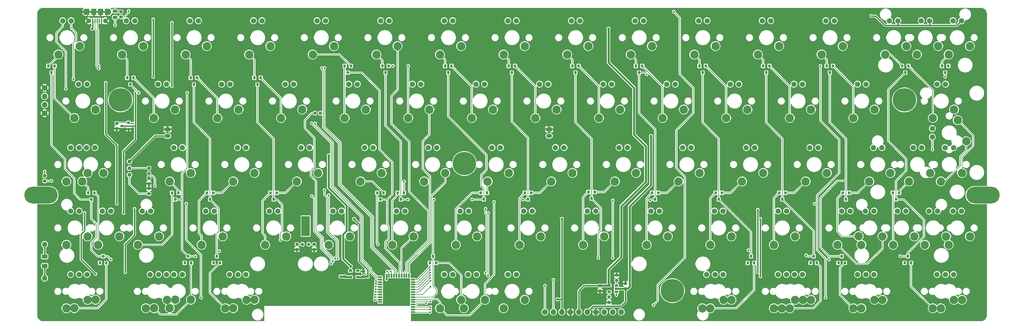
<source format=gbr>
%TF.GenerationSoftware,KiCad,Pcbnew,5.0.0*%
%TF.CreationDate,2018-08-13T13:33:07+12:00*%
%TF.ProjectId,keyboard,6B6579626F6172642E6B696361645F70,v0.1*%
%TF.SameCoordinates,PX3b67850PY3da05e0*%
%TF.FileFunction,Copper,L2,Bot,Signal*%
%TF.FilePolarity,Positive*%
%FSLAX46Y46*%
G04 Gerber Fmt 4.6, Leading zero omitted, Abs format (unit mm)*
G04 Created by KiCad (PCBNEW 5.0.0) date Mon Aug 13 13:33:07 2018*
%MOMM*%
%LPD*%
G01*
G04 APERTURE LIST*
%ADD10C,7.000000*%
%ADD11O,10.000000X5.000000*%
%ADD12C,1.700000*%
%ADD13O,1.700000X1.700000*%
%ADD14R,1.200000X1.900000*%
%ADD15O,1.200000X1.900000*%
%ADD16R,1.500000X1.900000*%
%ADD17C,1.450000*%
%ADD18R,0.400000X1.350000*%
%ADD19C,0.150000*%
%ADD20C,0.875000*%
%ADD21C,1.000000*%
%ADD22R,2.500000X6.000000*%
%ADD23C,1.600000*%
%ADD24O,1.600000X1.600000*%
%ADD25R,1.750000X1.200000*%
%ADD26O,1.750000X1.200000*%
%ADD27C,0.975000*%
%ADD28C,1.200000*%
%ADD29R,0.800000X0.900000*%
%ADD30R,0.900000X0.800000*%
%ADD31R,1.060000X0.650000*%
%ADD32R,1.200000X0.500000*%
%ADD33R,0.500000X1.200000*%
%ADD34C,2.500000*%
%ADD35C,1.250000*%
%ADD36C,0.600000*%
%ADD37C,0.800000*%
%ADD38C,0.203200*%
%ADD39C,0.406400*%
%ADD40C,0.609600*%
G04 APERTURE END LIST*
D10*
X25199300Y-27900800D03*
D11*
X283541200Y-56501200D03*
X1410000Y-56501200D03*
D10*
X260049900Y-27900800D03*
X190499400Y-85200700D03*
X128200000Y-47000000D03*
D12*
X2480000Y-24280000D03*
D13*
X2480000Y-26820000D03*
X2480000Y-29360000D03*
D12*
X2480000Y-31900000D03*
X152340000Y-91590000D03*
D13*
X154880000Y-91590000D03*
X157420000Y-91590000D03*
X159960000Y-91590000D03*
X162500000Y-91590000D03*
X165040000Y-91590000D03*
X167580000Y-91590000D03*
X170120000Y-91590000D03*
X172660000Y-91590000D03*
X175200000Y-91590000D03*
D14*
X15310000Y-1442500D03*
X21110000Y-1442500D03*
D15*
X21710000Y-1442500D03*
X14710000Y-1442500D03*
D16*
X17210000Y-1442500D03*
D17*
X20710000Y-4142500D03*
D18*
X18210000Y-4142500D03*
X18860000Y-4142500D03*
X19510000Y-4142500D03*
X16910000Y-4142500D03*
X17560000Y-4142500D03*
D17*
X15710000Y-4142500D03*
D16*
X19210000Y-1442500D03*
D19*
G36*
X24347691Y-36061053D02*
X24368926Y-36064203D01*
X24389750Y-36069419D01*
X24409962Y-36076651D01*
X24429368Y-36085830D01*
X24447781Y-36096866D01*
X24465024Y-36109654D01*
X24480930Y-36124070D01*
X24495346Y-36139976D01*
X24508134Y-36157219D01*
X24519170Y-36175632D01*
X24528349Y-36195038D01*
X24535581Y-36215250D01*
X24540797Y-36236074D01*
X24543947Y-36257309D01*
X24545000Y-36278750D01*
X24545000Y-36716250D01*
X24543947Y-36737691D01*
X24540797Y-36758926D01*
X24535581Y-36779750D01*
X24528349Y-36799962D01*
X24519170Y-36819368D01*
X24508134Y-36837781D01*
X24495346Y-36855024D01*
X24480930Y-36870930D01*
X24465024Y-36885346D01*
X24447781Y-36898134D01*
X24429368Y-36909170D01*
X24409962Y-36918349D01*
X24389750Y-36925581D01*
X24368926Y-36930797D01*
X24347691Y-36933947D01*
X24326250Y-36935000D01*
X23813750Y-36935000D01*
X23792309Y-36933947D01*
X23771074Y-36930797D01*
X23750250Y-36925581D01*
X23730038Y-36918349D01*
X23710632Y-36909170D01*
X23692219Y-36898134D01*
X23674976Y-36885346D01*
X23659070Y-36870930D01*
X23644654Y-36855024D01*
X23631866Y-36837781D01*
X23620830Y-36819368D01*
X23611651Y-36799962D01*
X23604419Y-36779750D01*
X23599203Y-36758926D01*
X23596053Y-36737691D01*
X23595000Y-36716250D01*
X23595000Y-36278750D01*
X23596053Y-36257309D01*
X23599203Y-36236074D01*
X23604419Y-36215250D01*
X23611651Y-36195038D01*
X23620830Y-36175632D01*
X23631866Y-36157219D01*
X23644654Y-36139976D01*
X23659070Y-36124070D01*
X23674976Y-36109654D01*
X23692219Y-36096866D01*
X23710632Y-36085830D01*
X23730038Y-36076651D01*
X23750250Y-36069419D01*
X23771074Y-36064203D01*
X23792309Y-36061053D01*
X23813750Y-36060000D01*
X24326250Y-36060000D01*
X24347691Y-36061053D01*
X24347691Y-36061053D01*
G37*
D20*
X24070000Y-36497500D03*
D19*
G36*
X24347691Y-34486053D02*
X24368926Y-34489203D01*
X24389750Y-34494419D01*
X24409962Y-34501651D01*
X24429368Y-34510830D01*
X24447781Y-34521866D01*
X24465024Y-34534654D01*
X24480930Y-34549070D01*
X24495346Y-34564976D01*
X24508134Y-34582219D01*
X24519170Y-34600632D01*
X24528349Y-34620038D01*
X24535581Y-34640250D01*
X24540797Y-34661074D01*
X24543947Y-34682309D01*
X24545000Y-34703750D01*
X24545000Y-35141250D01*
X24543947Y-35162691D01*
X24540797Y-35183926D01*
X24535581Y-35204750D01*
X24528349Y-35224962D01*
X24519170Y-35244368D01*
X24508134Y-35262781D01*
X24495346Y-35280024D01*
X24480930Y-35295930D01*
X24465024Y-35310346D01*
X24447781Y-35323134D01*
X24429368Y-35334170D01*
X24409962Y-35343349D01*
X24389750Y-35350581D01*
X24368926Y-35355797D01*
X24347691Y-35358947D01*
X24326250Y-35360000D01*
X23813750Y-35360000D01*
X23792309Y-35358947D01*
X23771074Y-35355797D01*
X23750250Y-35350581D01*
X23730038Y-35343349D01*
X23710632Y-35334170D01*
X23692219Y-35323134D01*
X23674976Y-35310346D01*
X23659070Y-35295930D01*
X23644654Y-35280024D01*
X23631866Y-35262781D01*
X23620830Y-35244368D01*
X23611651Y-35224962D01*
X23604419Y-35204750D01*
X23599203Y-35183926D01*
X23596053Y-35162691D01*
X23595000Y-35141250D01*
X23595000Y-34703750D01*
X23596053Y-34682309D01*
X23599203Y-34661074D01*
X23604419Y-34640250D01*
X23611651Y-34620038D01*
X23620830Y-34600632D01*
X23631866Y-34582219D01*
X23644654Y-34564976D01*
X23659070Y-34549070D01*
X23674976Y-34534654D01*
X23692219Y-34521866D01*
X23710632Y-34510830D01*
X23730038Y-34501651D01*
X23750250Y-34494419D01*
X23771074Y-34489203D01*
X23792309Y-34486053D01*
X23813750Y-34485000D01*
X24326250Y-34485000D01*
X24347691Y-34486053D01*
X24347691Y-34486053D01*
G37*
D20*
X24070000Y-34922500D03*
D21*
X79696000Y-71270000D03*
X81596000Y-71270000D03*
D22*
X80646000Y-65770000D03*
D19*
G36*
X33999691Y-55619053D02*
X34020926Y-55622203D01*
X34041750Y-55627419D01*
X34061962Y-55634651D01*
X34081368Y-55643830D01*
X34099781Y-55654866D01*
X34117024Y-55667654D01*
X34132930Y-55682070D01*
X34147346Y-55697976D01*
X34160134Y-55715219D01*
X34171170Y-55733632D01*
X34180349Y-55753038D01*
X34187581Y-55773250D01*
X34192797Y-55794074D01*
X34195947Y-55815309D01*
X34197000Y-55836750D01*
X34197000Y-56274250D01*
X34195947Y-56295691D01*
X34192797Y-56316926D01*
X34187581Y-56337750D01*
X34180349Y-56357962D01*
X34171170Y-56377368D01*
X34160134Y-56395781D01*
X34147346Y-56413024D01*
X34132930Y-56428930D01*
X34117024Y-56443346D01*
X34099781Y-56456134D01*
X34081368Y-56467170D01*
X34061962Y-56476349D01*
X34041750Y-56483581D01*
X34020926Y-56488797D01*
X33999691Y-56491947D01*
X33978250Y-56493000D01*
X33465750Y-56493000D01*
X33444309Y-56491947D01*
X33423074Y-56488797D01*
X33402250Y-56483581D01*
X33382038Y-56476349D01*
X33362632Y-56467170D01*
X33344219Y-56456134D01*
X33326976Y-56443346D01*
X33311070Y-56428930D01*
X33296654Y-56413024D01*
X33283866Y-56395781D01*
X33272830Y-56377368D01*
X33263651Y-56357962D01*
X33256419Y-56337750D01*
X33251203Y-56316926D01*
X33248053Y-56295691D01*
X33247000Y-56274250D01*
X33247000Y-55836750D01*
X33248053Y-55815309D01*
X33251203Y-55794074D01*
X33256419Y-55773250D01*
X33263651Y-55753038D01*
X33272830Y-55733632D01*
X33283866Y-55715219D01*
X33296654Y-55697976D01*
X33311070Y-55682070D01*
X33326976Y-55667654D01*
X33344219Y-55654866D01*
X33362632Y-55643830D01*
X33382038Y-55634651D01*
X33402250Y-55627419D01*
X33423074Y-55622203D01*
X33444309Y-55619053D01*
X33465750Y-55618000D01*
X33978250Y-55618000D01*
X33999691Y-55619053D01*
X33999691Y-55619053D01*
G37*
D20*
X33722000Y-56055500D03*
D19*
G36*
X33999691Y-54044053D02*
X34020926Y-54047203D01*
X34041750Y-54052419D01*
X34061962Y-54059651D01*
X34081368Y-54068830D01*
X34099781Y-54079866D01*
X34117024Y-54092654D01*
X34132930Y-54107070D01*
X34147346Y-54122976D01*
X34160134Y-54140219D01*
X34171170Y-54158632D01*
X34180349Y-54178038D01*
X34187581Y-54198250D01*
X34192797Y-54219074D01*
X34195947Y-54240309D01*
X34197000Y-54261750D01*
X34197000Y-54699250D01*
X34195947Y-54720691D01*
X34192797Y-54741926D01*
X34187581Y-54762750D01*
X34180349Y-54782962D01*
X34171170Y-54802368D01*
X34160134Y-54820781D01*
X34147346Y-54838024D01*
X34132930Y-54853930D01*
X34117024Y-54868346D01*
X34099781Y-54881134D01*
X34081368Y-54892170D01*
X34061962Y-54901349D01*
X34041750Y-54908581D01*
X34020926Y-54913797D01*
X33999691Y-54916947D01*
X33978250Y-54918000D01*
X33465750Y-54918000D01*
X33444309Y-54916947D01*
X33423074Y-54913797D01*
X33402250Y-54908581D01*
X33382038Y-54901349D01*
X33362632Y-54892170D01*
X33344219Y-54881134D01*
X33326976Y-54868346D01*
X33311070Y-54853930D01*
X33296654Y-54838024D01*
X33283866Y-54820781D01*
X33272830Y-54802368D01*
X33263651Y-54782962D01*
X33256419Y-54762750D01*
X33251203Y-54741926D01*
X33248053Y-54720691D01*
X33247000Y-54699250D01*
X33247000Y-54261750D01*
X33248053Y-54240309D01*
X33251203Y-54219074D01*
X33256419Y-54198250D01*
X33263651Y-54178038D01*
X33272830Y-54158632D01*
X33283866Y-54140219D01*
X33296654Y-54122976D01*
X33311070Y-54107070D01*
X33326976Y-54092654D01*
X33344219Y-54079866D01*
X33362632Y-54068830D01*
X33382038Y-54059651D01*
X33402250Y-54052419D01*
X33423074Y-54047203D01*
X33444309Y-54044053D01*
X33465750Y-54043000D01*
X33978250Y-54043000D01*
X33999691Y-54044053D01*
X33999691Y-54044053D01*
G37*
D20*
X33722000Y-54480500D03*
D19*
G36*
X78322691Y-70808053D02*
X78343926Y-70811203D01*
X78364750Y-70816419D01*
X78384962Y-70823651D01*
X78404368Y-70832830D01*
X78422781Y-70843866D01*
X78440024Y-70856654D01*
X78455930Y-70871070D01*
X78470346Y-70886976D01*
X78483134Y-70904219D01*
X78494170Y-70922632D01*
X78503349Y-70942038D01*
X78510581Y-70962250D01*
X78515797Y-70983074D01*
X78518947Y-71004309D01*
X78520000Y-71025750D01*
X78520000Y-71463250D01*
X78518947Y-71484691D01*
X78515797Y-71505926D01*
X78510581Y-71526750D01*
X78503349Y-71546962D01*
X78494170Y-71566368D01*
X78483134Y-71584781D01*
X78470346Y-71602024D01*
X78455930Y-71617930D01*
X78440024Y-71632346D01*
X78422781Y-71645134D01*
X78404368Y-71656170D01*
X78384962Y-71665349D01*
X78364750Y-71672581D01*
X78343926Y-71677797D01*
X78322691Y-71680947D01*
X78301250Y-71682000D01*
X77788750Y-71682000D01*
X77767309Y-71680947D01*
X77746074Y-71677797D01*
X77725250Y-71672581D01*
X77705038Y-71665349D01*
X77685632Y-71656170D01*
X77667219Y-71645134D01*
X77649976Y-71632346D01*
X77634070Y-71617930D01*
X77619654Y-71602024D01*
X77606866Y-71584781D01*
X77595830Y-71566368D01*
X77586651Y-71546962D01*
X77579419Y-71526750D01*
X77574203Y-71505926D01*
X77571053Y-71484691D01*
X77570000Y-71463250D01*
X77570000Y-71025750D01*
X77571053Y-71004309D01*
X77574203Y-70983074D01*
X77579419Y-70962250D01*
X77586651Y-70942038D01*
X77595830Y-70922632D01*
X77606866Y-70904219D01*
X77619654Y-70886976D01*
X77634070Y-70871070D01*
X77649976Y-70856654D01*
X77667219Y-70843866D01*
X77685632Y-70832830D01*
X77705038Y-70823651D01*
X77725250Y-70816419D01*
X77746074Y-70811203D01*
X77767309Y-70808053D01*
X77788750Y-70807000D01*
X78301250Y-70807000D01*
X78322691Y-70808053D01*
X78322691Y-70808053D01*
G37*
D20*
X78045000Y-71244500D03*
D19*
G36*
X78322691Y-72383053D02*
X78343926Y-72386203D01*
X78364750Y-72391419D01*
X78384962Y-72398651D01*
X78404368Y-72407830D01*
X78422781Y-72418866D01*
X78440024Y-72431654D01*
X78455930Y-72446070D01*
X78470346Y-72461976D01*
X78483134Y-72479219D01*
X78494170Y-72497632D01*
X78503349Y-72517038D01*
X78510581Y-72537250D01*
X78515797Y-72558074D01*
X78518947Y-72579309D01*
X78520000Y-72600750D01*
X78520000Y-73038250D01*
X78518947Y-73059691D01*
X78515797Y-73080926D01*
X78510581Y-73101750D01*
X78503349Y-73121962D01*
X78494170Y-73141368D01*
X78483134Y-73159781D01*
X78470346Y-73177024D01*
X78455930Y-73192930D01*
X78440024Y-73207346D01*
X78422781Y-73220134D01*
X78404368Y-73231170D01*
X78384962Y-73240349D01*
X78364750Y-73247581D01*
X78343926Y-73252797D01*
X78322691Y-73255947D01*
X78301250Y-73257000D01*
X77788750Y-73257000D01*
X77767309Y-73255947D01*
X77746074Y-73252797D01*
X77725250Y-73247581D01*
X77705038Y-73240349D01*
X77685632Y-73231170D01*
X77667219Y-73220134D01*
X77649976Y-73207346D01*
X77634070Y-73192930D01*
X77619654Y-73177024D01*
X77606866Y-73159781D01*
X77595830Y-73141368D01*
X77586651Y-73121962D01*
X77579419Y-73101750D01*
X77574203Y-73080926D01*
X77571053Y-73059691D01*
X77570000Y-73038250D01*
X77570000Y-72600750D01*
X77571053Y-72579309D01*
X77574203Y-72558074D01*
X77579419Y-72537250D01*
X77586651Y-72517038D01*
X77595830Y-72497632D01*
X77606866Y-72479219D01*
X77619654Y-72461976D01*
X77634070Y-72446070D01*
X77649976Y-72431654D01*
X77667219Y-72418866D01*
X77685632Y-72407830D01*
X77705038Y-72398651D01*
X77725250Y-72391419D01*
X77746074Y-72386203D01*
X77767309Y-72383053D01*
X77788750Y-72382000D01*
X78301250Y-72382000D01*
X78322691Y-72383053D01*
X78322691Y-72383053D01*
G37*
D20*
X78045000Y-72819500D03*
D19*
G36*
X83529691Y-72383053D02*
X83550926Y-72386203D01*
X83571750Y-72391419D01*
X83591962Y-72398651D01*
X83611368Y-72407830D01*
X83629781Y-72418866D01*
X83647024Y-72431654D01*
X83662930Y-72446070D01*
X83677346Y-72461976D01*
X83690134Y-72479219D01*
X83701170Y-72497632D01*
X83710349Y-72517038D01*
X83717581Y-72537250D01*
X83722797Y-72558074D01*
X83725947Y-72579309D01*
X83727000Y-72600750D01*
X83727000Y-73038250D01*
X83725947Y-73059691D01*
X83722797Y-73080926D01*
X83717581Y-73101750D01*
X83710349Y-73121962D01*
X83701170Y-73141368D01*
X83690134Y-73159781D01*
X83677346Y-73177024D01*
X83662930Y-73192930D01*
X83647024Y-73207346D01*
X83629781Y-73220134D01*
X83611368Y-73231170D01*
X83591962Y-73240349D01*
X83571750Y-73247581D01*
X83550926Y-73252797D01*
X83529691Y-73255947D01*
X83508250Y-73257000D01*
X82995750Y-73257000D01*
X82974309Y-73255947D01*
X82953074Y-73252797D01*
X82932250Y-73247581D01*
X82912038Y-73240349D01*
X82892632Y-73231170D01*
X82874219Y-73220134D01*
X82856976Y-73207346D01*
X82841070Y-73192930D01*
X82826654Y-73177024D01*
X82813866Y-73159781D01*
X82802830Y-73141368D01*
X82793651Y-73121962D01*
X82786419Y-73101750D01*
X82781203Y-73080926D01*
X82778053Y-73059691D01*
X82777000Y-73038250D01*
X82777000Y-72600750D01*
X82778053Y-72579309D01*
X82781203Y-72558074D01*
X82786419Y-72537250D01*
X82793651Y-72517038D01*
X82802830Y-72497632D01*
X82813866Y-72479219D01*
X82826654Y-72461976D01*
X82841070Y-72446070D01*
X82856976Y-72431654D01*
X82874219Y-72418866D01*
X82892632Y-72407830D01*
X82912038Y-72398651D01*
X82932250Y-72391419D01*
X82953074Y-72386203D01*
X82974309Y-72383053D01*
X82995750Y-72382000D01*
X83508250Y-72382000D01*
X83529691Y-72383053D01*
X83529691Y-72383053D01*
G37*
D20*
X83252000Y-72819500D03*
D19*
G36*
X83529691Y-70808053D02*
X83550926Y-70811203D01*
X83571750Y-70816419D01*
X83591962Y-70823651D01*
X83611368Y-70832830D01*
X83629781Y-70843866D01*
X83647024Y-70856654D01*
X83662930Y-70871070D01*
X83677346Y-70886976D01*
X83690134Y-70904219D01*
X83701170Y-70922632D01*
X83710349Y-70942038D01*
X83717581Y-70962250D01*
X83722797Y-70983074D01*
X83725947Y-71004309D01*
X83727000Y-71025750D01*
X83727000Y-71463250D01*
X83725947Y-71484691D01*
X83722797Y-71505926D01*
X83717581Y-71526750D01*
X83710349Y-71546962D01*
X83701170Y-71566368D01*
X83690134Y-71584781D01*
X83677346Y-71602024D01*
X83662930Y-71617930D01*
X83647024Y-71632346D01*
X83629781Y-71645134D01*
X83611368Y-71656170D01*
X83591962Y-71665349D01*
X83571750Y-71672581D01*
X83550926Y-71677797D01*
X83529691Y-71680947D01*
X83508250Y-71682000D01*
X82995750Y-71682000D01*
X82974309Y-71680947D01*
X82953074Y-71677797D01*
X82932250Y-71672581D01*
X82912038Y-71665349D01*
X82892632Y-71656170D01*
X82874219Y-71645134D01*
X82856976Y-71632346D01*
X82841070Y-71617930D01*
X82826654Y-71602024D01*
X82813866Y-71584781D01*
X82802830Y-71566368D01*
X82793651Y-71546962D01*
X82786419Y-71526750D01*
X82781203Y-71505926D01*
X82778053Y-71484691D01*
X82777000Y-71463250D01*
X82777000Y-71025750D01*
X82778053Y-71004309D01*
X82781203Y-70983074D01*
X82786419Y-70962250D01*
X82793651Y-70942038D01*
X82802830Y-70922632D01*
X82813866Y-70904219D01*
X82826654Y-70886976D01*
X82841070Y-70871070D01*
X82856976Y-70856654D01*
X82874219Y-70843866D01*
X82892632Y-70832830D01*
X82912038Y-70823651D01*
X82932250Y-70816419D01*
X82953074Y-70811203D01*
X82974309Y-70808053D01*
X82995750Y-70807000D01*
X83508250Y-70807000D01*
X83529691Y-70808053D01*
X83529691Y-70808053D01*
G37*
D20*
X83252000Y-71244500D03*
D23*
X2480000Y-71270000D03*
D24*
X2480000Y-81430000D03*
D25*
X39310000Y-36726000D03*
D26*
X39310000Y-38726000D03*
D23*
X17562520Y-42220020D03*
X15022520Y-42220020D03*
D19*
G36*
X24042142Y-2633174D02*
X24065803Y-2636684D01*
X24089007Y-2642496D01*
X24111529Y-2650554D01*
X24133153Y-2660782D01*
X24153670Y-2673079D01*
X24172883Y-2687329D01*
X24190607Y-2703393D01*
X24206671Y-2721117D01*
X24220921Y-2740330D01*
X24233218Y-2760847D01*
X24243446Y-2782471D01*
X24251504Y-2804993D01*
X24257316Y-2828197D01*
X24260826Y-2851858D01*
X24262000Y-2875750D01*
X24262000Y-3363250D01*
X24260826Y-3387142D01*
X24257316Y-3410803D01*
X24251504Y-3434007D01*
X24243446Y-3456529D01*
X24233218Y-3478153D01*
X24220921Y-3498670D01*
X24206671Y-3517883D01*
X24190607Y-3535607D01*
X24172883Y-3551671D01*
X24153670Y-3565921D01*
X24133153Y-3578218D01*
X24111529Y-3588446D01*
X24089007Y-3596504D01*
X24065803Y-3602316D01*
X24042142Y-3605826D01*
X24018250Y-3607000D01*
X23105750Y-3607000D01*
X23081858Y-3605826D01*
X23058197Y-3602316D01*
X23034993Y-3596504D01*
X23012471Y-3588446D01*
X22990847Y-3578218D01*
X22970330Y-3565921D01*
X22951117Y-3551671D01*
X22933393Y-3535607D01*
X22917329Y-3517883D01*
X22903079Y-3498670D01*
X22890782Y-3478153D01*
X22880554Y-3456529D01*
X22872496Y-3434007D01*
X22866684Y-3410803D01*
X22863174Y-3387142D01*
X22862000Y-3363250D01*
X22862000Y-2875750D01*
X22863174Y-2851858D01*
X22866684Y-2828197D01*
X22872496Y-2804993D01*
X22880554Y-2782471D01*
X22890782Y-2760847D01*
X22903079Y-2740330D01*
X22917329Y-2721117D01*
X22933393Y-2703393D01*
X22951117Y-2687329D01*
X22970330Y-2673079D01*
X22990847Y-2660782D01*
X23012471Y-2650554D01*
X23034993Y-2642496D01*
X23058197Y-2636684D01*
X23081858Y-2633174D01*
X23105750Y-2632000D01*
X24018250Y-2632000D01*
X24042142Y-2633174D01*
X24042142Y-2633174D01*
G37*
D27*
X23562000Y-3119500D03*
D19*
G36*
X24042142Y-758174D02*
X24065803Y-761684D01*
X24089007Y-767496D01*
X24111529Y-775554D01*
X24133153Y-785782D01*
X24153670Y-798079D01*
X24172883Y-812329D01*
X24190607Y-828393D01*
X24206671Y-846117D01*
X24220921Y-865330D01*
X24233218Y-885847D01*
X24243446Y-907471D01*
X24251504Y-929993D01*
X24257316Y-953197D01*
X24260826Y-976858D01*
X24262000Y-1000750D01*
X24262000Y-1488250D01*
X24260826Y-1512142D01*
X24257316Y-1535803D01*
X24251504Y-1559007D01*
X24243446Y-1581529D01*
X24233218Y-1603153D01*
X24220921Y-1623670D01*
X24206671Y-1642883D01*
X24190607Y-1660607D01*
X24172883Y-1676671D01*
X24153670Y-1690921D01*
X24133153Y-1703218D01*
X24111529Y-1713446D01*
X24089007Y-1721504D01*
X24065803Y-1727316D01*
X24042142Y-1730826D01*
X24018250Y-1732000D01*
X23105750Y-1732000D01*
X23081858Y-1730826D01*
X23058197Y-1727316D01*
X23034993Y-1721504D01*
X23012471Y-1713446D01*
X22990847Y-1703218D01*
X22970330Y-1690921D01*
X22951117Y-1676671D01*
X22933393Y-1660607D01*
X22917329Y-1642883D01*
X22903079Y-1623670D01*
X22890782Y-1603153D01*
X22880554Y-1581529D01*
X22872496Y-1559007D01*
X22866684Y-1535803D01*
X22863174Y-1512142D01*
X22862000Y-1488250D01*
X22862000Y-1000750D01*
X22863174Y-976858D01*
X22866684Y-953197D01*
X22872496Y-929993D01*
X22880554Y-907471D01*
X22890782Y-885847D01*
X22903079Y-865330D01*
X22917329Y-846117D01*
X22933393Y-828393D01*
X22951117Y-812329D01*
X22970330Y-798079D01*
X22990847Y-785782D01*
X23012471Y-775554D01*
X23034993Y-767496D01*
X23058197Y-761684D01*
X23081858Y-758174D01*
X23105750Y-757000D01*
X24018250Y-757000D01*
X24042142Y-758174D01*
X24042142Y-758174D01*
G37*
D27*
X23562000Y-1244500D03*
D19*
G36*
X25617691Y-958053D02*
X25638926Y-961203D01*
X25659750Y-966419D01*
X25679962Y-973651D01*
X25699368Y-982830D01*
X25717781Y-993866D01*
X25735024Y-1006654D01*
X25750930Y-1021070D01*
X25765346Y-1036976D01*
X25778134Y-1054219D01*
X25789170Y-1072632D01*
X25798349Y-1092038D01*
X25805581Y-1112250D01*
X25810797Y-1133074D01*
X25813947Y-1154309D01*
X25815000Y-1175750D01*
X25815000Y-1613250D01*
X25813947Y-1634691D01*
X25810797Y-1655926D01*
X25805581Y-1676750D01*
X25798349Y-1696962D01*
X25789170Y-1716368D01*
X25778134Y-1734781D01*
X25765346Y-1752024D01*
X25750930Y-1767930D01*
X25735024Y-1782346D01*
X25717781Y-1795134D01*
X25699368Y-1806170D01*
X25679962Y-1815349D01*
X25659750Y-1822581D01*
X25638926Y-1827797D01*
X25617691Y-1830947D01*
X25596250Y-1832000D01*
X25083750Y-1832000D01*
X25062309Y-1830947D01*
X25041074Y-1827797D01*
X25020250Y-1822581D01*
X25000038Y-1815349D01*
X24980632Y-1806170D01*
X24962219Y-1795134D01*
X24944976Y-1782346D01*
X24929070Y-1767930D01*
X24914654Y-1752024D01*
X24901866Y-1734781D01*
X24890830Y-1716368D01*
X24881651Y-1696962D01*
X24874419Y-1676750D01*
X24869203Y-1655926D01*
X24866053Y-1634691D01*
X24865000Y-1613250D01*
X24865000Y-1175750D01*
X24866053Y-1154309D01*
X24869203Y-1133074D01*
X24874419Y-1112250D01*
X24881651Y-1092038D01*
X24890830Y-1072632D01*
X24901866Y-1054219D01*
X24914654Y-1036976D01*
X24929070Y-1021070D01*
X24944976Y-1006654D01*
X24962219Y-993866D01*
X24980632Y-982830D01*
X25000038Y-973651D01*
X25020250Y-966419D01*
X25041074Y-961203D01*
X25062309Y-958053D01*
X25083750Y-957000D01*
X25596250Y-957000D01*
X25617691Y-958053D01*
X25617691Y-958053D01*
G37*
D20*
X25340000Y-1394500D03*
D19*
G36*
X25617691Y-2533053D02*
X25638926Y-2536203D01*
X25659750Y-2541419D01*
X25679962Y-2548651D01*
X25699368Y-2557830D01*
X25717781Y-2568866D01*
X25735024Y-2581654D01*
X25750930Y-2596070D01*
X25765346Y-2611976D01*
X25778134Y-2629219D01*
X25789170Y-2647632D01*
X25798349Y-2667038D01*
X25805581Y-2687250D01*
X25810797Y-2708074D01*
X25813947Y-2729309D01*
X25815000Y-2750750D01*
X25815000Y-3188250D01*
X25813947Y-3209691D01*
X25810797Y-3230926D01*
X25805581Y-3251750D01*
X25798349Y-3271962D01*
X25789170Y-3291368D01*
X25778134Y-3309781D01*
X25765346Y-3327024D01*
X25750930Y-3342930D01*
X25735024Y-3357346D01*
X25717781Y-3370134D01*
X25699368Y-3381170D01*
X25679962Y-3390349D01*
X25659750Y-3397581D01*
X25638926Y-3402797D01*
X25617691Y-3405947D01*
X25596250Y-3407000D01*
X25083750Y-3407000D01*
X25062309Y-3405947D01*
X25041074Y-3402797D01*
X25020250Y-3397581D01*
X25000038Y-3390349D01*
X24980632Y-3381170D01*
X24962219Y-3370134D01*
X24944976Y-3357346D01*
X24929070Y-3342930D01*
X24914654Y-3327024D01*
X24901866Y-3309781D01*
X24890830Y-3291368D01*
X24881651Y-3271962D01*
X24874419Y-3251750D01*
X24869203Y-3230926D01*
X24866053Y-3209691D01*
X24865000Y-3188250D01*
X24865000Y-2750750D01*
X24866053Y-2729309D01*
X24869203Y-2708074D01*
X24874419Y-2687250D01*
X24881651Y-2667038D01*
X24890830Y-2647632D01*
X24901866Y-2629219D01*
X24914654Y-2611976D01*
X24929070Y-2596070D01*
X24944976Y-2581654D01*
X24962219Y-2568866D01*
X24980632Y-2557830D01*
X25000038Y-2548651D01*
X25020250Y-2541419D01*
X25041074Y-2536203D01*
X25062309Y-2533053D01*
X25083750Y-2532000D01*
X25596250Y-2532000D01*
X25617691Y-2533053D01*
X25617691Y-2533053D01*
G37*
D20*
X25340000Y-2969500D03*
D19*
G36*
X2757691Y-51809053D02*
X2778926Y-51812203D01*
X2799750Y-51817419D01*
X2819962Y-51824651D01*
X2839368Y-51833830D01*
X2857781Y-51844866D01*
X2875024Y-51857654D01*
X2890930Y-51872070D01*
X2905346Y-51887976D01*
X2918134Y-51905219D01*
X2929170Y-51923632D01*
X2938349Y-51943038D01*
X2945581Y-51963250D01*
X2950797Y-51984074D01*
X2953947Y-52005309D01*
X2955000Y-52026750D01*
X2955000Y-52464250D01*
X2953947Y-52485691D01*
X2950797Y-52506926D01*
X2945581Y-52527750D01*
X2938349Y-52547962D01*
X2929170Y-52567368D01*
X2918134Y-52585781D01*
X2905346Y-52603024D01*
X2890930Y-52618930D01*
X2875024Y-52633346D01*
X2857781Y-52646134D01*
X2839368Y-52657170D01*
X2819962Y-52666349D01*
X2799750Y-52673581D01*
X2778926Y-52678797D01*
X2757691Y-52681947D01*
X2736250Y-52683000D01*
X2223750Y-52683000D01*
X2202309Y-52681947D01*
X2181074Y-52678797D01*
X2160250Y-52673581D01*
X2140038Y-52666349D01*
X2120632Y-52657170D01*
X2102219Y-52646134D01*
X2084976Y-52633346D01*
X2069070Y-52618930D01*
X2054654Y-52603024D01*
X2041866Y-52585781D01*
X2030830Y-52567368D01*
X2021651Y-52547962D01*
X2014419Y-52527750D01*
X2009203Y-52506926D01*
X2006053Y-52485691D01*
X2005000Y-52464250D01*
X2005000Y-52026750D01*
X2006053Y-52005309D01*
X2009203Y-51984074D01*
X2014419Y-51963250D01*
X2021651Y-51943038D01*
X2030830Y-51923632D01*
X2041866Y-51905219D01*
X2054654Y-51887976D01*
X2069070Y-51872070D01*
X2084976Y-51857654D01*
X2102219Y-51844866D01*
X2120632Y-51833830D01*
X2140038Y-51824651D01*
X2160250Y-51817419D01*
X2181074Y-51812203D01*
X2202309Y-51809053D01*
X2223750Y-51808000D01*
X2736250Y-51808000D01*
X2757691Y-51809053D01*
X2757691Y-51809053D01*
G37*
D20*
X2480000Y-52245500D03*
D19*
G36*
X2757691Y-50234053D02*
X2778926Y-50237203D01*
X2799750Y-50242419D01*
X2819962Y-50249651D01*
X2839368Y-50258830D01*
X2857781Y-50269866D01*
X2875024Y-50282654D01*
X2890930Y-50297070D01*
X2905346Y-50312976D01*
X2918134Y-50330219D01*
X2929170Y-50348632D01*
X2938349Y-50368038D01*
X2945581Y-50388250D01*
X2950797Y-50409074D01*
X2953947Y-50430309D01*
X2955000Y-50451750D01*
X2955000Y-50889250D01*
X2953947Y-50910691D01*
X2950797Y-50931926D01*
X2945581Y-50952750D01*
X2938349Y-50972962D01*
X2929170Y-50992368D01*
X2918134Y-51010781D01*
X2905346Y-51028024D01*
X2890930Y-51043930D01*
X2875024Y-51058346D01*
X2857781Y-51071134D01*
X2839368Y-51082170D01*
X2819962Y-51091349D01*
X2799750Y-51098581D01*
X2778926Y-51103797D01*
X2757691Y-51106947D01*
X2736250Y-51108000D01*
X2223750Y-51108000D01*
X2202309Y-51106947D01*
X2181074Y-51103797D01*
X2160250Y-51098581D01*
X2140038Y-51091349D01*
X2120632Y-51082170D01*
X2102219Y-51071134D01*
X2084976Y-51058346D01*
X2069070Y-51043930D01*
X2054654Y-51028024D01*
X2041866Y-51010781D01*
X2030830Y-50992368D01*
X2021651Y-50972962D01*
X2014419Y-50952750D01*
X2009203Y-50931926D01*
X2006053Y-50910691D01*
X2005000Y-50889250D01*
X2005000Y-50451750D01*
X2006053Y-50430309D01*
X2009203Y-50409074D01*
X2014419Y-50388250D01*
X2021651Y-50368038D01*
X2030830Y-50348632D01*
X2041866Y-50330219D01*
X2054654Y-50312976D01*
X2069070Y-50297070D01*
X2084976Y-50282654D01*
X2102219Y-50269866D01*
X2120632Y-50258830D01*
X2140038Y-50249651D01*
X2160250Y-50242419D01*
X2181074Y-50237203D01*
X2202309Y-50234053D01*
X2223750Y-50233000D01*
X2736250Y-50233000D01*
X2757691Y-50234053D01*
X2757691Y-50234053D01*
G37*
D20*
X2480000Y-50670500D03*
D26*
X153610000Y-38726000D03*
D25*
X153610000Y-36726000D03*
D19*
G36*
X33999691Y-50996053D02*
X34020926Y-50999203D01*
X34041750Y-51004419D01*
X34061962Y-51011651D01*
X34081368Y-51020830D01*
X34099781Y-51031866D01*
X34117024Y-51044654D01*
X34132930Y-51059070D01*
X34147346Y-51074976D01*
X34160134Y-51092219D01*
X34171170Y-51110632D01*
X34180349Y-51130038D01*
X34187581Y-51150250D01*
X34192797Y-51171074D01*
X34195947Y-51192309D01*
X34197000Y-51213750D01*
X34197000Y-51651250D01*
X34195947Y-51672691D01*
X34192797Y-51693926D01*
X34187581Y-51714750D01*
X34180349Y-51734962D01*
X34171170Y-51754368D01*
X34160134Y-51772781D01*
X34147346Y-51790024D01*
X34132930Y-51805930D01*
X34117024Y-51820346D01*
X34099781Y-51833134D01*
X34081368Y-51844170D01*
X34061962Y-51853349D01*
X34041750Y-51860581D01*
X34020926Y-51865797D01*
X33999691Y-51868947D01*
X33978250Y-51870000D01*
X33465750Y-51870000D01*
X33444309Y-51868947D01*
X33423074Y-51865797D01*
X33402250Y-51860581D01*
X33382038Y-51853349D01*
X33362632Y-51844170D01*
X33344219Y-51833134D01*
X33326976Y-51820346D01*
X33311070Y-51805930D01*
X33296654Y-51790024D01*
X33283866Y-51772781D01*
X33272830Y-51754368D01*
X33263651Y-51734962D01*
X33256419Y-51714750D01*
X33251203Y-51693926D01*
X33248053Y-51672691D01*
X33247000Y-51651250D01*
X33247000Y-51213750D01*
X33248053Y-51192309D01*
X33251203Y-51171074D01*
X33256419Y-51150250D01*
X33263651Y-51130038D01*
X33272830Y-51110632D01*
X33283866Y-51092219D01*
X33296654Y-51074976D01*
X33311070Y-51059070D01*
X33326976Y-51044654D01*
X33344219Y-51031866D01*
X33362632Y-51020830D01*
X33382038Y-51011651D01*
X33402250Y-51004419D01*
X33423074Y-50999203D01*
X33444309Y-50996053D01*
X33465750Y-50995000D01*
X33978250Y-50995000D01*
X33999691Y-50996053D01*
X33999691Y-50996053D01*
G37*
D20*
X33722000Y-51432500D03*
D19*
G36*
X33999691Y-52571053D02*
X34020926Y-52574203D01*
X34041750Y-52579419D01*
X34061962Y-52586651D01*
X34081368Y-52595830D01*
X34099781Y-52606866D01*
X34117024Y-52619654D01*
X34132930Y-52634070D01*
X34147346Y-52649976D01*
X34160134Y-52667219D01*
X34171170Y-52685632D01*
X34180349Y-52705038D01*
X34187581Y-52725250D01*
X34192797Y-52746074D01*
X34195947Y-52767309D01*
X34197000Y-52788750D01*
X34197000Y-53226250D01*
X34195947Y-53247691D01*
X34192797Y-53268926D01*
X34187581Y-53289750D01*
X34180349Y-53309962D01*
X34171170Y-53329368D01*
X34160134Y-53347781D01*
X34147346Y-53365024D01*
X34132930Y-53380930D01*
X34117024Y-53395346D01*
X34099781Y-53408134D01*
X34081368Y-53419170D01*
X34061962Y-53428349D01*
X34041750Y-53435581D01*
X34020926Y-53440797D01*
X33999691Y-53443947D01*
X33978250Y-53445000D01*
X33465750Y-53445000D01*
X33444309Y-53443947D01*
X33423074Y-53440797D01*
X33402250Y-53435581D01*
X33382038Y-53428349D01*
X33362632Y-53419170D01*
X33344219Y-53408134D01*
X33326976Y-53395346D01*
X33311070Y-53380930D01*
X33296654Y-53365024D01*
X33283866Y-53347781D01*
X33272830Y-53329368D01*
X33263651Y-53309962D01*
X33256419Y-53289750D01*
X33251203Y-53268926D01*
X33248053Y-53247691D01*
X33247000Y-53226250D01*
X33247000Y-52788750D01*
X33248053Y-52767309D01*
X33251203Y-52746074D01*
X33256419Y-52725250D01*
X33263651Y-52705038D01*
X33272830Y-52685632D01*
X33283866Y-52667219D01*
X33296654Y-52649976D01*
X33311070Y-52634070D01*
X33326976Y-52619654D01*
X33344219Y-52606866D01*
X33362632Y-52595830D01*
X33382038Y-52586651D01*
X33402250Y-52579419D01*
X33423074Y-52574203D01*
X33444309Y-52571053D01*
X33465750Y-52570000D01*
X33978250Y-52570000D01*
X33999691Y-52571053D01*
X33999691Y-52571053D01*
G37*
D20*
X33722000Y-53007500D03*
D19*
G36*
X33999691Y-49523053D02*
X34020926Y-49526203D01*
X34041750Y-49531419D01*
X34061962Y-49538651D01*
X34081368Y-49547830D01*
X34099781Y-49558866D01*
X34117024Y-49571654D01*
X34132930Y-49586070D01*
X34147346Y-49601976D01*
X34160134Y-49619219D01*
X34171170Y-49637632D01*
X34180349Y-49657038D01*
X34187581Y-49677250D01*
X34192797Y-49698074D01*
X34195947Y-49719309D01*
X34197000Y-49740750D01*
X34197000Y-50178250D01*
X34195947Y-50199691D01*
X34192797Y-50220926D01*
X34187581Y-50241750D01*
X34180349Y-50261962D01*
X34171170Y-50281368D01*
X34160134Y-50299781D01*
X34147346Y-50317024D01*
X34132930Y-50332930D01*
X34117024Y-50347346D01*
X34099781Y-50360134D01*
X34081368Y-50371170D01*
X34061962Y-50380349D01*
X34041750Y-50387581D01*
X34020926Y-50392797D01*
X33999691Y-50395947D01*
X33978250Y-50397000D01*
X33465750Y-50397000D01*
X33444309Y-50395947D01*
X33423074Y-50392797D01*
X33402250Y-50387581D01*
X33382038Y-50380349D01*
X33362632Y-50371170D01*
X33344219Y-50360134D01*
X33326976Y-50347346D01*
X33311070Y-50332930D01*
X33296654Y-50317024D01*
X33283866Y-50299781D01*
X33272830Y-50281368D01*
X33263651Y-50261962D01*
X33256419Y-50241750D01*
X33251203Y-50220926D01*
X33248053Y-50199691D01*
X33247000Y-50178250D01*
X33247000Y-49740750D01*
X33248053Y-49719309D01*
X33251203Y-49698074D01*
X33256419Y-49677250D01*
X33263651Y-49657038D01*
X33272830Y-49637632D01*
X33283866Y-49619219D01*
X33296654Y-49601976D01*
X33311070Y-49586070D01*
X33326976Y-49571654D01*
X33344219Y-49558866D01*
X33362632Y-49547830D01*
X33382038Y-49538651D01*
X33402250Y-49531419D01*
X33423074Y-49526203D01*
X33444309Y-49523053D01*
X33465750Y-49522000D01*
X33978250Y-49522000D01*
X33999691Y-49523053D01*
X33999691Y-49523053D01*
G37*
D20*
X33722000Y-49959500D03*
D19*
G36*
X33999691Y-47948053D02*
X34020926Y-47951203D01*
X34041750Y-47956419D01*
X34061962Y-47963651D01*
X34081368Y-47972830D01*
X34099781Y-47983866D01*
X34117024Y-47996654D01*
X34132930Y-48011070D01*
X34147346Y-48026976D01*
X34160134Y-48044219D01*
X34171170Y-48062632D01*
X34180349Y-48082038D01*
X34187581Y-48102250D01*
X34192797Y-48123074D01*
X34195947Y-48144309D01*
X34197000Y-48165750D01*
X34197000Y-48603250D01*
X34195947Y-48624691D01*
X34192797Y-48645926D01*
X34187581Y-48666750D01*
X34180349Y-48686962D01*
X34171170Y-48706368D01*
X34160134Y-48724781D01*
X34147346Y-48742024D01*
X34132930Y-48757930D01*
X34117024Y-48772346D01*
X34099781Y-48785134D01*
X34081368Y-48796170D01*
X34061962Y-48805349D01*
X34041750Y-48812581D01*
X34020926Y-48817797D01*
X33999691Y-48820947D01*
X33978250Y-48822000D01*
X33465750Y-48822000D01*
X33444309Y-48820947D01*
X33423074Y-48817797D01*
X33402250Y-48812581D01*
X33382038Y-48805349D01*
X33362632Y-48796170D01*
X33344219Y-48785134D01*
X33326976Y-48772346D01*
X33311070Y-48757930D01*
X33296654Y-48742024D01*
X33283866Y-48724781D01*
X33272830Y-48706368D01*
X33263651Y-48686962D01*
X33256419Y-48666750D01*
X33251203Y-48645926D01*
X33248053Y-48624691D01*
X33247000Y-48603250D01*
X33247000Y-48165750D01*
X33248053Y-48144309D01*
X33251203Y-48123074D01*
X33256419Y-48102250D01*
X33263651Y-48082038D01*
X33272830Y-48062632D01*
X33283866Y-48044219D01*
X33296654Y-48026976D01*
X33311070Y-48011070D01*
X33326976Y-47996654D01*
X33344219Y-47983866D01*
X33362632Y-47972830D01*
X33382038Y-47963651D01*
X33402250Y-47956419D01*
X33423074Y-47951203D01*
X33444309Y-47948053D01*
X33465750Y-47947000D01*
X33978250Y-47947000D01*
X33999691Y-47948053D01*
X33999691Y-47948053D01*
G37*
D20*
X33722000Y-48384500D03*
D28*
X27880000Y-46410000D03*
X27880000Y-48410000D03*
X27880000Y-50410000D03*
D19*
G36*
X174080691Y-81654053D02*
X174101926Y-81657203D01*
X174122750Y-81662419D01*
X174142962Y-81669651D01*
X174162368Y-81678830D01*
X174180781Y-81689866D01*
X174198024Y-81702654D01*
X174213930Y-81717070D01*
X174228346Y-81732976D01*
X174241134Y-81750219D01*
X174252170Y-81768632D01*
X174261349Y-81788038D01*
X174268581Y-81808250D01*
X174273797Y-81829074D01*
X174276947Y-81850309D01*
X174278000Y-81871750D01*
X174278000Y-82309250D01*
X174276947Y-82330691D01*
X174273797Y-82351926D01*
X174268581Y-82372750D01*
X174261349Y-82392962D01*
X174252170Y-82412368D01*
X174241134Y-82430781D01*
X174228346Y-82448024D01*
X174213930Y-82463930D01*
X174198024Y-82478346D01*
X174180781Y-82491134D01*
X174162368Y-82502170D01*
X174142962Y-82511349D01*
X174122750Y-82518581D01*
X174101926Y-82523797D01*
X174080691Y-82526947D01*
X174059250Y-82528000D01*
X173546750Y-82528000D01*
X173525309Y-82526947D01*
X173504074Y-82523797D01*
X173483250Y-82518581D01*
X173463038Y-82511349D01*
X173443632Y-82502170D01*
X173425219Y-82491134D01*
X173407976Y-82478346D01*
X173392070Y-82463930D01*
X173377654Y-82448024D01*
X173364866Y-82430781D01*
X173353830Y-82412368D01*
X173344651Y-82392962D01*
X173337419Y-82372750D01*
X173332203Y-82351926D01*
X173329053Y-82330691D01*
X173328000Y-82309250D01*
X173328000Y-81871750D01*
X173329053Y-81850309D01*
X173332203Y-81829074D01*
X173337419Y-81808250D01*
X173344651Y-81788038D01*
X173353830Y-81768632D01*
X173364866Y-81750219D01*
X173377654Y-81732976D01*
X173392070Y-81717070D01*
X173407976Y-81702654D01*
X173425219Y-81689866D01*
X173443632Y-81678830D01*
X173463038Y-81669651D01*
X173483250Y-81662419D01*
X173504074Y-81657203D01*
X173525309Y-81654053D01*
X173546750Y-81653000D01*
X174059250Y-81653000D01*
X174080691Y-81654053D01*
X174080691Y-81654053D01*
G37*
D20*
X173803000Y-82090500D03*
D19*
G36*
X174080691Y-80079053D02*
X174101926Y-80082203D01*
X174122750Y-80087419D01*
X174142962Y-80094651D01*
X174162368Y-80103830D01*
X174180781Y-80114866D01*
X174198024Y-80127654D01*
X174213930Y-80142070D01*
X174228346Y-80157976D01*
X174241134Y-80175219D01*
X174252170Y-80193632D01*
X174261349Y-80213038D01*
X174268581Y-80233250D01*
X174273797Y-80254074D01*
X174276947Y-80275309D01*
X174278000Y-80296750D01*
X174278000Y-80734250D01*
X174276947Y-80755691D01*
X174273797Y-80776926D01*
X174268581Y-80797750D01*
X174261349Y-80817962D01*
X174252170Y-80837368D01*
X174241134Y-80855781D01*
X174228346Y-80873024D01*
X174213930Y-80888930D01*
X174198024Y-80903346D01*
X174180781Y-80916134D01*
X174162368Y-80927170D01*
X174142962Y-80936349D01*
X174122750Y-80943581D01*
X174101926Y-80948797D01*
X174080691Y-80951947D01*
X174059250Y-80953000D01*
X173546750Y-80953000D01*
X173525309Y-80951947D01*
X173504074Y-80948797D01*
X173483250Y-80943581D01*
X173463038Y-80936349D01*
X173443632Y-80927170D01*
X173425219Y-80916134D01*
X173407976Y-80903346D01*
X173392070Y-80888930D01*
X173377654Y-80873024D01*
X173364866Y-80855781D01*
X173353830Y-80837368D01*
X173344651Y-80817962D01*
X173337419Y-80797750D01*
X173332203Y-80776926D01*
X173329053Y-80755691D01*
X173328000Y-80734250D01*
X173328000Y-80296750D01*
X173329053Y-80275309D01*
X173332203Y-80254074D01*
X173337419Y-80233250D01*
X173344651Y-80213038D01*
X173353830Y-80193632D01*
X173364866Y-80175219D01*
X173377654Y-80157976D01*
X173392070Y-80142070D01*
X173407976Y-80127654D01*
X173425219Y-80114866D01*
X173443632Y-80103830D01*
X173463038Y-80094651D01*
X173483250Y-80087419D01*
X173504074Y-80082203D01*
X173525309Y-80079053D01*
X173546750Y-80078000D01*
X174059250Y-80078000D01*
X174080691Y-80079053D01*
X174080691Y-80079053D01*
G37*
D20*
X173803000Y-80515500D03*
D29*
X260290000Y-19692000D03*
X261240000Y-17692000D03*
X259340000Y-17692000D03*
X242190000Y-76842000D03*
X240290000Y-76842000D03*
X241240000Y-74842000D03*
X232858000Y-74842000D03*
X231908000Y-76842000D03*
X233808000Y-76842000D03*
X215012000Y-76842000D03*
X213112000Y-76842000D03*
X214062000Y-74842000D03*
X261052000Y-74842000D03*
X260102000Y-76842000D03*
X262002000Y-76842000D03*
X54042000Y-74842000D03*
X53092000Y-76842000D03*
X54992000Y-76842000D03*
X119762000Y-76842000D03*
X117862000Y-76842000D03*
X118812000Y-74842000D03*
X46356000Y-76842000D03*
X44456000Y-76842000D03*
X45406000Y-74842000D03*
X20006000Y-74842000D03*
X19056000Y-76842000D03*
X20956000Y-76842000D03*
X271278000Y-17692000D03*
X273178000Y-17692000D03*
X272228000Y-19692000D03*
D19*
G36*
X169127691Y-84829053D02*
X169148926Y-84832203D01*
X169169750Y-84837419D01*
X169189962Y-84844651D01*
X169209368Y-84853830D01*
X169227781Y-84864866D01*
X169245024Y-84877654D01*
X169260930Y-84892070D01*
X169275346Y-84907976D01*
X169288134Y-84925219D01*
X169299170Y-84943632D01*
X169308349Y-84963038D01*
X169315581Y-84983250D01*
X169320797Y-85004074D01*
X169323947Y-85025309D01*
X169325000Y-85046750D01*
X169325000Y-85484250D01*
X169323947Y-85505691D01*
X169320797Y-85526926D01*
X169315581Y-85547750D01*
X169308349Y-85567962D01*
X169299170Y-85587368D01*
X169288134Y-85605781D01*
X169275346Y-85623024D01*
X169260930Y-85638930D01*
X169245024Y-85653346D01*
X169227781Y-85666134D01*
X169209368Y-85677170D01*
X169189962Y-85686349D01*
X169169750Y-85693581D01*
X169148926Y-85698797D01*
X169127691Y-85701947D01*
X169106250Y-85703000D01*
X168593750Y-85703000D01*
X168572309Y-85701947D01*
X168551074Y-85698797D01*
X168530250Y-85693581D01*
X168510038Y-85686349D01*
X168490632Y-85677170D01*
X168472219Y-85666134D01*
X168454976Y-85653346D01*
X168439070Y-85638930D01*
X168424654Y-85623024D01*
X168411866Y-85605781D01*
X168400830Y-85587368D01*
X168391651Y-85567962D01*
X168384419Y-85547750D01*
X168379203Y-85526926D01*
X168376053Y-85505691D01*
X168375000Y-85484250D01*
X168375000Y-85046750D01*
X168376053Y-85025309D01*
X168379203Y-85004074D01*
X168384419Y-84983250D01*
X168391651Y-84963038D01*
X168400830Y-84943632D01*
X168411866Y-84925219D01*
X168424654Y-84907976D01*
X168439070Y-84892070D01*
X168454976Y-84877654D01*
X168472219Y-84864866D01*
X168490632Y-84853830D01*
X168510038Y-84844651D01*
X168530250Y-84837419D01*
X168551074Y-84832203D01*
X168572309Y-84829053D01*
X168593750Y-84828000D01*
X169106250Y-84828000D01*
X169127691Y-84829053D01*
X169127691Y-84829053D01*
G37*
D20*
X168850000Y-85265500D03*
D19*
G36*
X169127691Y-83254053D02*
X169148926Y-83257203D01*
X169169750Y-83262419D01*
X169189962Y-83269651D01*
X169209368Y-83278830D01*
X169227781Y-83289866D01*
X169245024Y-83302654D01*
X169260930Y-83317070D01*
X169275346Y-83332976D01*
X169288134Y-83350219D01*
X169299170Y-83368632D01*
X169308349Y-83388038D01*
X169315581Y-83408250D01*
X169320797Y-83429074D01*
X169323947Y-83450309D01*
X169325000Y-83471750D01*
X169325000Y-83909250D01*
X169323947Y-83930691D01*
X169320797Y-83951926D01*
X169315581Y-83972750D01*
X169308349Y-83992962D01*
X169299170Y-84012368D01*
X169288134Y-84030781D01*
X169275346Y-84048024D01*
X169260930Y-84063930D01*
X169245024Y-84078346D01*
X169227781Y-84091134D01*
X169209368Y-84102170D01*
X169189962Y-84111349D01*
X169169750Y-84118581D01*
X169148926Y-84123797D01*
X169127691Y-84126947D01*
X169106250Y-84128000D01*
X168593750Y-84128000D01*
X168572309Y-84126947D01*
X168551074Y-84123797D01*
X168530250Y-84118581D01*
X168510038Y-84111349D01*
X168490632Y-84102170D01*
X168472219Y-84091134D01*
X168454976Y-84078346D01*
X168439070Y-84063930D01*
X168424654Y-84048024D01*
X168411866Y-84030781D01*
X168400830Y-84012368D01*
X168391651Y-83992962D01*
X168384419Y-83972750D01*
X168379203Y-83951926D01*
X168376053Y-83930691D01*
X168375000Y-83909250D01*
X168375000Y-83471750D01*
X168376053Y-83450309D01*
X168379203Y-83429074D01*
X168384419Y-83408250D01*
X168391651Y-83388038D01*
X168400830Y-83368632D01*
X168411866Y-83350219D01*
X168424654Y-83332976D01*
X168439070Y-83317070D01*
X168454976Y-83302654D01*
X168472219Y-83289866D01*
X168490632Y-83278830D01*
X168510038Y-83269651D01*
X168530250Y-83262419D01*
X168551074Y-83257203D01*
X168572309Y-83254053D01*
X168593750Y-83253000D01*
X169106250Y-83253000D01*
X169127691Y-83254053D01*
X169127691Y-83254053D01*
G37*
D20*
X168850000Y-83690500D03*
D19*
G36*
X176747691Y-82619053D02*
X176768926Y-82622203D01*
X176789750Y-82627419D01*
X176809962Y-82634651D01*
X176829368Y-82643830D01*
X176847781Y-82654866D01*
X176865024Y-82667654D01*
X176880930Y-82682070D01*
X176895346Y-82697976D01*
X176908134Y-82715219D01*
X176919170Y-82733632D01*
X176928349Y-82753038D01*
X176935581Y-82773250D01*
X176940797Y-82794074D01*
X176943947Y-82815309D01*
X176945000Y-82836750D01*
X176945000Y-83274250D01*
X176943947Y-83295691D01*
X176940797Y-83316926D01*
X176935581Y-83337750D01*
X176928349Y-83357962D01*
X176919170Y-83377368D01*
X176908134Y-83395781D01*
X176895346Y-83413024D01*
X176880930Y-83428930D01*
X176865024Y-83443346D01*
X176847781Y-83456134D01*
X176829368Y-83467170D01*
X176809962Y-83476349D01*
X176789750Y-83483581D01*
X176768926Y-83488797D01*
X176747691Y-83491947D01*
X176726250Y-83493000D01*
X176213750Y-83493000D01*
X176192309Y-83491947D01*
X176171074Y-83488797D01*
X176150250Y-83483581D01*
X176130038Y-83476349D01*
X176110632Y-83467170D01*
X176092219Y-83456134D01*
X176074976Y-83443346D01*
X176059070Y-83428930D01*
X176044654Y-83413024D01*
X176031866Y-83395781D01*
X176020830Y-83377368D01*
X176011651Y-83357962D01*
X176004419Y-83337750D01*
X175999203Y-83316926D01*
X175996053Y-83295691D01*
X175995000Y-83274250D01*
X175995000Y-82836750D01*
X175996053Y-82815309D01*
X175999203Y-82794074D01*
X176004419Y-82773250D01*
X176011651Y-82753038D01*
X176020830Y-82733632D01*
X176031866Y-82715219D01*
X176044654Y-82697976D01*
X176059070Y-82682070D01*
X176074976Y-82667654D01*
X176092219Y-82654866D01*
X176110632Y-82643830D01*
X176130038Y-82634651D01*
X176150250Y-82627419D01*
X176171074Y-82622203D01*
X176192309Y-82619053D01*
X176213750Y-82618000D01*
X176726250Y-82618000D01*
X176747691Y-82619053D01*
X176747691Y-82619053D01*
G37*
D20*
X176470000Y-83055500D03*
D19*
G36*
X176747691Y-84194053D02*
X176768926Y-84197203D01*
X176789750Y-84202419D01*
X176809962Y-84209651D01*
X176829368Y-84218830D01*
X176847781Y-84229866D01*
X176865024Y-84242654D01*
X176880930Y-84257070D01*
X176895346Y-84272976D01*
X176908134Y-84290219D01*
X176919170Y-84308632D01*
X176928349Y-84328038D01*
X176935581Y-84348250D01*
X176940797Y-84369074D01*
X176943947Y-84390309D01*
X176945000Y-84411750D01*
X176945000Y-84849250D01*
X176943947Y-84870691D01*
X176940797Y-84891926D01*
X176935581Y-84912750D01*
X176928349Y-84932962D01*
X176919170Y-84952368D01*
X176908134Y-84970781D01*
X176895346Y-84988024D01*
X176880930Y-85003930D01*
X176865024Y-85018346D01*
X176847781Y-85031134D01*
X176829368Y-85042170D01*
X176809962Y-85051349D01*
X176789750Y-85058581D01*
X176768926Y-85063797D01*
X176747691Y-85066947D01*
X176726250Y-85068000D01*
X176213750Y-85068000D01*
X176192309Y-85066947D01*
X176171074Y-85063797D01*
X176150250Y-85058581D01*
X176130038Y-85051349D01*
X176110632Y-85042170D01*
X176092219Y-85031134D01*
X176074976Y-85018346D01*
X176059070Y-85003930D01*
X176044654Y-84988024D01*
X176031866Y-84970781D01*
X176020830Y-84952368D01*
X176011651Y-84932962D01*
X176004419Y-84912750D01*
X175999203Y-84891926D01*
X175996053Y-84870691D01*
X175995000Y-84849250D01*
X175995000Y-84411750D01*
X175996053Y-84390309D01*
X175999203Y-84369074D01*
X176004419Y-84348250D01*
X176011651Y-84328038D01*
X176020830Y-84308632D01*
X176031866Y-84290219D01*
X176044654Y-84272976D01*
X176059070Y-84257070D01*
X176074976Y-84242654D01*
X176092219Y-84229866D01*
X176110632Y-84218830D01*
X176130038Y-84209651D01*
X176150250Y-84202419D01*
X176171074Y-84197203D01*
X176192309Y-84194053D01*
X176213750Y-84193000D01*
X176726250Y-84193000D01*
X176747691Y-84194053D01*
X176747691Y-84194053D01*
G37*
D20*
X176470000Y-84630500D03*
D19*
G36*
X98271345Y-78936053D02*
X98292580Y-78939203D01*
X98313404Y-78944419D01*
X98333616Y-78951651D01*
X98353022Y-78960830D01*
X98371435Y-78971866D01*
X98388678Y-78984654D01*
X98404584Y-78999070D01*
X98419000Y-79014976D01*
X98431788Y-79032219D01*
X98442824Y-79050632D01*
X98452003Y-79070038D01*
X98459235Y-79090250D01*
X98464451Y-79111074D01*
X98467601Y-79132309D01*
X98468654Y-79153750D01*
X98468654Y-79591250D01*
X98467601Y-79612691D01*
X98464451Y-79633926D01*
X98459235Y-79654750D01*
X98452003Y-79674962D01*
X98442824Y-79694368D01*
X98431788Y-79712781D01*
X98419000Y-79730024D01*
X98404584Y-79745930D01*
X98388678Y-79760346D01*
X98371435Y-79773134D01*
X98353022Y-79784170D01*
X98333616Y-79793349D01*
X98313404Y-79800581D01*
X98292580Y-79805797D01*
X98271345Y-79808947D01*
X98249904Y-79810000D01*
X97737404Y-79810000D01*
X97715963Y-79808947D01*
X97694728Y-79805797D01*
X97673904Y-79800581D01*
X97653692Y-79793349D01*
X97634286Y-79784170D01*
X97615873Y-79773134D01*
X97598630Y-79760346D01*
X97582724Y-79745930D01*
X97568308Y-79730024D01*
X97555520Y-79712781D01*
X97544484Y-79694368D01*
X97535305Y-79674962D01*
X97528073Y-79654750D01*
X97522857Y-79633926D01*
X97519707Y-79612691D01*
X97518654Y-79591250D01*
X97518654Y-79153750D01*
X97519707Y-79132309D01*
X97522857Y-79111074D01*
X97528073Y-79090250D01*
X97535305Y-79070038D01*
X97544484Y-79050632D01*
X97555520Y-79032219D01*
X97568308Y-79014976D01*
X97582724Y-78999070D01*
X97598630Y-78984654D01*
X97615873Y-78971866D01*
X97634286Y-78960830D01*
X97653692Y-78951651D01*
X97673904Y-78944419D01*
X97694728Y-78939203D01*
X97715963Y-78936053D01*
X97737404Y-78935000D01*
X98249904Y-78935000D01*
X98271345Y-78936053D01*
X98271345Y-78936053D01*
G37*
D20*
X97993654Y-79372500D03*
D19*
G36*
X98271345Y-80511053D02*
X98292580Y-80514203D01*
X98313404Y-80519419D01*
X98333616Y-80526651D01*
X98353022Y-80535830D01*
X98371435Y-80546866D01*
X98388678Y-80559654D01*
X98404584Y-80574070D01*
X98419000Y-80589976D01*
X98431788Y-80607219D01*
X98442824Y-80625632D01*
X98452003Y-80645038D01*
X98459235Y-80665250D01*
X98464451Y-80686074D01*
X98467601Y-80707309D01*
X98468654Y-80728750D01*
X98468654Y-81166250D01*
X98467601Y-81187691D01*
X98464451Y-81208926D01*
X98459235Y-81229750D01*
X98452003Y-81249962D01*
X98442824Y-81269368D01*
X98431788Y-81287781D01*
X98419000Y-81305024D01*
X98404584Y-81320930D01*
X98388678Y-81335346D01*
X98371435Y-81348134D01*
X98353022Y-81359170D01*
X98333616Y-81368349D01*
X98313404Y-81375581D01*
X98292580Y-81380797D01*
X98271345Y-81383947D01*
X98249904Y-81385000D01*
X97737404Y-81385000D01*
X97715963Y-81383947D01*
X97694728Y-81380797D01*
X97673904Y-81375581D01*
X97653692Y-81368349D01*
X97634286Y-81359170D01*
X97615873Y-81348134D01*
X97598630Y-81335346D01*
X97582724Y-81320930D01*
X97568308Y-81305024D01*
X97555520Y-81287781D01*
X97544484Y-81269368D01*
X97535305Y-81249962D01*
X97528073Y-81229750D01*
X97522857Y-81208926D01*
X97519707Y-81187691D01*
X97518654Y-81166250D01*
X97518654Y-80728750D01*
X97519707Y-80707309D01*
X97522857Y-80686074D01*
X97528073Y-80665250D01*
X97535305Y-80645038D01*
X97544484Y-80625632D01*
X97555520Y-80607219D01*
X97568308Y-80589976D01*
X97582724Y-80574070D01*
X97598630Y-80559654D01*
X97615873Y-80546866D01*
X97634286Y-80535830D01*
X97653692Y-80526651D01*
X97673904Y-80519419D01*
X97694728Y-80514203D01*
X97715963Y-80511053D01*
X97737404Y-80510000D01*
X98249904Y-80510000D01*
X98271345Y-80511053D01*
X98271345Y-80511053D01*
G37*
D20*
X97993654Y-80947500D03*
D19*
G36*
X92683345Y-78936053D02*
X92704580Y-78939203D01*
X92725404Y-78944419D01*
X92745616Y-78951651D01*
X92765022Y-78960830D01*
X92783435Y-78971866D01*
X92800678Y-78984654D01*
X92816584Y-78999070D01*
X92831000Y-79014976D01*
X92843788Y-79032219D01*
X92854824Y-79050632D01*
X92864003Y-79070038D01*
X92871235Y-79090250D01*
X92876451Y-79111074D01*
X92879601Y-79132309D01*
X92880654Y-79153750D01*
X92880654Y-79591250D01*
X92879601Y-79612691D01*
X92876451Y-79633926D01*
X92871235Y-79654750D01*
X92864003Y-79674962D01*
X92854824Y-79694368D01*
X92843788Y-79712781D01*
X92831000Y-79730024D01*
X92816584Y-79745930D01*
X92800678Y-79760346D01*
X92783435Y-79773134D01*
X92765022Y-79784170D01*
X92745616Y-79793349D01*
X92725404Y-79800581D01*
X92704580Y-79805797D01*
X92683345Y-79808947D01*
X92661904Y-79810000D01*
X92149404Y-79810000D01*
X92127963Y-79808947D01*
X92106728Y-79805797D01*
X92085904Y-79800581D01*
X92065692Y-79793349D01*
X92046286Y-79784170D01*
X92027873Y-79773134D01*
X92010630Y-79760346D01*
X91994724Y-79745930D01*
X91980308Y-79730024D01*
X91967520Y-79712781D01*
X91956484Y-79694368D01*
X91947305Y-79674962D01*
X91940073Y-79654750D01*
X91934857Y-79633926D01*
X91931707Y-79612691D01*
X91930654Y-79591250D01*
X91930654Y-79153750D01*
X91931707Y-79132309D01*
X91934857Y-79111074D01*
X91940073Y-79090250D01*
X91947305Y-79070038D01*
X91956484Y-79050632D01*
X91967520Y-79032219D01*
X91980308Y-79014976D01*
X91994724Y-78999070D01*
X92010630Y-78984654D01*
X92027873Y-78971866D01*
X92046286Y-78960830D01*
X92065692Y-78951651D01*
X92085904Y-78944419D01*
X92106728Y-78939203D01*
X92127963Y-78936053D01*
X92149404Y-78935000D01*
X92661904Y-78935000D01*
X92683345Y-78936053D01*
X92683345Y-78936053D01*
G37*
D20*
X92405654Y-79372500D03*
D19*
G36*
X92683345Y-80511053D02*
X92704580Y-80514203D01*
X92725404Y-80519419D01*
X92745616Y-80526651D01*
X92765022Y-80535830D01*
X92783435Y-80546866D01*
X92800678Y-80559654D01*
X92816584Y-80574070D01*
X92831000Y-80589976D01*
X92843788Y-80607219D01*
X92854824Y-80625632D01*
X92864003Y-80645038D01*
X92871235Y-80665250D01*
X92876451Y-80686074D01*
X92879601Y-80707309D01*
X92880654Y-80728750D01*
X92880654Y-81166250D01*
X92879601Y-81187691D01*
X92876451Y-81208926D01*
X92871235Y-81229750D01*
X92864003Y-81249962D01*
X92854824Y-81269368D01*
X92843788Y-81287781D01*
X92831000Y-81305024D01*
X92816584Y-81320930D01*
X92800678Y-81335346D01*
X92783435Y-81348134D01*
X92765022Y-81359170D01*
X92745616Y-81368349D01*
X92725404Y-81375581D01*
X92704580Y-81380797D01*
X92683345Y-81383947D01*
X92661904Y-81385000D01*
X92149404Y-81385000D01*
X92127963Y-81383947D01*
X92106728Y-81380797D01*
X92085904Y-81375581D01*
X92065692Y-81368349D01*
X92046286Y-81359170D01*
X92027873Y-81348134D01*
X92010630Y-81335346D01*
X91994724Y-81320930D01*
X91980308Y-81305024D01*
X91967520Y-81287781D01*
X91956484Y-81269368D01*
X91947305Y-81249962D01*
X91940073Y-81229750D01*
X91934857Y-81208926D01*
X91931707Y-81187691D01*
X91930654Y-81166250D01*
X91930654Y-80728750D01*
X91931707Y-80707309D01*
X91934857Y-80686074D01*
X91940073Y-80665250D01*
X91947305Y-80645038D01*
X91956484Y-80625632D01*
X91967520Y-80607219D01*
X91980308Y-80589976D01*
X91994724Y-80574070D01*
X92010630Y-80559654D01*
X92027873Y-80546866D01*
X92046286Y-80535830D01*
X92065692Y-80526651D01*
X92085904Y-80519419D01*
X92106728Y-80514203D01*
X92127963Y-80511053D01*
X92149404Y-80510000D01*
X92661904Y-80510000D01*
X92683345Y-80511053D01*
X92683345Y-80511053D01*
G37*
D20*
X92405654Y-80947500D03*
D30*
X25610000Y-35710000D03*
X27610000Y-36660000D03*
X27610000Y-34760000D03*
D31*
X96299654Y-81110000D03*
X96299654Y-79210000D03*
X94099654Y-79210000D03*
X94099654Y-80160000D03*
X94099654Y-81110000D03*
X171560000Y-84605000D03*
X171560000Y-83655000D03*
X171560000Y-85555000D03*
X173760000Y-85555000D03*
X173760000Y-84605000D03*
X173760000Y-83655000D03*
D32*
X102990000Y-89360000D03*
X102990000Y-88610000D03*
X102990000Y-87860000D03*
X102990000Y-87110000D03*
X102990000Y-86360000D03*
X102990000Y-85610000D03*
X102990000Y-84860000D03*
X102990000Y-84110000D03*
X102990000Y-83360000D03*
X102990000Y-82610000D03*
X102990000Y-81860000D03*
X102990000Y-81110000D03*
D33*
X104140000Y-80660000D03*
X104890000Y-80660000D03*
X105640000Y-80660000D03*
X106390000Y-80660000D03*
X107140000Y-80660000D03*
X107890000Y-80660000D03*
X108640000Y-80660000D03*
X109390000Y-80660000D03*
X110140000Y-80660000D03*
X110890000Y-80660000D03*
X111640000Y-80660000D03*
D32*
X112790000Y-81110000D03*
X112790000Y-81860000D03*
X112790000Y-82610000D03*
X112790000Y-83360000D03*
X112790000Y-84110000D03*
X112790000Y-84860000D03*
X112790000Y-85610000D03*
X112790000Y-86360000D03*
X112790000Y-87110000D03*
X112790000Y-87860000D03*
X112790000Y-88610000D03*
X112790000Y-89360000D03*
X112790000Y-90110000D03*
X112790000Y-90860000D03*
X112790000Y-91610000D03*
X112790000Y-92360000D03*
D19*
G36*
X171794691Y-88258053D02*
X171815926Y-88261203D01*
X171836750Y-88266419D01*
X171856962Y-88273651D01*
X171876368Y-88282830D01*
X171894781Y-88293866D01*
X171912024Y-88306654D01*
X171927930Y-88321070D01*
X171942346Y-88336976D01*
X171955134Y-88354219D01*
X171966170Y-88372632D01*
X171975349Y-88392038D01*
X171982581Y-88412250D01*
X171987797Y-88433074D01*
X171990947Y-88454309D01*
X171992000Y-88475750D01*
X171992000Y-88913250D01*
X171990947Y-88934691D01*
X171987797Y-88955926D01*
X171982581Y-88976750D01*
X171975349Y-88996962D01*
X171966170Y-89016368D01*
X171955134Y-89034781D01*
X171942346Y-89052024D01*
X171927930Y-89067930D01*
X171912024Y-89082346D01*
X171894781Y-89095134D01*
X171876368Y-89106170D01*
X171856962Y-89115349D01*
X171836750Y-89122581D01*
X171815926Y-89127797D01*
X171794691Y-89130947D01*
X171773250Y-89132000D01*
X171260750Y-89132000D01*
X171239309Y-89130947D01*
X171218074Y-89127797D01*
X171197250Y-89122581D01*
X171177038Y-89115349D01*
X171157632Y-89106170D01*
X171139219Y-89095134D01*
X171121976Y-89082346D01*
X171106070Y-89067930D01*
X171091654Y-89052024D01*
X171078866Y-89034781D01*
X171067830Y-89016368D01*
X171058651Y-88996962D01*
X171051419Y-88976750D01*
X171046203Y-88955926D01*
X171043053Y-88934691D01*
X171042000Y-88913250D01*
X171042000Y-88475750D01*
X171043053Y-88454309D01*
X171046203Y-88433074D01*
X171051419Y-88412250D01*
X171058651Y-88392038D01*
X171067830Y-88372632D01*
X171078866Y-88354219D01*
X171091654Y-88336976D01*
X171106070Y-88321070D01*
X171121976Y-88306654D01*
X171139219Y-88293866D01*
X171157632Y-88282830D01*
X171177038Y-88273651D01*
X171197250Y-88266419D01*
X171218074Y-88261203D01*
X171239309Y-88258053D01*
X171260750Y-88257000D01*
X171773250Y-88257000D01*
X171794691Y-88258053D01*
X171794691Y-88258053D01*
G37*
D20*
X171517000Y-88694500D03*
D19*
G36*
X171794691Y-86683053D02*
X171815926Y-86686203D01*
X171836750Y-86691419D01*
X171856962Y-86698651D01*
X171876368Y-86707830D01*
X171894781Y-86718866D01*
X171912024Y-86731654D01*
X171927930Y-86746070D01*
X171942346Y-86761976D01*
X171955134Y-86779219D01*
X171966170Y-86797632D01*
X171975349Y-86817038D01*
X171982581Y-86837250D01*
X171987797Y-86858074D01*
X171990947Y-86879309D01*
X171992000Y-86900750D01*
X171992000Y-87338250D01*
X171990947Y-87359691D01*
X171987797Y-87380926D01*
X171982581Y-87401750D01*
X171975349Y-87421962D01*
X171966170Y-87441368D01*
X171955134Y-87459781D01*
X171942346Y-87477024D01*
X171927930Y-87492930D01*
X171912024Y-87507346D01*
X171894781Y-87520134D01*
X171876368Y-87531170D01*
X171856962Y-87540349D01*
X171836750Y-87547581D01*
X171815926Y-87552797D01*
X171794691Y-87555947D01*
X171773250Y-87557000D01*
X171260750Y-87557000D01*
X171239309Y-87555947D01*
X171218074Y-87552797D01*
X171197250Y-87547581D01*
X171177038Y-87540349D01*
X171157632Y-87531170D01*
X171139219Y-87520134D01*
X171121976Y-87507346D01*
X171106070Y-87492930D01*
X171091654Y-87477024D01*
X171078866Y-87459781D01*
X171067830Y-87441368D01*
X171058651Y-87421962D01*
X171051419Y-87401750D01*
X171046203Y-87380926D01*
X171043053Y-87359691D01*
X171042000Y-87338250D01*
X171042000Y-86900750D01*
X171043053Y-86879309D01*
X171046203Y-86858074D01*
X171051419Y-86837250D01*
X171058651Y-86817038D01*
X171067830Y-86797632D01*
X171078866Y-86779219D01*
X171091654Y-86761976D01*
X171106070Y-86746070D01*
X171121976Y-86731654D01*
X171139219Y-86718866D01*
X171157632Y-86707830D01*
X171177038Y-86698651D01*
X171197250Y-86691419D01*
X171218074Y-86686203D01*
X171239309Y-86683053D01*
X171260750Y-86682000D01*
X171773250Y-86682000D01*
X171794691Y-86683053D01*
X171794691Y-86683053D01*
G37*
D20*
X171517000Y-87119500D03*
D23*
X15180000Y-80318750D03*
X274736250Y-42218750D03*
X272196250Y-42218750D03*
X268386250Y-39043750D03*
X268386250Y-36503750D03*
X265052500Y-4118750D03*
X267592500Y-4118750D03*
X12798750Y-61268750D03*
X10258750Y-61268750D03*
X12800020Y-42220020D03*
X10260020Y-42220020D03*
X43755000Y-42218750D03*
X41215000Y-42218750D03*
X62805000Y-42218750D03*
X60265000Y-42218750D03*
X81855000Y-42218750D03*
X79315000Y-42218750D03*
X58042500Y-23168750D03*
X55502500Y-23168750D03*
X274577500Y-61268750D03*
X277117500Y-61268750D03*
X248383750Y-61268750D03*
X250923750Y-61268750D03*
X241240000Y-61268750D03*
X243780000Y-61268750D03*
X257908750Y-61268750D03*
X260448750Y-61268750D03*
X212665000Y-42218750D03*
X215205000Y-42218750D03*
X53280000Y-61268750D03*
X50740000Y-61268750D03*
X34230000Y-61268750D03*
X31690000Y-61268750D03*
X22323750Y-61268750D03*
X19783750Y-61268750D03*
X148530000Y-61268750D03*
X145990000Y-61268750D03*
X129480000Y-61268750D03*
X126940000Y-61268750D03*
X110430000Y-61268750D03*
X107890000Y-61268750D03*
X91380000Y-61268750D03*
X88840000Y-61268750D03*
X231715000Y-42218750D03*
X234255000Y-42218750D03*
X72330000Y-61268750D03*
X69790000Y-61268750D03*
X196155000Y-42218750D03*
X193615000Y-42218750D03*
X177105000Y-42218750D03*
X174565000Y-42218750D03*
X265211250Y-42218750D03*
X262671250Y-42218750D03*
X250765000Y-42218750D03*
X253305000Y-42218750D03*
X167580000Y-61268750D03*
X165040000Y-61268750D03*
X186630000Y-61268750D03*
X184090000Y-61268750D03*
X203140000Y-61268750D03*
X205680000Y-61268750D03*
X222190000Y-61268750D03*
X224730000Y-61268750D03*
X274577500Y-4118750D03*
X277117500Y-4118750D03*
X131861250Y-80318750D03*
X129321250Y-80318750D03*
X236477500Y-4118750D03*
X239017500Y-4118750D03*
X115192500Y-23168750D03*
X112652500Y-23168750D03*
X96142500Y-23168750D03*
X93602500Y-23168750D03*
X217427500Y-4118750D03*
X219967500Y-4118750D03*
X198377500Y-4118750D03*
X200917500Y-4118750D03*
X181867500Y-4118750D03*
X179327500Y-4118750D03*
X162817500Y-4118750D03*
X160277500Y-4118750D03*
X255527500Y-4118750D03*
X258067500Y-4118750D03*
X134242500Y-23168750D03*
X131702500Y-23168750D03*
X67567500Y-4118750D03*
X65027500Y-4118750D03*
X48517500Y-4118750D03*
X45977500Y-4118750D03*
X29467500Y-4118750D03*
X26927500Y-4118750D03*
X143767500Y-4118750D03*
X141227500Y-4118750D03*
X124717500Y-4118750D03*
X122177500Y-4118750D03*
X105667500Y-4118750D03*
X103127500Y-4118750D03*
X86617500Y-4118750D03*
X84077500Y-4118750D03*
X153292500Y-23168750D03*
X150752500Y-23168750D03*
X15180000Y-23168750D03*
X12640000Y-23168750D03*
X38992500Y-23168750D03*
X36452500Y-23168750D03*
X77092500Y-23168750D03*
X74552500Y-23168750D03*
X246002500Y-23168750D03*
X248542500Y-23168750D03*
X269815000Y-23168750D03*
X272355000Y-23168750D03*
X172342500Y-23168750D03*
X169802500Y-23168750D03*
X191392500Y-23168750D03*
X188852500Y-23168750D03*
X207902500Y-23168750D03*
X210442500Y-23168750D03*
X226952500Y-23168750D03*
X229492500Y-23168750D03*
X100905000Y-42218750D03*
X98365000Y-42218750D03*
X119955000Y-42218750D03*
X117415000Y-42218750D03*
X139005000Y-42218750D03*
X136465000Y-42218750D03*
X158055000Y-42218750D03*
X155515000Y-42218750D03*
X143767500Y-80318750D03*
X141227500Y-80318750D03*
X124717500Y-80318750D03*
X122177500Y-80318750D03*
X267433750Y-61268750D03*
X269973750Y-61268750D03*
D34*
X20102520Y-49840020D03*
X13752520Y-52380020D03*
X203457500Y-11740020D03*
X197107500Y-14280020D03*
X98682500Y-30790020D03*
X92332500Y-33330020D03*
X117732500Y-30790020D03*
X111382500Y-33330020D03*
X155832500Y-30790020D03*
X149482500Y-33330020D03*
X174882500Y-30790020D03*
X168532500Y-33330020D03*
X193932500Y-30790020D03*
X187582500Y-33330020D03*
X212982500Y-30790020D03*
X206632500Y-33330020D03*
X232032500Y-30790020D03*
X225682500Y-33330020D03*
X274895000Y-30788750D03*
X268545000Y-33328750D03*
X46295000Y-49840020D03*
X39945000Y-52380020D03*
X65345000Y-49840020D03*
X58995000Y-52380020D03*
X84395000Y-49840020D03*
X78045000Y-52380020D03*
X103445000Y-49840020D03*
X97095000Y-52380020D03*
X122495000Y-49840020D03*
X116145000Y-52380020D03*
X141545000Y-49840020D03*
X135195000Y-52380020D03*
X160595000Y-49840020D03*
X154245000Y-52380020D03*
X51057500Y-11740020D03*
X44707500Y-14280020D03*
X63757500Y-14280020D03*
X70107500Y-11740020D03*
X108207500Y-11740020D03*
X101857500Y-14280020D03*
X127257500Y-11740020D03*
X120907500Y-14280020D03*
X146307500Y-11740020D03*
X139957500Y-14280020D03*
X165357500Y-11740020D03*
X159007500Y-14280020D03*
X222507500Y-11740020D03*
X216157500Y-14280020D03*
X241557500Y-11740020D03*
X235207500Y-14280020D03*
X270132500Y-11740020D03*
X263782500Y-14280020D03*
X17720000Y-30790020D03*
X11370000Y-33330020D03*
X41532500Y-30790020D03*
X35182500Y-33330020D03*
X60582500Y-30790020D03*
X54232500Y-33330020D03*
X79632500Y-30790020D03*
X73282500Y-33330020D03*
X262990020Y-68890020D03*
X256640020Y-71430020D03*
X15338750Y-87938750D03*
X8988750Y-90478750D03*
X62963750Y-87938750D03*
X56613750Y-90478750D03*
X134401250Y-87938750D03*
X128051250Y-90478750D03*
X205838750Y-87938750D03*
X199488750Y-90478750D03*
X229651250Y-87938750D03*
X223301250Y-90478750D03*
X253463750Y-87938750D03*
X247113750Y-90478750D03*
X277276250Y-87938750D03*
X270926250Y-90478750D03*
X179645000Y-49840020D03*
X173295000Y-52380020D03*
X198695000Y-49840020D03*
X192345000Y-52380020D03*
X236795000Y-49840020D03*
X230445000Y-52380020D03*
X267751250Y-49838750D03*
X261401250Y-52378750D03*
X24863750Y-68888750D03*
X18513750Y-71428750D03*
X55820000Y-68890020D03*
X49470000Y-71430020D03*
X74870000Y-68890020D03*
X68520000Y-71430020D03*
X112970000Y-68890020D03*
X106620000Y-71430020D03*
X132020000Y-68890020D03*
X125670000Y-71430020D03*
X151070000Y-68890020D03*
X144720000Y-71430020D03*
X170120000Y-68890020D03*
X163770000Y-71430020D03*
X189170000Y-68890020D03*
X182820000Y-71430020D03*
X208220000Y-68890020D03*
X201870000Y-71430020D03*
X227270000Y-68890020D03*
X220920000Y-71430020D03*
X39151250Y-87938750D03*
X32801250Y-90478750D03*
X93920000Y-68890020D03*
X87570000Y-71430020D03*
X89157500Y-11740020D03*
X82807500Y-14280020D03*
X184407500Y-11740020D03*
X178057500Y-14280020D03*
X251082500Y-30790020D03*
X244732500Y-33330020D03*
X136782500Y-30790020D03*
X130432500Y-33330020D03*
X217745000Y-49840020D03*
X211395000Y-52380020D03*
D23*
X10417500Y-4118750D03*
X7877500Y-4118750D03*
D34*
X270926250Y-52378750D03*
X277276250Y-49838750D03*
X227270000Y-87938750D03*
X220920000Y-90478750D03*
X36770000Y-68890020D03*
X30420000Y-71430020D03*
X279657500Y-68888750D03*
X273307500Y-71428750D03*
X17720000Y-87907000D03*
X11370000Y-90447000D03*
X46295000Y-87907000D03*
X39945000Y-90447000D03*
X41596000Y-87907000D03*
X35246000Y-90447000D03*
X208220000Y-87938750D03*
X201870000Y-90478750D03*
X232032500Y-87938750D03*
X225682500Y-90478750D03*
X65345000Y-87907000D03*
X58995000Y-90447000D03*
X251082500Y-87938750D03*
X244732500Y-90478750D03*
X274895000Y-87938750D03*
X268545000Y-90478750D03*
X146307500Y-87940020D03*
X139957500Y-90480020D03*
X127257500Y-87938750D03*
X120907500Y-90478750D03*
X15340020Y-68890020D03*
X8990020Y-71430020D03*
X272513750Y-68888750D03*
X266163750Y-71428750D03*
X15340020Y-49840020D03*
X8990020Y-52380020D03*
X260607500Y-11738750D03*
X254257500Y-14278750D03*
X279657500Y-11738750D03*
X273307500Y-14278750D03*
X32007500Y-11738750D03*
X25657500Y-14278750D03*
X12957500Y-11738750D03*
X6607500Y-14278750D03*
X276006250Y-33963750D03*
X278546250Y-40313750D03*
X253463750Y-68888750D03*
X247113750Y-71428750D03*
X246320000Y-68831600D03*
X239970000Y-71428750D03*
X255845000Y-49840020D03*
X249495000Y-52380020D03*
D23*
X12798750Y-80318750D03*
X10258750Y-80318750D03*
X36611250Y-80318750D03*
X34071250Y-80318750D03*
X38992500Y-80318750D03*
X43755000Y-80318750D03*
X41215000Y-80318750D03*
X60423750Y-80318750D03*
X57883750Y-80318750D03*
X62805000Y-80318750D03*
X200758750Y-80318750D03*
X203298750Y-80318750D03*
X205680000Y-80318750D03*
X229492500Y-80318750D03*
X224730000Y-80318750D03*
X222190000Y-80318750D03*
X227111250Y-80318750D03*
X246002500Y-80318750D03*
X248542500Y-80318750D03*
X250923750Y-80318750D03*
X274736250Y-80318750D03*
X272355000Y-80318750D03*
X269815000Y-80318750D03*
D29*
X4512000Y-19692000D03*
X5462000Y-17692000D03*
X3562000Y-17692000D03*
X16450000Y-57792000D03*
X17400000Y-55792000D03*
X15500000Y-55792000D03*
X28134000Y-23248000D03*
X29084000Y-21248000D03*
X27184000Y-21248000D03*
X41596000Y-57792000D03*
X42546000Y-55792000D03*
X40646000Y-55792000D03*
X47184000Y-23248000D03*
X48134000Y-21248000D03*
X46234000Y-21248000D03*
X52010000Y-57792000D03*
X52960000Y-55792000D03*
X51060000Y-55792000D03*
X66234000Y-23248000D03*
X67184000Y-21248000D03*
X65284000Y-21248000D03*
X71060000Y-57792000D03*
X72010000Y-55792000D03*
X70110000Y-55792000D03*
X93285000Y-19692000D03*
X94235000Y-17692000D03*
X92335000Y-17692000D03*
X103064000Y-57792000D03*
X104014000Y-55792000D03*
X102114000Y-55792000D03*
X104588000Y-19692000D03*
X105538000Y-17692000D03*
X103638000Y-17692000D03*
X109160000Y-57792000D03*
X110110000Y-55792000D03*
X108210000Y-55792000D03*
X123384000Y-19692000D03*
X124334000Y-17692000D03*
X122434000Y-17692000D03*
X134052000Y-57792000D03*
X135002000Y-55792000D03*
X133102000Y-55792000D03*
X142434000Y-19692000D03*
X143384000Y-17692000D03*
X141484000Y-17692000D03*
X147260000Y-57792000D03*
X148210000Y-55792000D03*
X146310000Y-55792000D03*
X161484000Y-19692000D03*
X162434000Y-17692000D03*
X160534000Y-17692000D03*
X166310000Y-57538000D03*
X167260000Y-55538000D03*
X165360000Y-55538000D03*
X179584000Y-17692000D03*
X181484000Y-17692000D03*
X180534000Y-19692000D03*
X185360000Y-57792000D03*
X186310000Y-55792000D03*
X184410000Y-55792000D03*
X198634000Y-17692000D03*
X200534000Y-17692000D03*
X199584000Y-19692000D03*
X204410000Y-57792000D03*
X205360000Y-55792000D03*
X203460000Y-55792000D03*
X217684000Y-17692000D03*
X219584000Y-17692000D03*
X218634000Y-19692000D03*
X223460000Y-57792000D03*
X224410000Y-55792000D03*
X222510000Y-55792000D03*
X237684000Y-19692000D03*
X238634000Y-17692000D03*
X236734000Y-17692000D03*
X241560000Y-55792000D03*
X243460000Y-55792000D03*
X242510000Y-57792000D03*
X257496000Y-57792000D03*
X258446000Y-55792000D03*
X256546000Y-55792000D03*
D19*
G36*
X3129504Y-77126204D02*
X3153773Y-77129804D01*
X3177571Y-77135765D01*
X3200671Y-77144030D01*
X3222849Y-77154520D01*
X3243893Y-77167133D01*
X3263598Y-77181747D01*
X3281777Y-77198223D01*
X3298253Y-77216402D01*
X3312867Y-77236107D01*
X3325480Y-77257151D01*
X3335970Y-77279329D01*
X3344235Y-77302429D01*
X3350196Y-77326227D01*
X3353796Y-77350496D01*
X3355000Y-77375000D01*
X3355000Y-78125000D01*
X3353796Y-78149504D01*
X3350196Y-78173773D01*
X3344235Y-78197571D01*
X3335970Y-78220671D01*
X3325480Y-78242849D01*
X3312867Y-78263893D01*
X3298253Y-78283598D01*
X3281777Y-78301777D01*
X3263598Y-78318253D01*
X3243893Y-78332867D01*
X3222849Y-78345480D01*
X3200671Y-78355970D01*
X3177571Y-78364235D01*
X3153773Y-78370196D01*
X3129504Y-78373796D01*
X3105000Y-78375000D01*
X1855000Y-78375000D01*
X1830496Y-78373796D01*
X1806227Y-78370196D01*
X1782429Y-78364235D01*
X1759329Y-78355970D01*
X1737151Y-78345480D01*
X1716107Y-78332867D01*
X1696402Y-78318253D01*
X1678223Y-78301777D01*
X1661747Y-78283598D01*
X1647133Y-78263893D01*
X1634520Y-78242849D01*
X1624030Y-78220671D01*
X1615765Y-78197571D01*
X1609804Y-78173773D01*
X1606204Y-78149504D01*
X1605000Y-78125000D01*
X1605000Y-77375000D01*
X1606204Y-77350496D01*
X1609804Y-77326227D01*
X1615765Y-77302429D01*
X1624030Y-77279329D01*
X1634520Y-77257151D01*
X1647133Y-77236107D01*
X1661747Y-77216402D01*
X1678223Y-77198223D01*
X1696402Y-77181747D01*
X1716107Y-77167133D01*
X1737151Y-77154520D01*
X1759329Y-77144030D01*
X1782429Y-77135765D01*
X1806227Y-77129804D01*
X1830496Y-77126204D01*
X1855000Y-77125000D01*
X3105000Y-77125000D01*
X3129504Y-77126204D01*
X3129504Y-77126204D01*
G37*
D35*
X2480000Y-77750000D03*
D19*
G36*
X3129504Y-74326204D02*
X3153773Y-74329804D01*
X3177571Y-74335765D01*
X3200671Y-74344030D01*
X3222849Y-74354520D01*
X3243893Y-74367133D01*
X3263598Y-74381747D01*
X3281777Y-74398223D01*
X3298253Y-74416402D01*
X3312867Y-74436107D01*
X3325480Y-74457151D01*
X3335970Y-74479329D01*
X3344235Y-74502429D01*
X3350196Y-74526227D01*
X3353796Y-74550496D01*
X3355000Y-74575000D01*
X3355000Y-75325000D01*
X3353796Y-75349504D01*
X3350196Y-75373773D01*
X3344235Y-75397571D01*
X3335970Y-75420671D01*
X3325480Y-75442849D01*
X3312867Y-75463893D01*
X3298253Y-75483598D01*
X3281777Y-75501777D01*
X3263598Y-75518253D01*
X3243893Y-75532867D01*
X3222849Y-75545480D01*
X3200671Y-75555970D01*
X3177571Y-75564235D01*
X3153773Y-75570196D01*
X3129504Y-75573796D01*
X3105000Y-75575000D01*
X1855000Y-75575000D01*
X1830496Y-75573796D01*
X1806227Y-75570196D01*
X1782429Y-75564235D01*
X1759329Y-75555970D01*
X1737151Y-75545480D01*
X1716107Y-75532867D01*
X1696402Y-75518253D01*
X1678223Y-75501777D01*
X1661747Y-75483598D01*
X1647133Y-75463893D01*
X1634520Y-75442849D01*
X1624030Y-75420671D01*
X1615765Y-75397571D01*
X1609804Y-75373773D01*
X1606204Y-75349504D01*
X1605000Y-75325000D01*
X1605000Y-74575000D01*
X1606204Y-74550496D01*
X1609804Y-74526227D01*
X1615765Y-74502429D01*
X1624030Y-74479329D01*
X1634520Y-74457151D01*
X1647133Y-74436107D01*
X1661747Y-74416402D01*
X1678223Y-74398223D01*
X1696402Y-74381747D01*
X1716107Y-74367133D01*
X1737151Y-74354520D01*
X1759329Y-74344030D01*
X1782429Y-74335765D01*
X1806227Y-74329804D01*
X1830496Y-74326204D01*
X1855000Y-74325000D01*
X3105000Y-74325000D01*
X3129504Y-74326204D01*
X3129504Y-74326204D01*
G37*
D35*
X2480000Y-74950000D03*
D19*
G36*
X85295691Y-31426053D02*
X85316926Y-31429203D01*
X85337750Y-31434419D01*
X85357962Y-31441651D01*
X85377368Y-31450830D01*
X85395781Y-31461866D01*
X85413024Y-31474654D01*
X85428930Y-31489070D01*
X85443346Y-31504976D01*
X85456134Y-31522219D01*
X85467170Y-31540632D01*
X85476349Y-31560038D01*
X85483581Y-31580250D01*
X85488797Y-31601074D01*
X85491947Y-31622309D01*
X85493000Y-31643750D01*
X85493000Y-32156250D01*
X85491947Y-32177691D01*
X85488797Y-32198926D01*
X85483581Y-32219750D01*
X85476349Y-32239962D01*
X85467170Y-32259368D01*
X85456134Y-32277781D01*
X85443346Y-32295024D01*
X85428930Y-32310930D01*
X85413024Y-32325346D01*
X85395781Y-32338134D01*
X85377368Y-32349170D01*
X85357962Y-32358349D01*
X85337750Y-32365581D01*
X85316926Y-32370797D01*
X85295691Y-32373947D01*
X85274250Y-32375000D01*
X84836750Y-32375000D01*
X84815309Y-32373947D01*
X84794074Y-32370797D01*
X84773250Y-32365581D01*
X84753038Y-32358349D01*
X84733632Y-32349170D01*
X84715219Y-32338134D01*
X84697976Y-32325346D01*
X84682070Y-32310930D01*
X84667654Y-32295024D01*
X84654866Y-32277781D01*
X84643830Y-32259368D01*
X84634651Y-32239962D01*
X84627419Y-32219750D01*
X84622203Y-32198926D01*
X84619053Y-32177691D01*
X84618000Y-32156250D01*
X84618000Y-31643750D01*
X84619053Y-31622309D01*
X84622203Y-31601074D01*
X84627419Y-31580250D01*
X84634651Y-31560038D01*
X84643830Y-31540632D01*
X84654866Y-31522219D01*
X84667654Y-31504976D01*
X84682070Y-31489070D01*
X84697976Y-31474654D01*
X84715219Y-31461866D01*
X84733632Y-31450830D01*
X84753038Y-31441651D01*
X84773250Y-31434419D01*
X84794074Y-31429203D01*
X84815309Y-31426053D01*
X84836750Y-31425000D01*
X85274250Y-31425000D01*
X85295691Y-31426053D01*
X85295691Y-31426053D01*
G37*
D20*
X85055500Y-31900000D03*
D19*
G36*
X83720691Y-31426053D02*
X83741926Y-31429203D01*
X83762750Y-31434419D01*
X83782962Y-31441651D01*
X83802368Y-31450830D01*
X83820781Y-31461866D01*
X83838024Y-31474654D01*
X83853930Y-31489070D01*
X83868346Y-31504976D01*
X83881134Y-31522219D01*
X83892170Y-31540632D01*
X83901349Y-31560038D01*
X83908581Y-31580250D01*
X83913797Y-31601074D01*
X83916947Y-31622309D01*
X83918000Y-31643750D01*
X83918000Y-32156250D01*
X83916947Y-32177691D01*
X83913797Y-32198926D01*
X83908581Y-32219750D01*
X83901349Y-32239962D01*
X83892170Y-32259368D01*
X83881134Y-32277781D01*
X83868346Y-32295024D01*
X83853930Y-32310930D01*
X83838024Y-32325346D01*
X83820781Y-32338134D01*
X83802368Y-32349170D01*
X83782962Y-32358349D01*
X83762750Y-32365581D01*
X83741926Y-32370797D01*
X83720691Y-32373947D01*
X83699250Y-32375000D01*
X83261750Y-32375000D01*
X83240309Y-32373947D01*
X83219074Y-32370797D01*
X83198250Y-32365581D01*
X83178038Y-32358349D01*
X83158632Y-32349170D01*
X83140219Y-32338134D01*
X83122976Y-32325346D01*
X83107070Y-32310930D01*
X83092654Y-32295024D01*
X83079866Y-32277781D01*
X83068830Y-32259368D01*
X83059651Y-32239962D01*
X83052419Y-32219750D01*
X83047203Y-32198926D01*
X83044053Y-32177691D01*
X83043000Y-32156250D01*
X83043000Y-31643750D01*
X83044053Y-31622309D01*
X83047203Y-31601074D01*
X83052419Y-31580250D01*
X83059651Y-31560038D01*
X83068830Y-31540632D01*
X83079866Y-31522219D01*
X83092654Y-31504976D01*
X83107070Y-31489070D01*
X83122976Y-31474654D01*
X83140219Y-31461866D01*
X83158632Y-31450830D01*
X83178038Y-31441651D01*
X83198250Y-31434419D01*
X83219074Y-31429203D01*
X83240309Y-31426053D01*
X83261750Y-31425000D01*
X83699250Y-31425000D01*
X83720691Y-31426053D01*
X83720691Y-31426053D01*
G37*
D20*
X83480500Y-31900000D03*
D36*
X172660000Y-84605000D03*
X172660000Y-85875000D03*
X172660000Y-83335000D03*
X95199654Y-79144000D03*
X85030000Y-19200000D03*
X86960400Y-19200000D03*
X19091600Y-16914000D03*
X15942000Y-5484000D03*
X18837600Y-5484000D03*
X170120000Y-82700000D03*
X170120000Y-84605000D03*
X170120000Y-85875000D03*
X175200000Y-83335000D03*
X111573000Y-81938000D03*
X104207000Y-89304000D03*
X114113000Y-92479000D03*
X111573000Y-89304000D03*
X107890000Y-89304000D03*
X105858000Y-87272000D03*
X109922000Y-87272000D03*
X107890000Y-85240000D03*
X104334000Y-85240000D03*
X111446000Y-85240000D03*
X101794000Y-89304000D03*
X113986000Y-81049000D03*
X103318000Y-80160000D03*
X85030000Y-73302000D03*
X17212000Y-7770000D03*
X28896000Y-36726000D03*
X52772000Y-47140000D03*
X100270000Y-73302000D03*
X104080000Y-79398000D03*
X175200000Y-85875000D03*
X177740000Y-85240000D03*
X266640000Y-1420000D03*
X177740000Y-86510000D03*
X108144000Y-78382000D03*
X166310000Y-63650000D03*
X87824000Y-79652000D03*
X21530000Y-71778000D03*
X158690000Y-86510000D03*
X260290000Y-36980000D03*
X217110000Y-57300000D03*
X209490000Y-36980000D03*
X209490000Y-14120000D03*
X151070000Y-16660000D03*
X6290000Y-34440000D03*
X172660000Y-82065000D03*
X172660000Y-87145000D03*
X57090000Y-14120000D03*
X19752000Y-18692000D03*
X69790000Y-77620000D03*
X69790000Y-87780000D03*
X82490000Y-36980000D03*
X181550000Y-36980000D03*
X170120000Y-81430000D03*
X168850000Y-82700000D03*
X96215654Y-80160000D03*
X101387600Y-87983200D03*
X22292000Y-75842000D03*
X101438400Y-87170400D03*
X47692000Y-74826000D03*
X30674000Y-25804000D03*
X45152000Y-25804000D03*
X54804000Y-73302000D03*
X101489200Y-86357600D03*
X101540000Y-85544800D03*
X73092000Y-70000000D03*
X111319000Y-57808000D03*
X119066000Y-57808000D03*
X87570000Y-56538000D03*
X130496000Y-57808000D03*
X101743200Y-82293600D03*
X90313200Y-75588000D03*
X145736000Y-57808000D03*
X86300000Y-55014000D03*
X101692400Y-83106400D03*
X89500400Y-75638800D03*
X168342000Y-75334000D03*
X117999200Y-81379200D03*
X272228000Y-20978000D03*
X182820000Y-20216000D03*
X172660000Y-75334000D03*
X118050000Y-82192000D03*
X183836000Y-58062000D03*
X172660000Y-58062000D03*
X213300000Y-73048000D03*
X117796000Y-78128000D03*
X117846800Y-78940800D03*
X230572000Y-74572000D03*
X237430000Y-75842000D03*
X117897600Y-79753600D03*
X258766000Y-74826000D03*
X117948400Y-80566400D03*
X49317600Y-87272000D03*
X44898000Y-59078000D03*
X234890000Y-17676000D03*
X236414000Y-87272000D03*
X137100000Y-58570000D03*
X233112000Y-59078000D03*
D37*
X156150000Y-87780000D03*
D36*
X4512000Y-52220000D03*
X104842000Y-81811000D03*
D37*
X99254000Y-80972800D03*
X95190000Y-63650000D03*
X157420000Y-63650000D03*
X184090000Y-38758000D03*
D36*
X118050000Y-83970000D03*
X173777600Y-86510000D03*
X190948000Y-1420000D03*
X27626000Y-1166000D03*
X184852000Y-89558000D03*
D37*
X171390000Y-6500000D03*
X16704000Y-6500000D03*
D36*
X23562000Y-5484000D03*
X85538000Y-18285600D03*
X18685200Y-18488800D03*
X18685200Y-17676000D03*
X86350800Y-18285600D03*
X118050000Y-88491200D03*
X152340000Y-83716000D03*
X116780000Y-88897600D03*
X154880000Y-81938000D03*
D37*
X87570000Y-44600000D03*
X94174000Y-77874000D03*
X91126000Y-80922000D03*
D36*
X250130000Y-2690000D03*
X24070000Y-41552000D03*
X29404000Y-60602000D03*
X20768000Y-22756000D03*
X34992000Y-20978000D03*
X34992000Y-3706000D03*
X134560000Y-79906000D03*
X134560000Y-60602000D03*
X216094000Y-79652000D03*
X216094000Y-60856000D03*
X11116000Y-21740000D03*
X26610000Y-79652000D03*
X24070000Y-59078000D03*
X2480000Y-49426000D03*
X83506000Y-34948000D03*
X28896000Y-34948000D03*
X82490000Y-34948000D03*
X101590800Y-84732000D03*
X88332000Y-77112000D03*
X82490000Y-56792000D03*
X35500000Y-53744000D03*
X111395200Y-17676000D03*
X106823200Y-17676000D03*
X110125200Y-52372400D03*
X102302000Y-71270000D03*
X14418000Y-61872000D03*
X17720000Y-80160000D03*
X26102000Y-61872000D03*
X29658000Y-25804000D03*
X40580000Y-23772000D03*
X40580000Y-4722000D03*
X135322000Y-61872000D03*
X135322000Y-80668000D03*
X216856000Y-80922000D03*
X216856000Y-63650000D03*
X8830000Y-24534000D03*
X268418000Y-42822000D03*
X26102000Y-44346000D03*
X101641600Y-83919200D03*
X88840000Y-76350000D03*
X105096000Y-79398000D03*
X118050000Y-90066000D03*
X117999200Y-90878800D03*
X117948400Y-91691600D03*
X106112000Y-79398000D03*
D38*
X27397500Y-36872500D02*
X27610000Y-36660000D01*
D39*
X27676000Y-36726000D02*
X27610000Y-36660000D01*
X104140000Y-79458000D02*
X104080000Y-79398000D01*
X28830000Y-36660000D02*
X28896000Y-36726000D01*
D38*
X16450000Y-70762000D02*
X16450000Y-73048000D01*
X17974000Y-69238000D02*
X16450000Y-70762000D01*
X17974000Y-65174000D02*
X17974000Y-69238000D01*
X16450000Y-63650000D02*
X17974000Y-65174000D01*
X16450000Y-57792000D02*
X16450000Y-63650000D01*
X18244000Y-74842000D02*
X16450000Y-73048000D01*
X20006000Y-74842000D02*
X18244000Y-74842000D01*
X20006000Y-74842000D02*
X21292000Y-74842000D01*
X21292000Y-74842000D02*
X22292000Y-75842000D01*
X102866800Y-87983200D02*
X102990000Y-87860000D01*
X101387600Y-87983200D02*
X102866800Y-87983200D01*
X4512000Y-19692000D02*
X4512000Y-41552000D01*
X4512000Y-41552000D02*
X8576000Y-45616000D01*
X8576000Y-45616000D02*
X8576000Y-48664000D01*
X8576000Y-48664000D02*
X11370000Y-51458000D01*
X11370000Y-51458000D02*
X11370000Y-56030000D01*
X13132000Y-57792000D02*
X16450000Y-57792000D01*
X11370000Y-56030000D02*
X13132000Y-57792000D01*
X43612000Y-57808000D02*
X43612000Y-49950000D01*
X43612000Y-71016000D02*
X43612000Y-73048000D01*
X43612000Y-71016000D02*
X43612000Y-72540000D01*
X43612000Y-73048000D02*
X45406000Y-74842000D01*
X47676000Y-74842000D02*
X47692000Y-74826000D01*
X45406000Y-74842000D02*
X47676000Y-74842000D01*
X28134000Y-23264000D02*
X30674000Y-25804000D01*
X28134000Y-23248000D02*
X28134000Y-23264000D01*
X43612000Y-49950000D02*
X45152000Y-48410000D01*
X45152000Y-48410000D02*
X45152000Y-25804000D01*
X102929600Y-87170400D02*
X102990000Y-87110000D01*
X101438400Y-87170400D02*
X102929600Y-87170400D01*
X43596000Y-57792000D02*
X43612000Y-57808000D01*
X41596000Y-57792000D02*
X43596000Y-57792000D01*
X43612000Y-57808000D02*
X43612000Y-71016000D01*
X47184000Y-34694000D02*
X52010000Y-39520000D01*
X52010000Y-39520000D02*
X52010000Y-57792000D01*
X52010000Y-57792000D02*
X52010000Y-57808000D01*
X52010000Y-57808000D02*
X54550000Y-60348000D01*
X54550000Y-60348000D02*
X54550000Y-67460000D01*
X54550000Y-67460000D02*
X54042000Y-67968000D01*
X47184000Y-34694000D02*
X47184000Y-23248000D01*
X54042000Y-67968000D02*
X54042000Y-73302000D01*
X54042000Y-73302000D02*
X54042000Y-74842000D01*
X54042000Y-73302000D02*
X54804000Y-73302000D01*
X102987600Y-86357600D02*
X102990000Y-86360000D01*
X101489200Y-86357600D02*
X102987600Y-86357600D01*
X66234000Y-34694000D02*
X71060000Y-39520000D01*
X71060000Y-39520000D02*
X71060000Y-57792000D01*
X66234000Y-34694000D02*
X66234000Y-23248000D01*
X71060000Y-57792000D02*
X72060000Y-57792000D01*
X72060000Y-57792000D02*
X73600000Y-59332000D01*
X73600000Y-59332000D02*
X73600000Y-67460000D01*
X73600000Y-67460000D02*
X73092000Y-67968000D01*
X73092000Y-67968000D02*
X73092000Y-70000000D01*
X102924800Y-85544800D02*
X102990000Y-85610000D01*
X101540000Y-85544800D02*
X102924800Y-85544800D01*
X103064000Y-57792000D02*
X105112000Y-57792000D01*
X97460000Y-19692000D02*
X93285000Y-19692000D01*
X102810000Y-42822000D02*
X102810000Y-25042000D01*
X102810000Y-25042000D02*
X97460000Y-19692000D01*
X108640000Y-79664000D02*
X108640000Y-80660000D01*
X108906000Y-76858000D02*
X108906000Y-79398000D01*
X105477000Y-65809000D02*
X105477000Y-69619000D01*
X105112000Y-65444000D02*
X105477000Y-65809000D01*
X104588000Y-70508000D02*
X104588000Y-72540000D01*
X108906000Y-79398000D02*
X108640000Y-79664000D01*
X105112000Y-57792000D02*
X105112000Y-65444000D01*
X105477000Y-69619000D02*
X104588000Y-70508000D01*
X104588000Y-72540000D02*
X108906000Y-76858000D01*
X106620000Y-56284000D02*
X106620000Y-46632000D01*
X106620000Y-46632000D02*
X102810000Y-42822000D01*
X105112000Y-57792000D02*
X106620000Y-56284000D01*
X109160000Y-57792000D02*
X109160000Y-40282000D01*
X104588000Y-35710000D02*
X104588000Y-19692000D01*
X109160000Y-40282000D02*
X104588000Y-35710000D01*
X109160000Y-57792000D02*
X111303000Y-57792000D01*
X111303000Y-57792000D02*
X111319000Y-57808000D01*
X118812000Y-83716000D02*
X118812000Y-74842000D01*
X119828000Y-84732000D02*
X118812000Y-83716000D01*
X118720000Y-87110000D02*
X119828000Y-86002000D01*
X119828000Y-86002000D02*
X119828000Y-84732000D01*
X112790000Y-87110000D02*
X118720000Y-87110000D01*
X118812000Y-58062000D02*
X119066000Y-57808000D01*
X118812000Y-74842000D02*
X118812000Y-58062000D01*
X134052000Y-57792000D02*
X134052000Y-54506000D01*
X134052000Y-54506000D02*
X133290000Y-53744000D01*
X133290000Y-53744000D02*
X133290000Y-50442000D01*
X133290000Y-50442000D02*
X134814000Y-48918000D01*
X134814000Y-48918000D02*
X134814000Y-44346000D01*
X134814000Y-44346000D02*
X123384000Y-32916000D01*
X123384000Y-32916000D02*
X123384000Y-19692000D01*
X134052000Y-57792000D02*
X130512000Y-57792000D01*
X130512000Y-57792000D02*
X130496000Y-57808000D01*
X102990000Y-82610000D02*
X102059600Y-82610000D01*
X102059600Y-82610000D02*
X101743200Y-82293600D01*
X87570000Y-67460000D02*
X87570000Y-56538000D01*
X90313200Y-70203200D02*
X87570000Y-67460000D01*
X90313200Y-75588000D02*
X90313200Y-70203200D01*
X147260000Y-57792000D02*
X147260000Y-39266000D01*
X147260000Y-39266000D02*
X142434000Y-34440000D01*
X142434000Y-34440000D02*
X142434000Y-19692000D01*
X147260000Y-57792000D02*
X145752000Y-57792000D01*
X145752000Y-57792000D02*
X145736000Y-57808000D01*
X89500400Y-75638800D02*
X89500400Y-75181600D01*
X89500400Y-75181600D02*
X89906800Y-74775200D01*
X89906800Y-74775200D02*
X89898825Y-74767225D01*
X89898825Y-74767225D02*
X89898825Y-70398425D01*
X89898825Y-70398425D02*
X87163600Y-67663200D01*
X87163600Y-57249200D02*
X86300000Y-56385600D01*
X87163600Y-67663200D02*
X87163600Y-57249200D01*
X86300000Y-55014000D02*
X86300000Y-56385600D01*
X102990000Y-83360000D02*
X101946000Y-83360000D01*
X101946000Y-83360000D02*
X101692400Y-83106400D01*
X161484000Y-19692000D02*
X161484000Y-34694000D01*
X166310000Y-39520000D02*
X166310000Y-57538000D01*
X161484000Y-34694000D02*
X166310000Y-39520000D01*
X166310000Y-57538000D02*
X166310000Y-57554000D01*
X166310000Y-57554000D02*
X169104000Y-60348000D01*
X169104000Y-60348000D02*
X169104000Y-67206000D01*
X169104000Y-67206000D02*
X168342000Y-67968000D01*
X168342000Y-67968000D02*
X168342000Y-75334000D01*
X114518400Y-84860000D02*
X117999200Y-81379200D01*
X112790000Y-84860000D02*
X114518400Y-84860000D01*
X185360000Y-57792000D02*
X185360000Y-36726000D01*
X185360000Y-36726000D02*
X180534000Y-31900000D01*
X180534000Y-31900000D02*
X180534000Y-19692000D01*
X272228000Y-20978000D02*
X272228000Y-19692000D01*
X180534000Y-19692000D02*
X182296000Y-19692000D01*
X182296000Y-19692000D02*
X182820000Y-20216000D01*
X172660000Y-58062000D02*
X172660000Y-75334000D01*
X185360000Y-57792000D02*
X184106000Y-57792000D01*
X184106000Y-57792000D02*
X183836000Y-58062000D01*
X114632000Y-85610000D02*
X118050000Y-82192000D01*
X112790000Y-85610000D02*
X114632000Y-85610000D01*
X199584000Y-19692000D02*
X199584000Y-34694000D01*
X204410000Y-39520000D02*
X204410000Y-57792000D01*
X199584000Y-34694000D02*
X204410000Y-39520000D01*
X214062000Y-67444000D02*
X204410000Y-57792000D01*
X214062000Y-73048000D02*
X214062000Y-67444000D01*
X214062000Y-74842000D02*
X214062000Y-73048000D01*
X213300000Y-73048000D02*
X214062000Y-73048000D01*
X114064000Y-81860000D02*
X117796000Y-78128000D01*
X112790000Y-81860000D02*
X114064000Y-81860000D01*
X218634000Y-19692000D02*
X218634000Y-34694000D01*
X223460000Y-39520000D02*
X223460000Y-57792000D01*
X218634000Y-34694000D02*
X223460000Y-39520000D01*
X232858000Y-67190000D02*
X223460000Y-57792000D01*
X232858000Y-74842000D02*
X232858000Y-67190000D01*
X230842000Y-74842000D02*
X230572000Y-74572000D01*
X232858000Y-74842000D02*
X230842000Y-74842000D01*
X114177600Y-82610000D02*
X117846800Y-78940800D01*
X112790000Y-82610000D02*
X114177600Y-82610000D01*
X237684000Y-19692000D02*
X237684000Y-34694000D01*
X237684000Y-34694000D02*
X242510000Y-39520000D01*
X242510000Y-52220000D02*
X242510000Y-57792000D01*
X241240000Y-74842000D02*
X237446000Y-74842000D01*
X237446000Y-74842000D02*
X234890000Y-72286000D01*
X234890000Y-72286000D02*
X234890000Y-57300000D01*
X239970000Y-52220000D02*
X242510000Y-52220000D01*
X234890000Y-57300000D02*
X239970000Y-52220000D01*
X242510000Y-39520000D02*
X242510000Y-52220000D01*
X237446000Y-74842000D02*
X237446000Y-75826000D01*
X237446000Y-75826000D02*
X237430000Y-75842000D01*
X114291200Y-83360000D02*
X117897600Y-79753600D01*
X112790000Y-83360000D02*
X114291200Y-83360000D01*
X260290000Y-19692000D02*
X260290000Y-19708000D01*
X260290000Y-19708000D02*
X255210000Y-24788000D01*
X255210000Y-24788000D02*
X255210000Y-40282000D01*
X255210000Y-40282000D02*
X260544000Y-45616000D01*
X260544000Y-45616000D02*
X260544000Y-49172000D01*
X257496000Y-52220000D02*
X257496000Y-57792000D01*
X260544000Y-49172000D02*
X257496000Y-52220000D01*
X261052000Y-74842000D02*
X258782000Y-74842000D01*
X258782000Y-74842000D02*
X258766000Y-74826000D01*
X114404800Y-84110000D02*
X117948400Y-80566400D01*
X112790000Y-84110000D02*
X114404800Y-84110000D01*
X261052000Y-73810000D02*
X261052000Y-74842000D01*
X265878000Y-63904000D02*
X265878000Y-68984000D01*
X265878000Y-68984000D02*
X261052000Y-73810000D01*
X257496000Y-57792000D02*
X259766000Y-57792000D01*
X259766000Y-57792000D02*
X265878000Y-63904000D01*
X232096000Y-87875250D02*
X232032500Y-87938750D01*
X49317600Y-87272000D02*
X49317600Y-74419600D01*
X49317600Y-74419600D02*
X44898000Y-70000000D01*
X134401250Y-83112750D02*
X134401250Y-87938750D01*
X137100000Y-80414000D02*
X134401250Y-83112750D01*
X233874000Y-56538000D02*
X240478000Y-49934000D01*
X240478000Y-49934000D02*
X240478000Y-39774000D01*
X240478000Y-39774000D02*
X234890000Y-34186000D01*
X236414000Y-87272000D02*
X236414000Y-75588000D01*
X236414000Y-75588000D02*
X233874000Y-73048000D01*
X233874000Y-59078000D02*
X233874000Y-56538000D01*
X137100000Y-58570000D02*
X137100000Y-80414000D01*
X123034750Y-92606000D02*
X120907500Y-90478750D01*
X129734000Y-92606000D02*
X123034750Y-92606000D01*
X134401250Y-87938750D02*
X129734000Y-92606000D01*
X234890000Y-17676000D02*
X234890000Y-34186000D01*
X39151250Y-89653250D02*
X39945000Y-90447000D01*
X39151250Y-87938750D02*
X39151250Y-89653250D01*
X120907500Y-88605500D02*
X120907500Y-90478750D01*
X120082000Y-87780000D02*
X120907500Y-88605500D01*
X112870000Y-87780000D02*
X120082000Y-87780000D01*
X112790000Y-87860000D02*
X112870000Y-87780000D01*
X44898000Y-70000000D02*
X44898000Y-59078000D01*
X233112000Y-59078000D02*
X233874000Y-59078000D01*
X233874000Y-73048000D02*
X233874000Y-59078000D01*
X122495000Y-49840020D02*
X122461980Y-49840020D01*
X122495000Y-49840020D02*
X122495000Y-52601000D01*
X122495000Y-52601000D02*
X118304000Y-56792000D01*
X118304000Y-56792000D02*
X118304000Y-70508000D01*
X277276250Y-49838750D02*
X277276250Y-45139750D01*
X277276250Y-45139750D02*
X280610000Y-41806000D01*
X280610000Y-38567500D02*
X276006250Y-33963750D01*
X280610000Y-41806000D02*
X280610000Y-38567500D01*
X111649200Y-77162800D02*
X118304000Y-70508000D01*
X111649200Y-80650800D02*
X111649200Y-77162800D01*
X111640000Y-80660000D02*
X111649200Y-80650800D01*
X109390000Y-72470020D02*
X112970000Y-68890020D01*
X109390000Y-80660000D02*
X109390000Y-72470020D01*
X245653250Y-77112000D02*
X239970000Y-71428750D01*
X248860000Y-77112000D02*
X245653250Y-77112000D01*
X253463750Y-68888750D02*
X253463750Y-72508250D01*
X253463750Y-72508250D02*
X248860000Y-77112000D01*
X272513750Y-70635000D02*
X273307500Y-71428750D01*
X272513750Y-68888750D02*
X272513750Y-70635000D01*
X108207500Y-24851500D02*
X106366000Y-26693000D01*
X106366000Y-26693000D02*
X106366000Y-35075000D01*
X106366000Y-35075000D02*
X111700000Y-40409000D01*
X111700000Y-40409000D02*
X111700000Y-55522000D01*
X108207500Y-11740020D02*
X108207500Y-24851500D01*
X110836400Y-76756400D02*
X117440400Y-70152400D01*
X117440400Y-61262400D02*
X111700000Y-55522000D01*
X117440400Y-70152400D02*
X117440400Y-61262400D01*
X110140000Y-80660000D02*
X110140000Y-79840400D01*
X110836400Y-79144000D02*
X110836400Y-76756400D01*
X110140000Y-79840400D02*
X110836400Y-79144000D01*
X117732500Y-38313500D02*
X115764000Y-40282000D01*
X117732500Y-30790020D02*
X117732500Y-38313500D01*
X115764000Y-40282000D02*
X115764000Y-48664000D01*
X111242800Y-76959600D02*
X117897600Y-70304800D01*
X117897600Y-50797600D02*
X115764000Y-48664000D01*
X117897600Y-70304800D02*
X117897600Y-50797600D01*
X110890000Y-79750800D02*
X111242800Y-79398000D01*
X110890000Y-80660000D02*
X110890000Y-79750800D01*
X111242800Y-79398000D02*
X111242800Y-76959600D01*
D40*
X97831154Y-81110000D02*
X97993654Y-80947500D01*
X96299654Y-81110000D02*
X97831154Y-81110000D01*
D39*
X104890000Y-80660000D02*
X104890000Y-81763000D01*
X104890000Y-81763000D02*
X104842000Y-81811000D01*
D40*
X98018954Y-80972800D02*
X97993654Y-80947500D01*
X99254000Y-80972800D02*
X98018954Y-80972800D01*
D39*
X99254000Y-80972800D02*
X99254000Y-78890000D01*
X99254000Y-78890000D02*
X96714000Y-76350000D01*
X96714000Y-76350000D02*
X96714000Y-65174000D01*
X96714000Y-65174000D02*
X95190000Y-63650000D01*
D38*
X2480000Y-52245500D02*
X4486500Y-52245500D01*
D39*
X156150000Y-87780000D02*
X157420000Y-87780000D01*
X157420000Y-63650000D02*
X157420000Y-87780000D01*
X157420000Y-87780000D02*
X157420000Y-91590000D01*
X2480000Y-71270000D02*
X2480000Y-74950000D01*
D40*
X184090000Y-38758000D02*
X184090000Y-53490000D01*
X184090000Y-53490000D02*
X177740000Y-59840000D01*
D39*
X35564000Y-38726000D02*
X27880000Y-46410000D01*
X39310000Y-38726000D02*
X35564000Y-38726000D01*
X165040000Y-91590000D02*
X166818000Y-89812000D01*
X176470000Y-88542000D02*
X175200000Y-89812000D01*
X166818000Y-89812000D02*
X175200000Y-89812000D01*
D40*
X176444500Y-84605000D02*
X176470000Y-84630500D01*
X173760000Y-84605000D02*
X176444500Y-84605000D01*
X177740000Y-59840000D02*
X177740000Y-83970000D01*
X177079500Y-84630500D02*
X177740000Y-83970000D01*
X176470000Y-84630500D02*
X177079500Y-84630500D01*
D39*
X176470000Y-88542000D02*
X176470000Y-84630500D01*
D38*
X112889200Y-86459200D02*
X112790000Y-86360000D01*
X115660000Y-86360000D02*
X118050000Y-83970000D01*
X112790000Y-86360000D02*
X115660000Y-86360000D01*
X173760000Y-85555000D02*
X173760000Y-86492400D01*
X173760000Y-86492400D02*
X173777600Y-86510000D01*
X194250000Y-75334000D02*
X186122000Y-83462000D01*
X191710000Y-48410000D02*
X194250000Y-50950000D01*
X194250000Y-50950000D02*
X194250000Y-75334000D01*
X192726000Y-3198000D02*
X192726000Y-20216000D01*
X190948000Y-1420000D02*
X192726000Y-3198000D01*
X192726000Y-20216000D02*
X196790000Y-24280000D01*
X196790000Y-24280000D02*
X196790000Y-31900000D01*
X191710000Y-36980000D02*
X191710000Y-48410000D01*
X186122000Y-83462000D02*
X186122000Y-88288000D01*
X196790000Y-31900000D02*
X191710000Y-36980000D01*
X184852000Y-89558000D02*
X186122000Y-88288000D01*
X27626000Y-1166000D02*
X27626000Y-1674000D01*
X27626000Y-1674000D02*
X26356000Y-2944000D01*
X25365500Y-2944000D02*
X25340000Y-2969500D01*
X26356000Y-2944000D02*
X25365500Y-2944000D01*
D40*
X168885500Y-83655000D02*
X168850000Y-83690500D01*
X171560000Y-83655000D02*
X168885500Y-83655000D01*
D39*
X16910000Y-6294000D02*
X16704000Y-6500000D01*
X16910000Y-4142500D02*
X16910000Y-6294000D01*
D40*
X171390000Y-83485000D02*
X171560000Y-83655000D01*
X171390000Y-78890000D02*
X171390000Y-83485000D01*
X175200000Y-59840000D02*
X175200000Y-75080000D01*
X171390000Y-6500000D02*
X171390000Y-16660000D01*
X175200000Y-75080000D02*
X171390000Y-78890000D01*
X171390000Y-16660000D02*
X179010000Y-24280000D01*
X179010000Y-24280000D02*
X179010000Y-38250000D01*
X179010000Y-38250000D02*
X182566000Y-41806000D01*
X182566000Y-52474000D02*
X175200000Y-59840000D01*
X182566000Y-41806000D02*
X182566000Y-52474000D01*
D39*
X168850000Y-83690500D02*
X164049500Y-83690500D01*
X162500000Y-85240000D02*
X162500000Y-91590000D01*
X164049500Y-83690500D02*
X162500000Y-85240000D01*
D38*
X23562000Y-3119500D02*
X23562000Y-5484000D01*
X18685200Y-18488800D02*
X18634400Y-18488800D01*
X18634400Y-18488800D02*
X18075600Y-17930000D01*
X18075600Y-7103494D02*
X18075600Y-17930000D01*
X17560000Y-6587894D02*
X18075600Y-7103494D01*
X17560000Y-4142500D02*
X17560000Y-6587894D01*
X107280400Y-80519600D02*
X107140000Y-80660000D01*
X107280400Y-79144000D02*
X107280400Y-80519600D01*
X100371600Y-72235200D02*
X107280400Y-79144000D01*
X100371600Y-63091200D02*
X100371600Y-72235200D01*
X85538000Y-18285600D02*
X85538000Y-18793600D01*
X85944400Y-36167200D02*
X90719600Y-40942400D01*
X85538000Y-18793600D02*
X85944400Y-19200000D01*
X90719600Y-40942400D02*
X90719600Y-53439200D01*
X90719600Y-53439200D02*
X100371600Y-63091200D01*
X85055500Y-31900000D02*
X85944400Y-31900000D01*
X85944400Y-19200000D02*
X85944400Y-31900000D01*
X85944400Y-31900000D02*
X85944400Y-36167200D01*
X18210000Y-4142500D02*
X18210000Y-6482000D01*
X18210000Y-6482000D02*
X18482000Y-6754000D01*
X18482000Y-6754000D02*
X18482000Y-17676000D01*
X18482000Y-17676000D02*
X18685200Y-17676000D01*
X107737600Y-80507600D02*
X107890000Y-80660000D01*
X86350800Y-35964000D02*
X91126000Y-40739200D01*
X86350800Y-18285600D02*
X86350800Y-35964000D01*
X91126000Y-40739200D02*
X91126000Y-53236000D01*
X91126000Y-53236000D02*
X100778000Y-62888000D01*
X107737600Y-78991600D02*
X107737600Y-80507600D01*
X100778000Y-62888000D02*
X100778000Y-72032000D01*
X100778000Y-72032000D02*
X107737600Y-78991600D01*
X152340000Y-91590000D02*
X152340000Y-83716000D01*
X114054000Y-88288000D02*
X113732000Y-88610000D01*
X113732000Y-88610000D02*
X112790000Y-88610000D01*
X118050000Y-88491200D02*
X117491200Y-88491200D01*
X117491200Y-88491200D02*
X117288000Y-88288000D01*
X117288000Y-88288000D02*
X114054000Y-88288000D01*
X112795200Y-89354800D02*
X112790000Y-89360000D01*
X114194400Y-88897600D02*
X113732000Y-89360000D01*
X116780000Y-88897600D02*
X114194400Y-88897600D01*
X112790000Y-89360000D02*
X113732000Y-89360000D01*
X154880000Y-91590000D02*
X154880000Y-81938000D01*
D40*
X92568154Y-81110000D02*
X92405654Y-80947500D01*
X94099654Y-81110000D02*
X92568154Y-81110000D01*
D38*
X94174000Y-79135654D02*
X94099654Y-79210000D01*
X94174000Y-77874000D02*
X94174000Y-79135654D01*
D40*
X87570000Y-44600000D02*
X87570000Y-54252000D01*
D38*
X33696500Y-48410000D02*
X33722000Y-48384500D01*
X27880000Y-48410000D02*
X33696500Y-48410000D01*
D40*
X92380154Y-80922000D02*
X92405654Y-80947500D01*
X91126000Y-80922000D02*
X92380154Y-80922000D01*
X92904000Y-59586000D02*
X92904000Y-67206000D01*
X87570000Y-54252000D02*
X92904000Y-59586000D01*
X92904000Y-67206000D02*
X91888000Y-68222000D01*
X91888000Y-75588000D02*
X94174000Y-77874000D01*
X91888000Y-68222000D02*
X91888000Y-75588000D01*
D39*
X250130000Y-2690000D02*
X251400000Y-2690000D01*
X251400000Y-2690000D02*
X254194000Y-5484000D01*
X258067500Y-5471300D02*
X258054800Y-5484000D01*
X258067500Y-4118750D02*
X258067500Y-5471300D01*
X254194000Y-5484000D02*
X258054800Y-5484000D01*
X267592500Y-5471300D02*
X267605200Y-5484000D01*
X267592500Y-4118750D02*
X267592500Y-5471300D01*
X258054800Y-5484000D02*
X267605200Y-5484000D01*
X277098450Y-4118750D02*
X275733200Y-5484000D01*
X277117500Y-4118750D02*
X277098450Y-4118750D01*
X267605200Y-5484000D02*
X275733200Y-5484000D01*
X34992000Y-20978000D02*
X34992000Y-3706000D01*
X216094000Y-79652000D02*
X216094000Y-60856000D01*
D38*
X134560000Y-60602000D02*
X134560000Y-62126000D01*
X134560000Y-62126000D02*
X134915600Y-62481600D01*
X134915600Y-79550400D02*
X134560000Y-79906000D01*
X134915600Y-62481600D02*
X134915600Y-79550400D01*
X10417500Y-4118750D02*
X10417500Y-6309500D01*
X10417500Y-6309500D02*
X11878000Y-7770000D01*
X11878000Y-7770000D02*
X11878000Y-10056000D01*
X11878000Y-10056000D02*
X11116000Y-10818000D01*
X11116000Y-10818000D02*
X11116000Y-21740000D01*
D39*
X2480000Y-77750000D02*
X2480000Y-81430000D01*
X26610000Y-71270000D02*
X26610000Y-79652000D01*
X29404000Y-60602000D02*
X29404000Y-68476000D01*
X29404000Y-68476000D02*
X26610000Y-71270000D01*
X24070000Y-59078000D02*
X24070000Y-41806000D01*
X24070000Y-41552000D02*
X20768000Y-38250000D01*
X20768000Y-38250000D02*
X20768000Y-22756000D01*
D38*
X2480000Y-49426000D02*
X2480000Y-50670500D01*
X102990000Y-81110000D02*
X102617000Y-81110000D01*
X102990000Y-81110000D02*
X102744000Y-81110000D01*
X83506000Y-35354400D02*
X83506000Y-34948000D01*
X88738400Y-53794800D02*
X88738400Y-40586800D01*
X88738400Y-40586800D02*
X83506000Y-35354400D01*
X102990000Y-81110000D02*
X102083600Y-81110000D01*
X102083600Y-81110000D02*
X100168400Y-79194800D01*
X100168400Y-78432800D02*
X97628400Y-75892800D01*
X100168400Y-79194800D02*
X100168400Y-78432800D01*
X97628400Y-75892800D02*
X97628400Y-62684800D01*
X97628400Y-62684800D02*
X88738400Y-53794800D01*
X99762000Y-79144000D02*
X99762000Y-79320000D01*
X102224000Y-81860000D02*
X99762000Y-79398000D01*
X102990000Y-81860000D02*
X102224000Y-81860000D01*
X99762000Y-79144000D02*
X99762000Y-79398000D01*
X97222000Y-62888000D02*
X97222000Y-76096000D01*
X99762000Y-78636000D02*
X99762000Y-79144000D01*
X97222000Y-76096000D02*
X99762000Y-78636000D01*
X88332000Y-53998000D02*
X97222000Y-62888000D01*
X88332000Y-40790000D02*
X82490000Y-34948000D01*
X88332000Y-40790000D02*
X88332000Y-53998000D01*
X27798000Y-34948000D02*
X27610000Y-34760000D01*
X28896000Y-34948000D02*
X27798000Y-34948000D01*
X24232500Y-34760000D02*
X24070000Y-34922500D01*
X27610000Y-34760000D02*
X24232500Y-34760000D01*
X102862000Y-84732000D02*
X102990000Y-84860000D01*
X101590800Y-84732000D02*
X102862000Y-84732000D01*
X33722000Y-49959500D02*
X33722000Y-50696000D01*
X33722000Y-50696000D02*
X33722000Y-51432500D01*
X85284000Y-69492000D02*
X83252000Y-67460000D01*
X85284000Y-72540000D02*
X85284000Y-69492000D01*
X88230400Y-75486400D02*
X85284000Y-72540000D01*
X88230400Y-77010400D02*
X88332000Y-77112000D01*
X88230400Y-75486400D02*
X88230400Y-77010400D01*
X82490000Y-56792000D02*
X83252000Y-57554000D01*
X83252000Y-67460000D02*
X83252000Y-57554000D01*
X34738000Y-50696000D02*
X35500000Y-51458000D01*
X34738000Y-50696000D02*
X33722000Y-50696000D01*
X35500000Y-53744000D02*
X35500000Y-51458000D01*
X52026000Y-85891000D02*
X56613750Y-90478750D01*
X52026000Y-79808000D02*
X54992000Y-76842000D01*
X52026000Y-85891000D02*
X52026000Y-79808000D01*
X15500000Y-54127500D02*
X13752520Y-52380020D01*
X15500000Y-55792000D02*
X15500000Y-54127500D01*
X201870000Y-90478750D02*
X209585250Y-90478750D01*
X215012000Y-85052000D02*
X215012000Y-76842000D01*
X209585250Y-90478750D02*
X215012000Y-85052000D01*
X46295000Y-87907000D02*
X41850000Y-92352000D01*
X37151000Y-92352000D02*
X35246000Y-90447000D01*
X41850000Y-92352000D02*
X37151000Y-92352000D01*
X46295000Y-76903000D02*
X46356000Y-76842000D01*
X46295000Y-87907000D02*
X46295000Y-76903000D01*
X18513750Y-56905750D02*
X17400000Y-55792000D01*
X18513750Y-71428750D02*
X18513750Y-56905750D01*
X30420000Y-71430020D02*
X37625980Y-71430020D01*
X40646000Y-68410000D02*
X37625980Y-71430020D01*
X40646000Y-55792000D02*
X40646000Y-68410000D01*
X11370000Y-90447000D02*
X18355000Y-90447000D01*
X20956000Y-76842000D02*
X20956000Y-87846000D01*
X20956000Y-87846000D02*
X18355000Y-90447000D01*
X234890000Y-88288000D02*
X234890000Y-77924000D01*
X232699250Y-90478750D02*
X234890000Y-88288000D01*
X234890000Y-77924000D02*
X233808000Y-76842000D01*
X225682500Y-90478750D02*
X232699250Y-90478750D01*
X246083020Y-55792000D02*
X249495000Y-52380020D01*
X243460000Y-55792000D02*
X246083020Y-55792000D01*
X271278000Y-16308250D02*
X273307500Y-14278750D01*
X271278000Y-17692000D02*
X271278000Y-16308250D01*
X244732500Y-90478750D02*
X244700750Y-90478750D01*
X244700750Y-90478750D02*
X240732000Y-86510000D01*
X240732000Y-78300000D02*
X242190000Y-76842000D01*
X240732000Y-86510000D02*
X240732000Y-78300000D01*
X268545000Y-24997000D02*
X261240000Y-17692000D01*
X268545000Y-33328750D02*
X268545000Y-24997000D01*
X127257500Y-89685000D02*
X128051250Y-90478750D01*
X127257500Y-87938750D02*
X127257500Y-89685000D01*
X123622000Y-76842000D02*
X119762000Y-76842000D01*
X127257500Y-87938750D02*
X127257500Y-80477500D01*
X127257500Y-80477500D02*
X123622000Y-76842000D01*
X258446000Y-55334000D02*
X261401250Y-52378750D01*
X258446000Y-55792000D02*
X258446000Y-55334000D01*
X278546250Y-43107750D02*
X278546250Y-40313750D01*
X276800000Y-44854000D02*
X278546250Y-43107750D01*
X276800000Y-47648000D02*
X276800000Y-44854000D01*
X272069250Y-52378750D02*
X276800000Y-47648000D01*
X270926250Y-52378750D02*
X272069250Y-52378750D01*
X262002000Y-83935750D02*
X268545000Y-90478750D01*
X262002000Y-76842000D02*
X262002000Y-83935750D01*
X256640020Y-55886020D02*
X256546000Y-55792000D01*
X256640020Y-71430020D02*
X256640020Y-55886020D01*
X246320000Y-68888750D02*
X241398750Y-68888750D01*
X241398750Y-68888750D02*
X239970000Y-67460000D01*
X239970000Y-57382000D02*
X241560000Y-55792000D01*
X239970000Y-67460000D02*
X239970000Y-57382000D01*
X111382500Y-33330020D02*
X111382500Y-17688700D01*
X111382500Y-17688700D02*
X111395200Y-17676000D01*
X105554000Y-17676000D02*
X105538000Y-17692000D01*
X106823200Y-17676000D02*
X105554000Y-17676000D01*
X103638000Y-16060520D02*
X101857500Y-14280020D01*
X103638000Y-17692000D02*
X103638000Y-16060520D01*
X110110000Y-52387600D02*
X110110000Y-55792000D01*
X110125200Y-52372400D02*
X110110000Y-52387600D01*
X106620000Y-71430020D02*
X106620000Y-58062000D01*
X108210000Y-55792000D02*
X108210000Y-56472000D01*
X108210000Y-56472000D02*
X106620000Y-58062000D01*
X130432500Y-23790500D02*
X124334000Y-17692000D01*
X130432500Y-33330020D02*
X130432500Y-23790500D01*
X122434000Y-15806520D02*
X120907500Y-14280020D01*
X122434000Y-17692000D02*
X122434000Y-15806520D01*
X67758000Y-58144000D02*
X70110000Y-55792000D01*
X68520000Y-71430020D02*
X68520000Y-68730000D01*
X68520000Y-68730000D02*
X67758000Y-67968000D01*
X67758000Y-67968000D02*
X67758000Y-58144000D01*
X135002000Y-52573020D02*
X135195000Y-52380020D01*
X135002000Y-55792000D02*
X135002000Y-52573020D01*
X5462000Y-27422020D02*
X11370000Y-33330020D01*
X5462000Y-17692000D02*
X5462000Y-27422020D01*
X102048000Y-71016000D02*
X102302000Y-71270000D01*
X102114000Y-55792000D02*
X102048000Y-55858000D01*
X102048000Y-55858000D02*
X102048000Y-71016000D01*
X6607500Y-14646500D02*
X3562000Y-17692000D01*
X6607500Y-14278750D02*
X6607500Y-14646500D01*
X198634000Y-15806520D02*
X197107500Y-14280020D01*
X198634000Y-17692000D02*
X198634000Y-15806520D01*
X48708000Y-58144000D02*
X51060000Y-55792000D01*
X49470000Y-68730000D02*
X48708000Y-67968000D01*
X49470000Y-71430020D02*
X49470000Y-68730000D01*
X48708000Y-67968000D02*
X48708000Y-58144000D01*
X27184000Y-15805250D02*
X25657500Y-14278750D01*
X27184000Y-21248000D02*
X27184000Y-15805250D01*
X42546000Y-54981020D02*
X39945000Y-52380020D01*
X42546000Y-55792000D02*
X42546000Y-54981020D01*
X54232500Y-33330020D02*
X54232500Y-27346500D01*
X54232500Y-27346500D02*
X48134000Y-21248000D01*
X46234000Y-15806520D02*
X44707500Y-14280020D01*
X46234000Y-21248000D02*
X46234000Y-15806520D01*
X55583020Y-55792000D02*
X58995000Y-52380020D01*
X52960000Y-55792000D02*
X55583020Y-55792000D01*
X100602020Y-52380020D02*
X104014000Y-55792000D01*
X97095000Y-52380020D02*
X100602020Y-52380020D01*
X73282500Y-33330020D02*
X73282500Y-27346500D01*
X73282500Y-27346500D02*
X67184000Y-21248000D01*
X65284000Y-15806520D02*
X63757500Y-14280020D01*
X65284000Y-21248000D02*
X65284000Y-15806520D01*
X74633020Y-55792000D02*
X78045000Y-52380020D01*
X72010000Y-55792000D02*
X74633020Y-55792000D01*
X35182500Y-27346500D02*
X29084000Y-21248000D01*
X35182500Y-33330020D02*
X35182500Y-27346500D01*
X90823020Y-14280020D02*
X94235000Y-17692000D01*
X82807500Y-14280020D02*
X90823020Y-14280020D01*
X92332500Y-17694500D02*
X92335000Y-17692000D01*
X92332500Y-33330020D02*
X92332500Y-17694500D01*
X160534000Y-15806520D02*
X159007500Y-14280020D01*
X160534000Y-17692000D02*
X160534000Y-15806520D01*
X217684000Y-15806520D02*
X216157500Y-14280020D01*
X217684000Y-17692000D02*
X217684000Y-15806520D01*
X225682500Y-23790500D02*
X219584000Y-17692000D01*
X225682500Y-33330020D02*
X225682500Y-23790500D01*
X201870000Y-57382000D02*
X203460000Y-55792000D01*
X201870000Y-71430020D02*
X201870000Y-57382000D01*
X207983020Y-55792000D02*
X211395000Y-52380020D01*
X205360000Y-55792000D02*
X207983020Y-55792000D01*
X144720000Y-57382000D02*
X146310000Y-55792000D01*
X144720000Y-71430020D02*
X144720000Y-57382000D01*
X206632500Y-23790500D02*
X200534000Y-17692000D01*
X206632500Y-33330020D02*
X206632500Y-23790500D01*
X182820000Y-57382000D02*
X184410000Y-55792000D01*
X182820000Y-71430020D02*
X182820000Y-57382000D01*
X188933020Y-55792000D02*
X192345000Y-52380020D01*
X186310000Y-55792000D02*
X188933020Y-55792000D01*
X179584000Y-15806520D02*
X178057500Y-14280020D01*
X179584000Y-17692000D02*
X179584000Y-15806520D01*
X187582500Y-23790500D02*
X181484000Y-17692000D01*
X187582500Y-33330020D02*
X187582500Y-23790500D01*
X163770000Y-57128000D02*
X165360000Y-55538000D01*
X163770000Y-71430020D02*
X163770000Y-57128000D01*
X168532500Y-23790500D02*
X162434000Y-17692000D01*
X168532500Y-33330020D02*
X168532500Y-23790500D01*
X170137020Y-55538000D02*
X173295000Y-52380020D01*
X167260000Y-55538000D02*
X170137020Y-55538000D01*
X141484000Y-15806520D02*
X139957500Y-14280020D01*
X141484000Y-17692000D02*
X141484000Y-15806520D01*
X149482500Y-23790500D02*
X143384000Y-17692000D01*
X149482500Y-33330020D02*
X149482500Y-23790500D01*
X236734000Y-15806520D02*
X235207500Y-14280020D01*
X236734000Y-17692000D02*
X236734000Y-15806520D01*
X255926750Y-14278750D02*
X259340000Y-17692000D01*
X254257500Y-14278750D02*
X255926750Y-14278750D01*
X227033020Y-55792000D02*
X230445000Y-52380020D01*
X224410000Y-55792000D02*
X227033020Y-55792000D01*
X125670000Y-71430020D02*
X125670000Y-60602000D01*
X130480000Y-55792000D02*
X133102000Y-55792000D01*
X125670000Y-60602000D02*
X130480000Y-55792000D01*
X150833020Y-55792000D02*
X154245000Y-52380020D01*
X148210000Y-55792000D02*
X150833020Y-55792000D01*
X244732500Y-23790500D02*
X238634000Y-17692000D01*
X244732500Y-33330020D02*
X244732500Y-23790500D01*
X220920000Y-57382000D02*
X222510000Y-55792000D01*
X220920000Y-71430020D02*
X220920000Y-57382000D01*
X23712000Y-1394500D02*
X23562000Y-1244500D01*
X25340000Y-1394500D02*
X23712000Y-1394500D01*
X25822500Y-35922500D02*
X25610000Y-35710000D01*
D39*
X14418000Y-61872000D02*
X14418000Y-67206000D01*
X13402000Y-75842000D02*
X17720000Y-80160000D01*
X13402000Y-68222000D02*
X13402000Y-75842000D01*
X14418000Y-67206000D02*
X13402000Y-68222000D01*
X29658000Y-25804000D02*
X29658000Y-35710000D01*
X40580000Y-23772000D02*
X40580000Y-4722000D01*
D38*
X135322000Y-61872000D02*
X135322000Y-80668000D01*
D39*
X216856000Y-80922000D02*
X216856000Y-63650000D01*
X25610000Y-35710000D02*
X29658000Y-35710000D01*
X29658000Y-35710000D02*
X29658000Y-39774000D01*
D38*
X7877500Y-4118750D02*
X7877500Y-5928500D01*
X7877500Y-5928500D02*
X6036000Y-7770000D01*
X6036000Y-7770000D02*
X6036000Y-10564000D01*
X6036000Y-10564000D02*
X8830000Y-13358000D01*
X8830000Y-13358000D02*
X8830000Y-24534000D01*
X268418000Y-39075500D02*
X268386250Y-39043750D01*
X268418000Y-42822000D02*
X268418000Y-39075500D01*
D39*
X26102000Y-61872000D02*
X26102000Y-43330000D01*
X29658000Y-39774000D02*
X26102000Y-43330000D01*
D38*
X102289600Y-84110000D02*
X102990000Y-84110000D01*
X102098800Y-83919200D02*
X102289600Y-84110000D01*
X101641600Y-83919200D02*
X102098800Y-83919200D01*
X82490000Y-31900000D02*
X83480500Y-31900000D01*
X80458000Y-33932000D02*
X82490000Y-31900000D01*
X83252000Y-39266000D02*
X80458000Y-36472000D01*
X80458000Y-36472000D02*
X80458000Y-33932000D01*
X83252000Y-48156000D02*
X83252000Y-39266000D01*
X82236000Y-50696000D02*
X82236000Y-49172000D01*
X88840000Y-75334000D02*
X85792000Y-72286000D01*
X82236000Y-49172000D02*
X83252000Y-48156000D01*
X88840000Y-76350000D02*
X88840000Y-75334000D01*
X85792000Y-72286000D02*
X85792000Y-69238000D01*
X85792000Y-69238000D02*
X83760000Y-67206000D01*
X83760000Y-67206000D02*
X83760000Y-52220000D01*
X83760000Y-52220000D02*
X82236000Y-50696000D01*
X105640000Y-80660000D02*
X105640000Y-79942000D01*
X105640000Y-79942000D02*
X105096000Y-79398000D01*
X79670500Y-71244500D02*
X79696000Y-71270000D01*
X78045000Y-71244500D02*
X79670500Y-71244500D01*
X27880000Y-50410000D02*
X27880000Y-53236000D01*
X30699500Y-56055500D02*
X33722000Y-56055500D01*
X27880000Y-53236000D02*
X30699500Y-56055500D01*
X112834000Y-90066000D02*
X112790000Y-90110000D01*
X118050000Y-90066000D02*
X112834000Y-90066000D01*
X112808800Y-90878800D02*
X112790000Y-90860000D01*
X117999200Y-90878800D02*
X112808800Y-90878800D01*
X112871600Y-91691600D02*
X112790000Y-91610000D01*
X117948400Y-91691600D02*
X112871600Y-91691600D01*
X171560000Y-87076500D02*
X171517000Y-87119500D01*
X171560000Y-85555000D02*
X171560000Y-87076500D01*
X173930000Y-83485000D02*
X173760000Y-83655000D01*
X173760000Y-82006500D02*
X173803000Y-81963500D01*
X173760000Y-82133500D02*
X173803000Y-82090500D01*
X173760000Y-83655000D02*
X173760000Y-82133500D01*
X106390000Y-80660000D02*
X106390000Y-79676000D01*
X106390000Y-79676000D02*
X106112000Y-79398000D01*
X81621500Y-71244500D02*
X81596000Y-71270000D01*
X83252000Y-71244500D02*
X81621500Y-71244500D01*
G36*
X14000116Y-434881D02*
X13885461Y-586008D01*
X13802493Y-756600D01*
X13754400Y-940100D01*
X13754400Y-1290100D01*
X17057600Y-1290100D01*
X17057600Y-1270100D01*
X17362400Y-1270100D01*
X17362400Y-1290100D01*
X19057600Y-1290100D01*
X19057600Y-1270100D01*
X19362400Y-1270100D01*
X19362400Y-1290100D01*
X21882400Y-1290100D01*
X21882400Y-1594900D01*
X19362400Y-1594900D01*
X19362400Y-2697300D01*
X19464000Y-2798900D01*
X20000027Y-2798900D01*
X20078543Y-2783282D01*
X20152503Y-2752647D01*
X20219065Y-2708171D01*
X20235000Y-2692236D01*
X20250935Y-2708171D01*
X20317497Y-2752647D01*
X20391457Y-2783282D01*
X20469973Y-2798900D01*
X20856000Y-2798900D01*
X20957600Y-2697300D01*
X20957600Y-2394079D01*
X21000116Y-2450119D01*
X21142051Y-2575975D01*
X21262400Y-2646340D01*
X21262400Y-2697300D01*
X21364000Y-2798900D01*
X21750027Y-2798900D01*
X21828543Y-2783282D01*
X21902503Y-2752647D01*
X21969065Y-2708171D01*
X21985361Y-2691875D01*
X22008099Y-2700414D01*
X22114188Y-2671722D01*
X22277949Y-2575975D01*
X22419884Y-2450119D01*
X22534539Y-2298992D01*
X22617507Y-2128400D01*
X22665600Y-1944900D01*
X22665600Y-1814759D01*
X22716824Y-1877176D01*
X22800173Y-1945578D01*
X22895265Y-1996406D01*
X22998446Y-2027705D01*
X23105750Y-2038274D01*
X24018250Y-2038274D01*
X24125554Y-2027705D01*
X24228735Y-1996406D01*
X24323827Y-1945578D01*
X24407176Y-1877176D01*
X24469773Y-1800900D01*
X24594666Y-1800900D01*
X24598691Y-1814168D01*
X24647208Y-1904938D01*
X24712502Y-1984498D01*
X24792062Y-2049792D01*
X24882832Y-2098309D01*
X24981323Y-2128186D01*
X25083750Y-2138274D01*
X25596250Y-2138274D01*
X25698677Y-2128186D01*
X25797168Y-2098309D01*
X25887938Y-2049792D01*
X25967498Y-1984498D01*
X26032792Y-1904938D01*
X26081309Y-1814168D01*
X26111186Y-1715677D01*
X26121274Y-1613250D01*
X26121274Y-1175750D01*
X26111186Y-1073323D01*
X26081309Y-974832D01*
X26032792Y-884062D01*
X25967498Y-804502D01*
X25887938Y-739208D01*
X25797168Y-690691D01*
X25698677Y-660814D01*
X25596250Y-650726D01*
X25083750Y-650726D01*
X24981323Y-660814D01*
X24882832Y-690691D01*
X24792062Y-739208D01*
X24712502Y-804502D01*
X24647208Y-884062D01*
X24598691Y-974832D01*
X24594666Y-988100D01*
X24567028Y-988100D01*
X24557705Y-893446D01*
X24526406Y-790265D01*
X24475578Y-695173D01*
X24407176Y-611824D01*
X24323827Y-543422D01*
X24228735Y-492594D01*
X24125554Y-461295D01*
X24018250Y-450726D01*
X23105750Y-450726D01*
X22998446Y-461295D01*
X22895265Y-492594D01*
X22800173Y-543422D01*
X22716824Y-611824D01*
X22648422Y-695173D01*
X22616593Y-754721D01*
X22534539Y-586008D01*
X22419884Y-434881D01*
X22329065Y-354350D01*
X282982667Y-354350D01*
X283319314Y-387359D01*
X283626461Y-480092D01*
X283909749Y-630719D01*
X284158382Y-833500D01*
X284362895Y-1080712D01*
X284515497Y-1362944D01*
X284610373Y-1669437D01*
X284645650Y-2005076D01*
X284645651Y-53696400D01*
X280903411Y-53696400D01*
X280491363Y-53736983D01*
X279962656Y-53897365D01*
X279475397Y-54157810D01*
X279048311Y-54508311D01*
X278697810Y-54935397D01*
X278437365Y-55422656D01*
X278276983Y-55951363D01*
X278222829Y-56501200D01*
X278276983Y-57051037D01*
X278437365Y-57579744D01*
X278697810Y-58067003D01*
X279048311Y-58494089D01*
X279475397Y-58844590D01*
X279962656Y-59105035D01*
X280491363Y-59265417D01*
X280903411Y-59306000D01*
X284645651Y-59306000D01*
X284645651Y-92582657D01*
X284612641Y-92919314D01*
X284519908Y-93226462D01*
X284369281Y-93509748D01*
X284166500Y-93758382D01*
X283919286Y-93962897D01*
X283637056Y-94115497D01*
X283330563Y-94210373D01*
X282994924Y-94245650D01*
X112309600Y-94245650D01*
X112309600Y-92166274D01*
X113390000Y-92166274D01*
X113449751Y-92160389D01*
X113507206Y-92142960D01*
X113560157Y-92114658D01*
X113580454Y-92098000D01*
X117499484Y-92098000D01*
X117562863Y-92161379D01*
X117661920Y-92227566D01*
X117771986Y-92273158D01*
X117888832Y-92296400D01*
X118007968Y-92296400D01*
X118124814Y-92273158D01*
X118234880Y-92227566D01*
X118333937Y-92161379D01*
X118418179Y-92077137D01*
X118484366Y-91978080D01*
X118529958Y-91868014D01*
X118553200Y-91751168D01*
X118553200Y-91632032D01*
X118529958Y-91515186D01*
X118484366Y-91405120D01*
X118421814Y-91311502D01*
X118468979Y-91264337D01*
X118535166Y-91165280D01*
X118580758Y-91055214D01*
X118604000Y-90938368D01*
X118604000Y-90819232D01*
X118580758Y-90702386D01*
X118535166Y-90592320D01*
X118472614Y-90498702D01*
X118519779Y-90451537D01*
X118585966Y-90352480D01*
X118631558Y-90242414D01*
X118654800Y-90125568D01*
X118654800Y-90006432D01*
X118631558Y-89889586D01*
X118585966Y-89779520D01*
X118519779Y-89680463D01*
X118435537Y-89596221D01*
X118336480Y-89530034D01*
X118226414Y-89484442D01*
X118109568Y-89461200D01*
X117990432Y-89461200D01*
X117873586Y-89484442D01*
X117763520Y-89530034D01*
X117664463Y-89596221D01*
X117601084Y-89659600D01*
X114007547Y-89659600D01*
X114020758Y-89648758D01*
X114033482Y-89633254D01*
X114362736Y-89304000D01*
X116331084Y-89304000D01*
X116394463Y-89367379D01*
X116493520Y-89433566D01*
X116603586Y-89479158D01*
X116720432Y-89502400D01*
X116839568Y-89502400D01*
X116956414Y-89479158D01*
X117066480Y-89433566D01*
X117165537Y-89367379D01*
X117249779Y-89283137D01*
X117315966Y-89184080D01*
X117361558Y-89074014D01*
X117384800Y-88957168D01*
X117384800Y-88883610D01*
X117393702Y-88886310D01*
X117411531Y-88891719D01*
X117416415Y-88892200D01*
X117471240Y-88897600D01*
X117471246Y-88897600D01*
X117491199Y-88899565D01*
X117511152Y-88897600D01*
X117601084Y-88897600D01*
X117664463Y-88960979D01*
X117763520Y-89027166D01*
X117873586Y-89072758D01*
X117990432Y-89096000D01*
X118109568Y-89096000D01*
X118226414Y-89072758D01*
X118336480Y-89027166D01*
X118435537Y-88960979D01*
X118519779Y-88876737D01*
X118585966Y-88777680D01*
X118631558Y-88667614D01*
X118654800Y-88550768D01*
X118654800Y-88431632D01*
X118631558Y-88314786D01*
X118585966Y-88204720D01*
X118573725Y-88186400D01*
X119913664Y-88186400D01*
X120501100Y-88773836D01*
X120501100Y-88974328D01*
X120453982Y-88983700D01*
X120171026Y-89100904D01*
X119916373Y-89271058D01*
X119699808Y-89487623D01*
X119529654Y-89742276D01*
X119412450Y-90025232D01*
X119352700Y-90325616D01*
X119352700Y-90631884D01*
X119412450Y-90932268D01*
X119529654Y-91215224D01*
X119699808Y-91469877D01*
X119916373Y-91686442D01*
X120171026Y-91856596D01*
X120453982Y-91973800D01*
X120754366Y-92033550D01*
X121060634Y-92033550D01*
X121361018Y-91973800D01*
X121643974Y-91856596D01*
X121683919Y-91829906D01*
X122733273Y-92879260D01*
X122745992Y-92894758D01*
X122761490Y-92907477D01*
X122761495Y-92907482D01*
X122782496Y-92924717D01*
X122807874Y-92945544D01*
X122878475Y-92983281D01*
X122955081Y-93006519D01*
X122962354Y-93007235D01*
X123014790Y-93012400D01*
X123014797Y-93012400D01*
X123034750Y-93014365D01*
X123054703Y-93012400D01*
X129714047Y-93012400D01*
X129734000Y-93014365D01*
X129753953Y-93012400D01*
X129753960Y-93012400D01*
X129813668Y-93006519D01*
X129890275Y-92983281D01*
X129960876Y-92945544D01*
X130022758Y-92894758D01*
X130035482Y-92879254D01*
X132587850Y-90326886D01*
X138402700Y-90326886D01*
X138402700Y-90633154D01*
X138462450Y-90933538D01*
X138579654Y-91216494D01*
X138749808Y-91471147D01*
X138966373Y-91687712D01*
X139221026Y-91857866D01*
X139503982Y-91975070D01*
X139804366Y-92034820D01*
X140110634Y-92034820D01*
X140411018Y-91975070D01*
X140693974Y-91857866D01*
X140948627Y-91687712D01*
X141160077Y-91476262D01*
X151185200Y-91476262D01*
X151185200Y-91703738D01*
X151229578Y-91926843D01*
X151316629Y-92137003D01*
X151443008Y-92326142D01*
X151603858Y-92486992D01*
X151792997Y-92613371D01*
X152003157Y-92700422D01*
X152226262Y-92744800D01*
X152453738Y-92744800D01*
X152676843Y-92700422D01*
X152887003Y-92613371D01*
X153076142Y-92486992D01*
X153236992Y-92326142D01*
X153363371Y-92137003D01*
X153450422Y-91926843D01*
X153494800Y-91703738D01*
X153494800Y-91590000D01*
X153719613Y-91590000D01*
X153741910Y-91816380D01*
X153807942Y-92034061D01*
X153915173Y-92234676D01*
X154059482Y-92410518D01*
X154235324Y-92554827D01*
X154435939Y-92662058D01*
X154653620Y-92728090D01*
X154823276Y-92744800D01*
X154936724Y-92744800D01*
X155106380Y-92728090D01*
X155324061Y-92662058D01*
X155524676Y-92554827D01*
X155700518Y-92410518D01*
X155844827Y-92234676D01*
X155952058Y-92034061D01*
X156018090Y-91816380D01*
X156040387Y-91590000D01*
X156018090Y-91363620D01*
X155952058Y-91145939D01*
X155844827Y-90945324D01*
X155700518Y-90769482D01*
X155524676Y-90625173D01*
X155324061Y-90517942D01*
X155286400Y-90506518D01*
X155286400Y-87710583D01*
X155445200Y-87710583D01*
X155445200Y-87849417D01*
X155472285Y-87985583D01*
X155525415Y-88113848D01*
X155602546Y-88229284D01*
X155700716Y-88327454D01*
X155816152Y-88404585D01*
X155944417Y-88457715D01*
X156080583Y-88484800D01*
X156219417Y-88484800D01*
X156355583Y-88457715D01*
X156483848Y-88404585D01*
X156599284Y-88327454D01*
X156638738Y-88288000D01*
X156912000Y-88288000D01*
X156912001Y-90552118D01*
X156775324Y-90625173D01*
X156599482Y-90769482D01*
X156455173Y-90945324D01*
X156347942Y-91145939D01*
X156281910Y-91363620D01*
X156259613Y-91590000D01*
X156281910Y-91816380D01*
X156347942Y-92034061D01*
X156455173Y-92234676D01*
X156599482Y-92410518D01*
X156775324Y-92554827D01*
X156975939Y-92662058D01*
X157193620Y-92728090D01*
X157363276Y-92744800D01*
X157476724Y-92744800D01*
X157646380Y-92728090D01*
X157864061Y-92662058D01*
X158064676Y-92554827D01*
X158240518Y-92410518D01*
X158384827Y-92234676D01*
X158492058Y-92034061D01*
X158521919Y-91935618D01*
X158752065Y-91935618D01*
X158842702Y-92164633D01*
X158976276Y-92371566D01*
X159147654Y-92548463D01*
X159350250Y-92688527D01*
X159576278Y-92786375D01*
X159614383Y-92797928D01*
X159807600Y-92734700D01*
X159807600Y-91742400D01*
X160112400Y-91742400D01*
X160112400Y-92734700D01*
X160305617Y-92797928D01*
X160343722Y-92786375D01*
X160569750Y-92688527D01*
X160772346Y-92548463D01*
X160943724Y-92371566D01*
X161077298Y-92164633D01*
X161167935Y-91935618D01*
X161105530Y-91742400D01*
X160112400Y-91742400D01*
X159807600Y-91742400D01*
X158814470Y-91742400D01*
X158752065Y-91935618D01*
X158521919Y-91935618D01*
X158558090Y-91816380D01*
X158580387Y-91590000D01*
X161339613Y-91590000D01*
X161361910Y-91816380D01*
X161427942Y-92034061D01*
X161535173Y-92234676D01*
X161679482Y-92410518D01*
X161855324Y-92554827D01*
X162055939Y-92662058D01*
X162273620Y-92728090D01*
X162443276Y-92744800D01*
X162556724Y-92744800D01*
X162726380Y-92728090D01*
X162944061Y-92662058D01*
X163144676Y-92554827D01*
X163320518Y-92410518D01*
X163464827Y-92234676D01*
X163572058Y-92034061D01*
X163638090Y-91816380D01*
X163660387Y-91590000D01*
X163879613Y-91590000D01*
X163901910Y-91816380D01*
X163967942Y-92034061D01*
X164075173Y-92234676D01*
X164219482Y-92410518D01*
X164395324Y-92554827D01*
X164595939Y-92662058D01*
X164813620Y-92728090D01*
X164983276Y-92744800D01*
X165096724Y-92744800D01*
X165266380Y-92728090D01*
X165484061Y-92662058D01*
X165684676Y-92554827D01*
X165860518Y-92410518D01*
X166004827Y-92234676D01*
X166112058Y-92034061D01*
X166141919Y-91935618D01*
X166372065Y-91935618D01*
X166462702Y-92164633D01*
X166596276Y-92371566D01*
X166767654Y-92548463D01*
X166970250Y-92688527D01*
X167196278Y-92786375D01*
X167234383Y-92797928D01*
X167427600Y-92734700D01*
X167427600Y-91742400D01*
X167732400Y-91742400D01*
X167732400Y-92734700D01*
X167925617Y-92797928D01*
X167963722Y-92786375D01*
X168189750Y-92688527D01*
X168392346Y-92548463D01*
X168563724Y-92371566D01*
X168697298Y-92164633D01*
X168787935Y-91935618D01*
X168725530Y-91742400D01*
X167732400Y-91742400D01*
X167427600Y-91742400D01*
X166434470Y-91742400D01*
X166372065Y-91935618D01*
X166141919Y-91935618D01*
X166178090Y-91816380D01*
X166200387Y-91590000D01*
X168959613Y-91590000D01*
X168981910Y-91816380D01*
X169047942Y-92034061D01*
X169155173Y-92234676D01*
X169299482Y-92410518D01*
X169475324Y-92554827D01*
X169675939Y-92662058D01*
X169893620Y-92728090D01*
X170063276Y-92744800D01*
X170176724Y-92744800D01*
X170346380Y-92728090D01*
X170564061Y-92662058D01*
X170764676Y-92554827D01*
X170940518Y-92410518D01*
X171084827Y-92234676D01*
X171192058Y-92034061D01*
X171258090Y-91816380D01*
X171280387Y-91590000D01*
X171499613Y-91590000D01*
X171521910Y-91816380D01*
X171587942Y-92034061D01*
X171695173Y-92234676D01*
X171839482Y-92410518D01*
X172015324Y-92554827D01*
X172215939Y-92662058D01*
X172433620Y-92728090D01*
X172603276Y-92744800D01*
X172716724Y-92744800D01*
X172886380Y-92728090D01*
X173104061Y-92662058D01*
X173304676Y-92554827D01*
X173480518Y-92410518D01*
X173624827Y-92234676D01*
X173732058Y-92034061D01*
X173798090Y-91816380D01*
X173820387Y-91590000D01*
X174039613Y-91590000D01*
X174061910Y-91816380D01*
X174127942Y-92034061D01*
X174235173Y-92234676D01*
X174379482Y-92410518D01*
X174555324Y-92554827D01*
X174755939Y-92662058D01*
X174973620Y-92728090D01*
X175143276Y-92744800D01*
X175256724Y-92744800D01*
X175426380Y-92728090D01*
X175644061Y-92662058D01*
X175844676Y-92554827D01*
X176020518Y-92410518D01*
X176164827Y-92234676D01*
X176180796Y-92204800D01*
X178767700Y-92204800D01*
X178767700Y-92565240D01*
X178838018Y-92918753D01*
X178975952Y-93251755D01*
X179176201Y-93551450D01*
X179431070Y-93806319D01*
X179730765Y-94006568D01*
X180063767Y-94144502D01*
X180417280Y-94214820D01*
X180777720Y-94214820D01*
X181131233Y-94144502D01*
X181464235Y-94006568D01*
X181763930Y-93806319D01*
X182018799Y-93551450D01*
X182219048Y-93251755D01*
X182356982Y-92918753D01*
X182427300Y-92565240D01*
X182427300Y-92204800D01*
X197817700Y-92204800D01*
X197817700Y-92565240D01*
X197888018Y-92918753D01*
X198025952Y-93251755D01*
X198226201Y-93551450D01*
X198481070Y-93806319D01*
X198780765Y-94006568D01*
X199113767Y-94144502D01*
X199467280Y-94214820D01*
X199827720Y-94214820D01*
X200181233Y-94144502D01*
X200514235Y-94006568D01*
X200813930Y-93806319D01*
X201068799Y-93551450D01*
X201269048Y-93251755D01*
X201406982Y-92918753D01*
X201477300Y-92565240D01*
X201477300Y-92204800D01*
X201431964Y-91976880D01*
X201716866Y-92033550D01*
X202023134Y-92033550D01*
X202323518Y-91973800D01*
X202606474Y-91856596D01*
X202861127Y-91686442D01*
X203077692Y-91469877D01*
X203247846Y-91215224D01*
X203365050Y-90932268D01*
X203374422Y-90885150D01*
X209565297Y-90885150D01*
X209585250Y-90887115D01*
X209605203Y-90885150D01*
X209605210Y-90885150D01*
X209664918Y-90879269D01*
X209741525Y-90856031D01*
X209812126Y-90818294D01*
X209874008Y-90767508D01*
X209886732Y-90752004D01*
X210313120Y-90325616D01*
X219365200Y-90325616D01*
X219365200Y-90631884D01*
X219424950Y-90932268D01*
X219542154Y-91215224D01*
X219712308Y-91469877D01*
X219928873Y-91686442D01*
X220183526Y-91856596D01*
X220466482Y-91973800D01*
X220766866Y-92033550D01*
X221073134Y-92033550D01*
X221373518Y-91973800D01*
X221656474Y-91856596D01*
X221911127Y-91686442D01*
X222110625Y-91486944D01*
X222310123Y-91686442D01*
X222564776Y-91856596D01*
X222847732Y-91973800D01*
X223148116Y-92033550D01*
X223454384Y-92033550D01*
X223754768Y-91973800D01*
X224037724Y-91856596D01*
X224292377Y-91686442D01*
X224491875Y-91486944D01*
X224691373Y-91686442D01*
X224946026Y-91856596D01*
X225228982Y-91973800D01*
X225529366Y-92033550D01*
X225835634Y-92033550D01*
X226136018Y-91973800D01*
X226418974Y-91856596D01*
X226673627Y-91686442D01*
X226890192Y-91469877D01*
X227060346Y-91215224D01*
X227177550Y-90932268D01*
X227186922Y-90885150D01*
X232679297Y-90885150D01*
X232699250Y-90887115D01*
X232719203Y-90885150D01*
X232719210Y-90885150D01*
X232778918Y-90879269D01*
X232855525Y-90856031D01*
X232926126Y-90818294D01*
X232988008Y-90767508D01*
X233000732Y-90752004D01*
X235163255Y-88589481D01*
X235178758Y-88576758D01*
X235229544Y-88514876D01*
X235267281Y-88444275D01*
X235290519Y-88367668D01*
X235290816Y-88364658D01*
X235293316Y-88339269D01*
X235296400Y-88307960D01*
X235296400Y-88307954D01*
X235298365Y-88288001D01*
X235296400Y-88268048D01*
X235296400Y-77943952D01*
X235298365Y-77923999D01*
X235296400Y-77904046D01*
X235296400Y-77904040D01*
X235290519Y-77844332D01*
X235285116Y-77826518D01*
X235267281Y-77767725D01*
X235245770Y-77727481D01*
X235229544Y-77697124D01*
X235178758Y-77635242D01*
X235163254Y-77622518D01*
X234514274Y-76973538D01*
X234514274Y-76392000D01*
X234508389Y-76332249D01*
X234490960Y-76274794D01*
X234462658Y-76221843D01*
X234424568Y-76175432D01*
X234378157Y-76137342D01*
X234325206Y-76109040D01*
X234267751Y-76091611D01*
X234208000Y-76085726D01*
X233408000Y-76085726D01*
X233348249Y-76091611D01*
X233290794Y-76109040D01*
X233237843Y-76137342D01*
X233191432Y-76175432D01*
X233153342Y-76221843D01*
X233125040Y-76274794D01*
X233107611Y-76332249D01*
X233101726Y-76392000D01*
X233101726Y-77292000D01*
X233107611Y-77351751D01*
X233125040Y-77409206D01*
X233153342Y-77462157D01*
X233191432Y-77508568D01*
X233237843Y-77546658D01*
X233290794Y-77574960D01*
X233348249Y-77592389D01*
X233408000Y-77598274D01*
X233989538Y-77598274D01*
X234483601Y-78092337D01*
X234483600Y-88119664D01*
X232530914Y-90072350D01*
X227186922Y-90072350D01*
X227177550Y-90025232D01*
X227060346Y-89742276D01*
X226890192Y-89487623D01*
X226841307Y-89438738D01*
X227116866Y-89493550D01*
X227423134Y-89493550D01*
X227723518Y-89433800D01*
X228006474Y-89316596D01*
X228261127Y-89146442D01*
X228460625Y-88946944D01*
X228660123Y-89146442D01*
X228914776Y-89316596D01*
X229197732Y-89433800D01*
X229498116Y-89493550D01*
X229804384Y-89493550D01*
X230104768Y-89433800D01*
X230387724Y-89316596D01*
X230642377Y-89146442D01*
X230841875Y-88946944D01*
X231041373Y-89146442D01*
X231296026Y-89316596D01*
X231578982Y-89433800D01*
X231879366Y-89493550D01*
X232185634Y-89493550D01*
X232486018Y-89433800D01*
X232768974Y-89316596D01*
X233023627Y-89146442D01*
X233240192Y-88929877D01*
X233410346Y-88675224D01*
X233527550Y-88392268D01*
X233587300Y-88091884D01*
X233587300Y-87785616D01*
X233527550Y-87485232D01*
X233410346Y-87202276D01*
X233240192Y-86947623D01*
X233023627Y-86731058D01*
X232768974Y-86560904D01*
X232486018Y-86443700D01*
X232185634Y-86383950D01*
X231879366Y-86383950D01*
X231578982Y-86443700D01*
X231296026Y-86560904D01*
X231041373Y-86731058D01*
X230841875Y-86930556D01*
X230642377Y-86731058D01*
X230387724Y-86560904D01*
X230254739Y-86505820D01*
X230264987Y-86490482D01*
X230310850Y-86379760D01*
X230374247Y-86422121D01*
X230584407Y-86509172D01*
X230807512Y-86553550D01*
X231034988Y-86553550D01*
X231258093Y-86509172D01*
X231468253Y-86422121D01*
X231657392Y-86295742D01*
X231818242Y-86134892D01*
X231944621Y-85945753D01*
X232031672Y-85735593D01*
X232076050Y-85512488D01*
X232076050Y-85285012D01*
X232147700Y-85285012D01*
X232147700Y-85512488D01*
X232192078Y-85735593D01*
X232279129Y-85945753D01*
X232405508Y-86134892D01*
X232566358Y-86295742D01*
X232755497Y-86422121D01*
X232965657Y-86509172D01*
X233188762Y-86553550D01*
X233416238Y-86553550D01*
X233639343Y-86509172D01*
X233849503Y-86422121D01*
X234038642Y-86295742D01*
X234199492Y-86134892D01*
X234325871Y-85945753D01*
X234412922Y-85735593D01*
X234457300Y-85512488D01*
X234457300Y-85285012D01*
X234412922Y-85061907D01*
X234325871Y-84851747D01*
X234199492Y-84662608D01*
X234038642Y-84501758D01*
X233849503Y-84375379D01*
X233639343Y-84288328D01*
X233416238Y-84243950D01*
X233188762Y-84243950D01*
X232965657Y-84288328D01*
X232755497Y-84375379D01*
X232566358Y-84501758D01*
X232405508Y-84662608D01*
X232279129Y-84851747D01*
X232192078Y-85061907D01*
X232147700Y-85285012D01*
X232076050Y-85285012D01*
X232031672Y-85061907D01*
X231944621Y-84851747D01*
X231818242Y-84662608D01*
X231657392Y-84501758D01*
X231468253Y-84375379D01*
X231258093Y-84288328D01*
X231034988Y-84243950D01*
X230807512Y-84243950D01*
X230584407Y-84288328D01*
X230374247Y-84375379D01*
X230310850Y-84417740D01*
X230264987Y-84307018D01*
X230012755Y-83929526D01*
X229691724Y-83608495D01*
X229314232Y-83356263D01*
X228894785Y-83182522D01*
X228449503Y-83093950D01*
X227995497Y-83093950D01*
X227550215Y-83182522D01*
X227130768Y-83356263D01*
X227031875Y-83422341D01*
X226932982Y-83356263D01*
X226513535Y-83182522D01*
X226068253Y-83093950D01*
X225614247Y-83093950D01*
X225168965Y-83182522D01*
X224749518Y-83356263D01*
X224650625Y-83422341D01*
X224551732Y-83356263D01*
X224132285Y-83182522D01*
X223687003Y-83093950D01*
X223232997Y-83093950D01*
X222787715Y-83182522D01*
X222368268Y-83356263D01*
X221990776Y-83608495D01*
X221669745Y-83929526D01*
X221417513Y-84307018D01*
X221371650Y-84417740D01*
X221308253Y-84375379D01*
X221098093Y-84288328D01*
X220874988Y-84243950D01*
X220647512Y-84243950D01*
X220424407Y-84288328D01*
X220214247Y-84375379D01*
X220025108Y-84501758D01*
X219864258Y-84662608D01*
X219737879Y-84851747D01*
X219650828Y-85061907D01*
X219606450Y-85285012D01*
X219606450Y-85512488D01*
X219650828Y-85735593D01*
X219737879Y-85945753D01*
X219864258Y-86134892D01*
X220025108Y-86295742D01*
X220214247Y-86422121D01*
X220424407Y-86509172D01*
X220647512Y-86553550D01*
X220874988Y-86553550D01*
X221098093Y-86509172D01*
X221308253Y-86422121D01*
X221371650Y-86379760D01*
X221417513Y-86490482D01*
X221669745Y-86867974D01*
X221990776Y-87189005D01*
X222368268Y-87441237D01*
X222787715Y-87614978D01*
X223232997Y-87703550D01*
X223687003Y-87703550D01*
X224132285Y-87614978D01*
X224551732Y-87441237D01*
X224650625Y-87375159D01*
X224749518Y-87441237D01*
X225168965Y-87614978D01*
X225614247Y-87703550D01*
X225731524Y-87703550D01*
X225715200Y-87785616D01*
X225715200Y-88091884D01*
X225774950Y-88392268D01*
X225892154Y-88675224D01*
X226062308Y-88929877D01*
X226111193Y-88978762D01*
X225835634Y-88923950D01*
X225529366Y-88923950D01*
X225228982Y-88983700D01*
X224946026Y-89100904D01*
X224691373Y-89271058D01*
X224491875Y-89470556D01*
X224292377Y-89271058D01*
X224037724Y-89100904D01*
X223754768Y-88983700D01*
X223454384Y-88923950D01*
X223148116Y-88923950D01*
X222847732Y-88983700D01*
X222564776Y-89100904D01*
X222310123Y-89271058D01*
X222110625Y-89470556D01*
X221911127Y-89271058D01*
X221656474Y-89100904D01*
X221373518Y-88983700D01*
X221073134Y-88923950D01*
X220766866Y-88923950D01*
X220466482Y-88983700D01*
X220183526Y-89100904D01*
X219928873Y-89271058D01*
X219712308Y-89487623D01*
X219542154Y-89742276D01*
X219424950Y-90025232D01*
X219365200Y-90325616D01*
X210313120Y-90325616D01*
X215285255Y-85353481D01*
X215300758Y-85340758D01*
X215346508Y-85285012D01*
X217225200Y-85285012D01*
X217225200Y-85512488D01*
X217269578Y-85735593D01*
X217356629Y-85945753D01*
X217483008Y-86134892D01*
X217643858Y-86295742D01*
X217832997Y-86422121D01*
X218043157Y-86509172D01*
X218266262Y-86553550D01*
X218493738Y-86553550D01*
X218716843Y-86509172D01*
X218927003Y-86422121D01*
X219116142Y-86295742D01*
X219276992Y-86134892D01*
X219403371Y-85945753D01*
X219490422Y-85735593D01*
X219534800Y-85512488D01*
X219534800Y-85285012D01*
X219490422Y-85061907D01*
X219403371Y-84851747D01*
X219276992Y-84662608D01*
X219116142Y-84501758D01*
X218927003Y-84375379D01*
X218716843Y-84288328D01*
X218493738Y-84243950D01*
X218266262Y-84243950D01*
X218043157Y-84288328D01*
X217832997Y-84375379D01*
X217643858Y-84501758D01*
X217483008Y-84662608D01*
X217356629Y-84851747D01*
X217269578Y-85061907D01*
X217225200Y-85285012D01*
X215346508Y-85285012D01*
X215351544Y-85278876D01*
X215389281Y-85208275D01*
X215409707Y-85140938D01*
X215412519Y-85131669D01*
X215415112Y-85105342D01*
X215418400Y-85071960D01*
X215418400Y-85071954D01*
X215420365Y-85052001D01*
X215418400Y-85032048D01*
X215418400Y-77597644D01*
X215471751Y-77592389D01*
X215529206Y-77574960D01*
X215582157Y-77546658D01*
X215586000Y-77543504D01*
X215586000Y-79323665D01*
X215558034Y-79365520D01*
X215512442Y-79475586D01*
X215489200Y-79592432D01*
X215489200Y-79711568D01*
X215512442Y-79828414D01*
X215558034Y-79938480D01*
X215624221Y-80037537D01*
X215708463Y-80121779D01*
X215807520Y-80187966D01*
X215917586Y-80233558D01*
X216034432Y-80256800D01*
X216153568Y-80256800D01*
X216270414Y-80233558D01*
X216348000Y-80201420D01*
X216348000Y-80593665D01*
X216320034Y-80635520D01*
X216274442Y-80745586D01*
X216251200Y-80862432D01*
X216251200Y-80981568D01*
X216274442Y-81098414D01*
X216320034Y-81208480D01*
X216386221Y-81307537D01*
X216470463Y-81391779D01*
X216569520Y-81457966D01*
X216679586Y-81503558D01*
X216796432Y-81526800D01*
X216915568Y-81526800D01*
X217032414Y-81503558D01*
X217142480Y-81457966D01*
X217241537Y-81391779D01*
X217325779Y-81307537D01*
X217391966Y-81208480D01*
X217437558Y-81098414D01*
X217460800Y-80981568D01*
X217460800Y-80862432D01*
X217437558Y-80745586D01*
X217391966Y-80635520D01*
X217364000Y-80593665D01*
X217364000Y-80209937D01*
X221085200Y-80209937D01*
X221085200Y-80427563D01*
X221127657Y-80641008D01*
X221210939Y-80842069D01*
X221331846Y-81023019D01*
X221485731Y-81176904D01*
X221666681Y-81297811D01*
X221867742Y-81381093D01*
X222081187Y-81423550D01*
X222298813Y-81423550D01*
X222512258Y-81381093D01*
X222713319Y-81297811D01*
X222894269Y-81176904D01*
X223048154Y-81023019D01*
X223169061Y-80842069D01*
X223252343Y-80641008D01*
X223294800Y-80427563D01*
X223294800Y-80209937D01*
X223625200Y-80209937D01*
X223625200Y-80427563D01*
X223667657Y-80641008D01*
X223750939Y-80842069D01*
X223871846Y-81023019D01*
X224025731Y-81176904D01*
X224206681Y-81297811D01*
X224407742Y-81381093D01*
X224621187Y-81423550D01*
X224838813Y-81423550D01*
X225052258Y-81381093D01*
X225253319Y-81297811D01*
X225434269Y-81176904D01*
X225588154Y-81023019D01*
X225709061Y-80842069D01*
X225792343Y-80641008D01*
X225834800Y-80427563D01*
X225834800Y-80209937D01*
X226006450Y-80209937D01*
X226006450Y-80427563D01*
X226048907Y-80641008D01*
X226132189Y-80842069D01*
X226253096Y-81023019D01*
X226406981Y-81176904D01*
X226587931Y-81297811D01*
X226788992Y-81381093D01*
X227002437Y-81423550D01*
X227220063Y-81423550D01*
X227433508Y-81381093D01*
X227634569Y-81297811D01*
X227815519Y-81176904D01*
X227969404Y-81023019D01*
X228090311Y-80842069D01*
X228173593Y-80641008D01*
X228216050Y-80427563D01*
X228216050Y-80209937D01*
X228387700Y-80209937D01*
X228387700Y-80427563D01*
X228430157Y-80641008D01*
X228513439Y-80842069D01*
X228634346Y-81023019D01*
X228788231Y-81176904D01*
X228969181Y-81297811D01*
X229170242Y-81381093D01*
X229383687Y-81423550D01*
X229601313Y-81423550D01*
X229814758Y-81381093D01*
X230015819Y-81297811D01*
X230196769Y-81176904D01*
X230350654Y-81023019D01*
X230471561Y-80842069D01*
X230554843Y-80641008D01*
X230597300Y-80427563D01*
X230597300Y-80209937D01*
X230554843Y-79996492D01*
X230471561Y-79795431D01*
X230350654Y-79614481D01*
X230196769Y-79460596D01*
X230015819Y-79339689D01*
X229814758Y-79256407D01*
X229601313Y-79213950D01*
X229383687Y-79213950D01*
X229170242Y-79256407D01*
X228969181Y-79339689D01*
X228788231Y-79460596D01*
X228634346Y-79614481D01*
X228513439Y-79795431D01*
X228430157Y-79996492D01*
X228387700Y-80209937D01*
X228216050Y-80209937D01*
X228173593Y-79996492D01*
X228090311Y-79795431D01*
X227969404Y-79614481D01*
X227815519Y-79460596D01*
X227634569Y-79339689D01*
X227433508Y-79256407D01*
X227220063Y-79213950D01*
X227002437Y-79213950D01*
X226788992Y-79256407D01*
X226587931Y-79339689D01*
X226406981Y-79460596D01*
X226253096Y-79614481D01*
X226132189Y-79795431D01*
X226048907Y-79996492D01*
X226006450Y-80209937D01*
X225834800Y-80209937D01*
X225792343Y-79996492D01*
X225709061Y-79795431D01*
X225588154Y-79614481D01*
X225434269Y-79460596D01*
X225253319Y-79339689D01*
X225052258Y-79256407D01*
X224838813Y-79213950D01*
X224621187Y-79213950D01*
X224407742Y-79256407D01*
X224206681Y-79339689D01*
X224025731Y-79460596D01*
X223871846Y-79614481D01*
X223750939Y-79795431D01*
X223667657Y-79996492D01*
X223625200Y-80209937D01*
X223294800Y-80209937D01*
X223252343Y-79996492D01*
X223169061Y-79795431D01*
X223048154Y-79614481D01*
X222894269Y-79460596D01*
X222713319Y-79339689D01*
X222512258Y-79256407D01*
X222298813Y-79213950D01*
X222081187Y-79213950D01*
X221867742Y-79256407D01*
X221666681Y-79339689D01*
X221485731Y-79460596D01*
X221331846Y-79614481D01*
X221210939Y-79795431D01*
X221127657Y-79996492D01*
X221085200Y-80209937D01*
X217364000Y-80209937D01*
X217364000Y-76392000D01*
X231201726Y-76392000D01*
X231201726Y-77292000D01*
X231207611Y-77351751D01*
X231225040Y-77409206D01*
X231253342Y-77462157D01*
X231291432Y-77508568D01*
X231337843Y-77546658D01*
X231390794Y-77574960D01*
X231448249Y-77592389D01*
X231508000Y-77598274D01*
X232308000Y-77598274D01*
X232367751Y-77592389D01*
X232425206Y-77574960D01*
X232478157Y-77546658D01*
X232524568Y-77508568D01*
X232562658Y-77462157D01*
X232590960Y-77409206D01*
X232608389Y-77351751D01*
X232614274Y-77292000D01*
X232614274Y-76392000D01*
X232608389Y-76332249D01*
X232590960Y-76274794D01*
X232562658Y-76221843D01*
X232524568Y-76175432D01*
X232478157Y-76137342D01*
X232425206Y-76109040D01*
X232367751Y-76091611D01*
X232308000Y-76085726D01*
X231508000Y-76085726D01*
X231448249Y-76091611D01*
X231390794Y-76109040D01*
X231337843Y-76137342D01*
X231291432Y-76175432D01*
X231253342Y-76221843D01*
X231225040Y-76274794D01*
X231207611Y-76332249D01*
X231201726Y-76392000D01*
X217364000Y-76392000D01*
X217364000Y-66908054D01*
X217483008Y-67086162D01*
X217643858Y-67247012D01*
X217832997Y-67373391D01*
X218043157Y-67460442D01*
X218266262Y-67504820D01*
X218493738Y-67504820D01*
X218716843Y-67460442D01*
X218927003Y-67373391D01*
X219116142Y-67247012D01*
X219276992Y-67086162D01*
X219403371Y-66897023D01*
X219490422Y-66686863D01*
X219534800Y-66463758D01*
X219534800Y-66236282D01*
X219490422Y-66013177D01*
X219403371Y-65803017D01*
X219276992Y-65613878D01*
X219116142Y-65453028D01*
X218927003Y-65326649D01*
X218716843Y-65239598D01*
X218493738Y-65195220D01*
X218266262Y-65195220D01*
X218043157Y-65239598D01*
X217832997Y-65326649D01*
X217643858Y-65453028D01*
X217483008Y-65613878D01*
X217364000Y-65791986D01*
X217364000Y-63978335D01*
X217391966Y-63936480D01*
X217437558Y-63826414D01*
X217460800Y-63709568D01*
X217460800Y-63590432D01*
X217437558Y-63473586D01*
X217391966Y-63363520D01*
X217325779Y-63264463D01*
X217241537Y-63180221D01*
X217142480Y-63114034D01*
X217032414Y-63068442D01*
X216915568Y-63045200D01*
X216796432Y-63045200D01*
X216679586Y-63068442D01*
X216602000Y-63100580D01*
X216602000Y-61184335D01*
X216629966Y-61142480D01*
X216675558Y-61032414D01*
X216698800Y-60915568D01*
X216698800Y-60796432D01*
X216675558Y-60679586D01*
X216629966Y-60569520D01*
X216563779Y-60470463D01*
X216479537Y-60386221D01*
X216380480Y-60320034D01*
X216270414Y-60274442D01*
X216153568Y-60251200D01*
X216034432Y-60251200D01*
X215917586Y-60274442D01*
X215807520Y-60320034D01*
X215708463Y-60386221D01*
X215624221Y-60470463D01*
X215558034Y-60569520D01*
X215512442Y-60679586D01*
X215489200Y-60796432D01*
X215489200Y-60915568D01*
X215512442Y-61032414D01*
X215558034Y-61142480D01*
X215586001Y-61184336D01*
X215586000Y-76140496D01*
X215582157Y-76137342D01*
X215529206Y-76109040D01*
X215471751Y-76091611D01*
X215412000Y-76085726D01*
X214612000Y-76085726D01*
X214552249Y-76091611D01*
X214494794Y-76109040D01*
X214441843Y-76137342D01*
X214395432Y-76175432D01*
X214357342Y-76221843D01*
X214329040Y-76274794D01*
X214311611Y-76332249D01*
X214305726Y-76392000D01*
X214305726Y-77292000D01*
X214311611Y-77351751D01*
X214329040Y-77409206D01*
X214357342Y-77462157D01*
X214395432Y-77508568D01*
X214441843Y-77546658D01*
X214494794Y-77574960D01*
X214552249Y-77592389D01*
X214605601Y-77597644D01*
X214605600Y-84883664D01*
X209416914Y-90072350D01*
X203374422Y-90072350D01*
X203365050Y-90025232D01*
X203247846Y-89742276D01*
X203077692Y-89487623D01*
X202861127Y-89271058D01*
X202606474Y-89100904D01*
X202323518Y-88983700D01*
X202023134Y-88923950D01*
X201716866Y-88923950D01*
X201416482Y-88983700D01*
X201133526Y-89100904D01*
X200878873Y-89271058D01*
X200679375Y-89470556D01*
X200479877Y-89271058D01*
X200225224Y-89100904D01*
X199942268Y-88983700D01*
X199641884Y-88923950D01*
X199335616Y-88923950D01*
X199035232Y-88983700D01*
X198752276Y-89100904D01*
X198497623Y-89271058D01*
X198281058Y-89487623D01*
X198110904Y-89742276D01*
X197993700Y-90025232D01*
X197933950Y-90325616D01*
X197933950Y-90631884D01*
X197993700Y-90932268D01*
X198110904Y-91215224D01*
X198169677Y-91303184D01*
X198025952Y-91518285D01*
X197888018Y-91851287D01*
X197817700Y-92204800D01*
X182427300Y-92204800D01*
X182356982Y-91851287D01*
X182219048Y-91518285D01*
X182018799Y-91218590D01*
X181763930Y-90963721D01*
X181464235Y-90763472D01*
X181131233Y-90625538D01*
X180777720Y-90555220D01*
X180417280Y-90555220D01*
X180063767Y-90625538D01*
X179730765Y-90763472D01*
X179431070Y-90963721D01*
X179176201Y-91218590D01*
X178975952Y-91518285D01*
X178838018Y-91851287D01*
X178767700Y-92204800D01*
X176180796Y-92204800D01*
X176272058Y-92034061D01*
X176338090Y-91816380D01*
X176360387Y-91590000D01*
X176338090Y-91363620D01*
X176272058Y-91145939D01*
X176164827Y-90945324D01*
X176020518Y-90769482D01*
X175844676Y-90625173D01*
X175644061Y-90517942D01*
X175426380Y-90451910D01*
X175256724Y-90435200D01*
X175143276Y-90435200D01*
X174973620Y-90451910D01*
X174755939Y-90517942D01*
X174555324Y-90625173D01*
X174379482Y-90769482D01*
X174235173Y-90945324D01*
X174127942Y-91145939D01*
X174061910Y-91363620D01*
X174039613Y-91590000D01*
X173820387Y-91590000D01*
X173798090Y-91363620D01*
X173732058Y-91145939D01*
X173624827Y-90945324D01*
X173480518Y-90769482D01*
X173304676Y-90625173D01*
X173104061Y-90517942D01*
X172886380Y-90451910D01*
X172716724Y-90435200D01*
X172603276Y-90435200D01*
X172433620Y-90451910D01*
X172215939Y-90517942D01*
X172015324Y-90625173D01*
X171839482Y-90769482D01*
X171695173Y-90945324D01*
X171587942Y-91145939D01*
X171521910Y-91363620D01*
X171499613Y-91590000D01*
X171280387Y-91590000D01*
X171258090Y-91363620D01*
X171192058Y-91145939D01*
X171084827Y-90945324D01*
X170940518Y-90769482D01*
X170764676Y-90625173D01*
X170564061Y-90517942D01*
X170346380Y-90451910D01*
X170176724Y-90435200D01*
X170063276Y-90435200D01*
X169893620Y-90451910D01*
X169675939Y-90517942D01*
X169475324Y-90625173D01*
X169299482Y-90769482D01*
X169155173Y-90945324D01*
X169047942Y-91145939D01*
X168981910Y-91363620D01*
X168959613Y-91590000D01*
X166200387Y-91590000D01*
X166178090Y-91363620D01*
X166141920Y-91244382D01*
X166372065Y-91244382D01*
X166434470Y-91437600D01*
X167427600Y-91437600D01*
X167427600Y-90445300D01*
X167732400Y-90445300D01*
X167732400Y-91437600D01*
X168725530Y-91437600D01*
X168787935Y-91244382D01*
X168697298Y-91015367D01*
X168563724Y-90808434D01*
X168392346Y-90631537D01*
X168189750Y-90491473D01*
X167963722Y-90393625D01*
X167925617Y-90382072D01*
X167732400Y-90445300D01*
X167427600Y-90445300D01*
X167234383Y-90382072D01*
X167196278Y-90393625D01*
X166970250Y-90491473D01*
X166767654Y-90631537D01*
X166596276Y-90808434D01*
X166462702Y-91015367D01*
X166372065Y-91244382D01*
X166141920Y-91244382D01*
X166133103Y-91215317D01*
X167028420Y-90320000D01*
X175175056Y-90320000D01*
X175200000Y-90322457D01*
X175224944Y-90320000D01*
X175224947Y-90320000D01*
X175299585Y-90312649D01*
X175395343Y-90283601D01*
X175483595Y-90236429D01*
X175560948Y-90172948D01*
X175576855Y-90153565D01*
X176811571Y-88918850D01*
X176830948Y-88902948D01*
X176849624Y-88880190D01*
X176894429Y-88825596D01*
X176941600Y-88737345D01*
X176946502Y-88721186D01*
X176970649Y-88641585D01*
X176978000Y-88566947D01*
X176978000Y-88566945D01*
X176980457Y-88542001D01*
X176978000Y-88517057D01*
X176978000Y-85307139D01*
X177017938Y-85285792D01*
X177071036Y-85242215D01*
X177079500Y-85243049D01*
X177109441Y-85240100D01*
X177110457Y-85240000D01*
X177199002Y-85231279D01*
X177203218Y-85230000D01*
X177313912Y-85196421D01*
X177419814Y-85139816D01*
X177512638Y-85063638D01*
X177531735Y-85040368D01*
X178149873Y-84422231D01*
X178173138Y-84403138D01*
X178249316Y-84310314D01*
X178305921Y-84204412D01*
X178338442Y-84097206D01*
X178340779Y-84089503D01*
X178352549Y-83970001D01*
X178349600Y-83940059D01*
X178349600Y-77658079D01*
X178381272Y-77817305D01*
X178555013Y-78236752D01*
X178807245Y-78614244D01*
X179128276Y-78935275D01*
X179505768Y-79187507D01*
X179925215Y-79361248D01*
X180370497Y-79449820D01*
X180824503Y-79449820D01*
X181269785Y-79361248D01*
X181689232Y-79187507D01*
X182066724Y-78935275D01*
X182387755Y-78614244D01*
X182639987Y-78236752D01*
X182813728Y-77817305D01*
X182902300Y-77372023D01*
X182902300Y-76918017D01*
X182813728Y-76472735D01*
X182639987Y-76053288D01*
X182387755Y-75675796D01*
X182066724Y-75354765D01*
X181689232Y-75102533D01*
X181269785Y-74928792D01*
X180824503Y-74840220D01*
X180370497Y-74840220D01*
X179925215Y-74928792D01*
X179505768Y-75102533D01*
X179128276Y-75354765D01*
X178807245Y-75675796D01*
X178555013Y-76053288D01*
X178381272Y-76472735D01*
X178349600Y-76631961D01*
X178349600Y-66236282D01*
X179125200Y-66236282D01*
X179125200Y-66463758D01*
X179169578Y-66686863D01*
X179256629Y-66897023D01*
X179383008Y-67086162D01*
X179543858Y-67247012D01*
X179732997Y-67373391D01*
X179943157Y-67460442D01*
X180166262Y-67504820D01*
X180393738Y-67504820D01*
X180616843Y-67460442D01*
X180827003Y-67373391D01*
X181016142Y-67247012D01*
X181176992Y-67086162D01*
X181303371Y-66897023D01*
X181390422Y-66686863D01*
X181434800Y-66463758D01*
X181434800Y-66236282D01*
X181390422Y-66013177D01*
X181303371Y-65803017D01*
X181176992Y-65613878D01*
X181016142Y-65453028D01*
X180827003Y-65326649D01*
X180616843Y-65239598D01*
X180393738Y-65195220D01*
X180166262Y-65195220D01*
X179943157Y-65239598D01*
X179732997Y-65326649D01*
X179543858Y-65453028D01*
X179383008Y-65613878D01*
X179256629Y-65803017D01*
X179169578Y-66013177D01*
X179125200Y-66236282D01*
X178349600Y-66236282D01*
X178349600Y-60092503D01*
X184499873Y-53942231D01*
X184523138Y-53923138D01*
X184599316Y-53830314D01*
X184655921Y-53724412D01*
X184682583Y-53636519D01*
X184690779Y-53609503D01*
X184702549Y-53490001D01*
X184699600Y-53460059D01*
X184699600Y-39114275D01*
X184714585Y-39091848D01*
X184767715Y-38963583D01*
X184794800Y-38827417D01*
X184794800Y-38688583D01*
X184767715Y-38552417D01*
X184714585Y-38424152D01*
X184637454Y-38308716D01*
X184539284Y-38210546D01*
X184423848Y-38133415D01*
X184295583Y-38080285D01*
X184159417Y-38053200D01*
X184020583Y-38053200D01*
X183884417Y-38080285D01*
X183756152Y-38133415D01*
X183640716Y-38210546D01*
X183542546Y-38308716D01*
X183465415Y-38424152D01*
X183412285Y-38552417D01*
X183385200Y-38688583D01*
X183385200Y-38827417D01*
X183412285Y-38963583D01*
X183465415Y-39091848D01*
X183480400Y-39114275D01*
X183480401Y-53237495D01*
X177330132Y-59387765D01*
X177306862Y-59406862D01*
X177230684Y-59499687D01*
X177174079Y-59605589D01*
X177154072Y-59671543D01*
X177139221Y-59720498D01*
X177127451Y-59840000D01*
X177130400Y-59869942D01*
X177130401Y-82254911D01*
X177063542Y-82227218D01*
X176985027Y-82211600D01*
X176724000Y-82211600D01*
X176622400Y-82313200D01*
X176622400Y-82903100D01*
X176642400Y-82903100D01*
X176642400Y-83207900D01*
X176622400Y-83207900D01*
X176622400Y-83227900D01*
X176317600Y-83227900D01*
X176317600Y-83207900D01*
X175690200Y-83207900D01*
X175588600Y-83309500D01*
X175588600Y-83533027D01*
X175604218Y-83611543D01*
X175634853Y-83685503D01*
X175679329Y-83752065D01*
X175735935Y-83808672D01*
X175802497Y-83853147D01*
X175876458Y-83883782D01*
X175954973Y-83899400D01*
X176102798Y-83899400D01*
X176012832Y-83926691D01*
X175922062Y-83975208D01*
X175897458Y-83995400D01*
X174594757Y-83995400D01*
X174596274Y-83980000D01*
X174596274Y-83330000D01*
X174590389Y-83270249D01*
X174572960Y-83212794D01*
X174544658Y-83159843D01*
X174506568Y-83113432D01*
X174460157Y-83075342D01*
X174407206Y-83047040D01*
X174349751Y-83029611D01*
X174290000Y-83023726D01*
X174166400Y-83023726D01*
X174166400Y-82822753D01*
X174260168Y-82794309D01*
X174350938Y-82745792D01*
X174430498Y-82680498D01*
X174495792Y-82600938D01*
X174508066Y-82577973D01*
X175588600Y-82577973D01*
X175588600Y-82801500D01*
X175690200Y-82903100D01*
X176317600Y-82903100D01*
X176317600Y-82313200D01*
X176216000Y-82211600D01*
X175954973Y-82211600D01*
X175876458Y-82227218D01*
X175802497Y-82257853D01*
X175735935Y-82302328D01*
X175679329Y-82358935D01*
X175634853Y-82425497D01*
X175604218Y-82499457D01*
X175588600Y-82577973D01*
X174508066Y-82577973D01*
X174544309Y-82510168D01*
X174574186Y-82411677D01*
X174584274Y-82309250D01*
X174584274Y-81871750D01*
X174574186Y-81769323D01*
X174544309Y-81670832D01*
X174495792Y-81580062D01*
X174430498Y-81500502D01*
X174350938Y-81435208D01*
X174260168Y-81386691D01*
X174170202Y-81359400D01*
X174318027Y-81359400D01*
X174396542Y-81343782D01*
X174470503Y-81313147D01*
X174537065Y-81268672D01*
X174593671Y-81212065D01*
X174638147Y-81145503D01*
X174668782Y-81071543D01*
X174684400Y-80993027D01*
X174684400Y-80769500D01*
X174582800Y-80667900D01*
X173955400Y-80667900D01*
X173955400Y-80687900D01*
X173650600Y-80687900D01*
X173650600Y-80667900D01*
X173023200Y-80667900D01*
X172921600Y-80769500D01*
X172921600Y-80993027D01*
X172937218Y-81071543D01*
X172967853Y-81145503D01*
X173012329Y-81212065D01*
X173068935Y-81268672D01*
X173135497Y-81313147D01*
X173209458Y-81343782D01*
X173287973Y-81359400D01*
X173435798Y-81359400D01*
X173345832Y-81386691D01*
X173255062Y-81435208D01*
X173175502Y-81500502D01*
X173110208Y-81580062D01*
X173061691Y-81670832D01*
X173031814Y-81769323D01*
X173021726Y-81871750D01*
X173021726Y-82309250D01*
X173031814Y-82411677D01*
X173061691Y-82510168D01*
X173110208Y-82600938D01*
X173175502Y-82680498D01*
X173255062Y-82745792D01*
X173345832Y-82794309D01*
X173353601Y-82796666D01*
X173353600Y-83023726D01*
X173230000Y-83023726D01*
X173170249Y-83029611D01*
X173112794Y-83047040D01*
X173059843Y-83075342D01*
X173013432Y-83113432D01*
X172975342Y-83159843D01*
X172947040Y-83212794D01*
X172929611Y-83270249D01*
X172923726Y-83330000D01*
X172923726Y-83980000D01*
X172929611Y-84039751D01*
X172947040Y-84097206D01*
X172964568Y-84130000D01*
X172947040Y-84162794D01*
X172929611Y-84220249D01*
X172923726Y-84280000D01*
X172923726Y-84930000D01*
X172929611Y-84989751D01*
X172947040Y-85047206D01*
X172964568Y-85080000D01*
X172947040Y-85112794D01*
X172929611Y-85170249D01*
X172923726Y-85230000D01*
X172923726Y-85880000D01*
X172929611Y-85939751D01*
X172947040Y-85997206D01*
X172975342Y-86050157D01*
X173013432Y-86096568D01*
X173059843Y-86134658D01*
X173112794Y-86162960D01*
X173170249Y-86180389D01*
X173230000Y-86186274D01*
X173266521Y-86186274D01*
X173241634Y-86223520D01*
X173196042Y-86333586D01*
X173172800Y-86450432D01*
X173172800Y-86569568D01*
X173196042Y-86686414D01*
X173241634Y-86796480D01*
X173307821Y-86895537D01*
X173392063Y-86979779D01*
X173491120Y-87045966D01*
X173601186Y-87091558D01*
X173718032Y-87114800D01*
X173837168Y-87114800D01*
X173954014Y-87091558D01*
X174064080Y-87045966D01*
X174163137Y-86979779D01*
X174247379Y-86895537D01*
X174313566Y-86796480D01*
X174359158Y-86686414D01*
X174382400Y-86569568D01*
X174382400Y-86450432D01*
X174359158Y-86333586D01*
X174313566Y-86223520D01*
X174288679Y-86186274D01*
X174290000Y-86186274D01*
X174349751Y-86180389D01*
X174407206Y-86162960D01*
X174460157Y-86134658D01*
X174506568Y-86096568D01*
X174544658Y-86050157D01*
X174572960Y-85997206D01*
X174590389Y-85939751D01*
X174596274Y-85880000D01*
X174596274Y-85230000D01*
X174594757Y-85214600D01*
X175837662Y-85214600D01*
X175842502Y-85220498D01*
X175922062Y-85285792D01*
X175962001Y-85307139D01*
X175962000Y-88331579D01*
X174989580Y-89304000D01*
X172360640Y-89304000D01*
X172382782Y-89250543D01*
X172398400Y-89172027D01*
X172398400Y-88948500D01*
X172296800Y-88846900D01*
X171669400Y-88846900D01*
X171669400Y-88866900D01*
X171364600Y-88866900D01*
X171364600Y-88846900D01*
X170737200Y-88846900D01*
X170635600Y-88948500D01*
X170635600Y-89172027D01*
X170651218Y-89250543D01*
X170673360Y-89304000D01*
X166842944Y-89304000D01*
X166818000Y-89301543D01*
X166793056Y-89304000D01*
X166793053Y-89304000D01*
X166718415Y-89311351D01*
X166622657Y-89340399D01*
X166534405Y-89387571D01*
X166457052Y-89451052D01*
X166441145Y-89470435D01*
X165414683Y-90496897D01*
X165266380Y-90451910D01*
X165096724Y-90435200D01*
X164983276Y-90435200D01*
X164813620Y-90451910D01*
X164595939Y-90517942D01*
X164395324Y-90625173D01*
X164219482Y-90769482D01*
X164075173Y-90945324D01*
X163967942Y-91145939D01*
X163901910Y-91363620D01*
X163879613Y-91590000D01*
X163660387Y-91590000D01*
X163638090Y-91363620D01*
X163572058Y-91145939D01*
X163464827Y-90945324D01*
X163320518Y-90769482D01*
X163144676Y-90625173D01*
X163008000Y-90552118D01*
X163008000Y-88216973D01*
X170635600Y-88216973D01*
X170635600Y-88440500D01*
X170737200Y-88542100D01*
X171364600Y-88542100D01*
X171364600Y-88522100D01*
X171669400Y-88522100D01*
X171669400Y-88542100D01*
X172296800Y-88542100D01*
X172398400Y-88440500D01*
X172398400Y-88216973D01*
X172382782Y-88138457D01*
X172352147Y-88064497D01*
X172307671Y-87997935D01*
X172251065Y-87941328D01*
X172184503Y-87896853D01*
X172110542Y-87866218D01*
X172032027Y-87850600D01*
X171884202Y-87850600D01*
X171974168Y-87823309D01*
X172064938Y-87774792D01*
X172144498Y-87709498D01*
X172209792Y-87629938D01*
X172258309Y-87539168D01*
X172288186Y-87440677D01*
X172298274Y-87338250D01*
X172298274Y-86900750D01*
X172288186Y-86798323D01*
X172258309Y-86699832D01*
X172209792Y-86609062D01*
X172144498Y-86529502D01*
X172064938Y-86464208D01*
X171974168Y-86415691D01*
X171966400Y-86413335D01*
X171966400Y-86186274D01*
X172090000Y-86186274D01*
X172149751Y-86180389D01*
X172207206Y-86162960D01*
X172260157Y-86134658D01*
X172306568Y-86096568D01*
X172344658Y-86050157D01*
X172372960Y-85997206D01*
X172390389Y-85939751D01*
X172396274Y-85880000D01*
X172396274Y-85230000D01*
X172390389Y-85170249D01*
X172372960Y-85112794D01*
X172344658Y-85059843D01*
X172306568Y-85013432D01*
X172260157Y-84975342D01*
X172207206Y-84947040D01*
X172149751Y-84929611D01*
X172090000Y-84923726D01*
X171030000Y-84923726D01*
X170970249Y-84929611D01*
X170912794Y-84947040D01*
X170859843Y-84975342D01*
X170813432Y-85013432D01*
X170775342Y-85059843D01*
X170747040Y-85112794D01*
X170729611Y-85170249D01*
X170723726Y-85230000D01*
X170723726Y-85880000D01*
X170729611Y-85939751D01*
X170747040Y-85997206D01*
X170775342Y-86050157D01*
X170813432Y-86096568D01*
X170859843Y-86134658D01*
X170912794Y-86162960D01*
X170970249Y-86180389D01*
X171030000Y-86186274D01*
X171153600Y-86186274D01*
X171153601Y-86387247D01*
X171059832Y-86415691D01*
X170969062Y-86464208D01*
X170889502Y-86529502D01*
X170824208Y-86609062D01*
X170775691Y-86699832D01*
X170745814Y-86798323D01*
X170735726Y-86900750D01*
X170735726Y-87338250D01*
X170745814Y-87440677D01*
X170775691Y-87539168D01*
X170824208Y-87629938D01*
X170889502Y-87709498D01*
X170969062Y-87774792D01*
X171059832Y-87823309D01*
X171149798Y-87850600D01*
X171001973Y-87850600D01*
X170923458Y-87866218D01*
X170849497Y-87896853D01*
X170782935Y-87941328D01*
X170726329Y-87997935D01*
X170681853Y-88064497D01*
X170651218Y-88138457D01*
X170635600Y-88216973D01*
X163008000Y-88216973D01*
X163008000Y-85519500D01*
X167968600Y-85519500D01*
X167968600Y-85743027D01*
X167984218Y-85821543D01*
X168014853Y-85895503D01*
X168059329Y-85962065D01*
X168115935Y-86018672D01*
X168182497Y-86063147D01*
X168256458Y-86093782D01*
X168334973Y-86109400D01*
X168596000Y-86109400D01*
X168697600Y-86007800D01*
X168697600Y-85417900D01*
X169002400Y-85417900D01*
X169002400Y-86007800D01*
X169104000Y-86109400D01*
X169365027Y-86109400D01*
X169443542Y-86093782D01*
X169517503Y-86063147D01*
X169584065Y-86018672D01*
X169640671Y-85962065D01*
X169685147Y-85895503D01*
X169715782Y-85821543D01*
X169731400Y-85743027D01*
X169731400Y-85519500D01*
X169629800Y-85417900D01*
X169002400Y-85417900D01*
X168697600Y-85417900D01*
X168070200Y-85417900D01*
X167968600Y-85519500D01*
X163008000Y-85519500D01*
X163008000Y-85450420D01*
X164259920Y-84198500D01*
X168155905Y-84198500D01*
X168157208Y-84200938D01*
X168222502Y-84280498D01*
X168302062Y-84345792D01*
X168392832Y-84394309D01*
X168482798Y-84421600D01*
X168334973Y-84421600D01*
X168256458Y-84437218D01*
X168182497Y-84467853D01*
X168115935Y-84512328D01*
X168059329Y-84568935D01*
X168014853Y-84635497D01*
X167984218Y-84709457D01*
X167968600Y-84787973D01*
X167968600Y-85011500D01*
X168070200Y-85113100D01*
X168697600Y-85113100D01*
X168697600Y-85093100D01*
X169002400Y-85093100D01*
X169002400Y-85113100D01*
X169629800Y-85113100D01*
X169731400Y-85011500D01*
X169731400Y-84787973D01*
X169715782Y-84709457D01*
X169685147Y-84635497D01*
X169640671Y-84568935D01*
X169584065Y-84512328D01*
X169517503Y-84467853D01*
X169443542Y-84437218D01*
X169365027Y-84421600D01*
X169217202Y-84421600D01*
X169307168Y-84394309D01*
X169397938Y-84345792D01*
X169477498Y-84280498D01*
X169490545Y-84264600D01*
X170918200Y-84264600D01*
X170970249Y-84280389D01*
X171030000Y-84286274D01*
X172090000Y-84286274D01*
X172149751Y-84280389D01*
X172207206Y-84262960D01*
X172260157Y-84234658D01*
X172306568Y-84196568D01*
X172344658Y-84150157D01*
X172372960Y-84097206D01*
X172390389Y-84039751D01*
X172396274Y-83980000D01*
X172396274Y-83330000D01*
X172390389Y-83270249D01*
X172372960Y-83212794D01*
X172344658Y-83159843D01*
X172306568Y-83113432D01*
X172260157Y-83075342D01*
X172207206Y-83047040D01*
X172149751Y-83029611D01*
X172090000Y-83023726D01*
X171999600Y-83023726D01*
X171999600Y-80037973D01*
X172921600Y-80037973D01*
X172921600Y-80261500D01*
X173023200Y-80363100D01*
X173650600Y-80363100D01*
X173650600Y-79773200D01*
X173955400Y-79773200D01*
X173955400Y-80363100D01*
X174582800Y-80363100D01*
X174684400Y-80261500D01*
X174684400Y-80037973D01*
X174668782Y-79959457D01*
X174638147Y-79885497D01*
X174593671Y-79818935D01*
X174537065Y-79762328D01*
X174470503Y-79717853D01*
X174396542Y-79687218D01*
X174318027Y-79671600D01*
X174057000Y-79671600D01*
X173955400Y-79773200D01*
X173650600Y-79773200D01*
X173549000Y-79671600D01*
X173287973Y-79671600D01*
X173209458Y-79687218D01*
X173135497Y-79717853D01*
X173068935Y-79762328D01*
X173012329Y-79818935D01*
X172967853Y-79885497D01*
X172937218Y-79959457D01*
X172921600Y-80037973D01*
X171999600Y-80037973D01*
X171999600Y-79142503D01*
X175609879Y-75532226D01*
X175633138Y-75513138D01*
X175709316Y-75420314D01*
X175746204Y-75351301D01*
X175765921Y-75314413D01*
X175800779Y-75199503D01*
X175812549Y-75080000D01*
X175809600Y-75050059D01*
X175809600Y-60092503D01*
X182975873Y-52926231D01*
X182999138Y-52907138D01*
X183075316Y-52814314D01*
X183131921Y-52708412D01*
X183163101Y-52605626D01*
X183166779Y-52593503D01*
X183178549Y-52474001D01*
X183175600Y-52444059D01*
X183175600Y-41835938D01*
X183178549Y-41805999D01*
X183175600Y-41776059D01*
X183166779Y-41686498D01*
X183131921Y-41571588D01*
X183075316Y-41465686D01*
X182999138Y-41372862D01*
X182975880Y-41353775D01*
X179619600Y-37997497D01*
X179619600Y-24309938D01*
X179622549Y-24279999D01*
X179618964Y-24243601D01*
X179610779Y-24160498D01*
X179575921Y-24045588D01*
X179519316Y-23939686D01*
X179443138Y-23846862D01*
X179419880Y-23827775D01*
X174834104Y-19242000D01*
X179827726Y-19242000D01*
X179827726Y-20142000D01*
X179833611Y-20201751D01*
X179851040Y-20259206D01*
X179879342Y-20312157D01*
X179917432Y-20358568D01*
X179963843Y-20396658D01*
X180016794Y-20424960D01*
X180074249Y-20442389D01*
X180127601Y-20447644D01*
X180127600Y-31880047D01*
X180125635Y-31900000D01*
X180127600Y-31919953D01*
X180127600Y-31919959D01*
X180130648Y-31950904D01*
X180133481Y-31979668D01*
X180138955Y-31997712D01*
X180156719Y-32056274D01*
X180194456Y-32126875D01*
X180245242Y-32188758D01*
X180260746Y-32201482D01*
X184953601Y-36894338D01*
X184953600Y-55073148D01*
X184927206Y-55059040D01*
X184869751Y-55041611D01*
X184810000Y-55035726D01*
X184010000Y-55035726D01*
X183950249Y-55041611D01*
X183892794Y-55059040D01*
X183839843Y-55087342D01*
X183793432Y-55125432D01*
X183755342Y-55171843D01*
X183727040Y-55224794D01*
X183709611Y-55282249D01*
X183703726Y-55342000D01*
X183703726Y-55923537D01*
X182546741Y-57080523D01*
X182531243Y-57093242D01*
X182518524Y-57108740D01*
X182518518Y-57108746D01*
X182504825Y-57125432D01*
X182480457Y-57155124D01*
X182472756Y-57169532D01*
X182442719Y-57225726D01*
X182419481Y-57302332D01*
X182411635Y-57382000D01*
X182413601Y-57401963D01*
X182413600Y-69925598D01*
X182366482Y-69934970D01*
X182083526Y-70052174D01*
X181828873Y-70222328D01*
X181612308Y-70438893D01*
X181442154Y-70693546D01*
X181324950Y-70976502D01*
X181265200Y-71276886D01*
X181265200Y-71583154D01*
X181324950Y-71883538D01*
X181442154Y-72166494D01*
X181612308Y-72421147D01*
X181828873Y-72637712D01*
X182083526Y-72807866D01*
X182366482Y-72925070D01*
X182666866Y-72984820D01*
X182973134Y-72984820D01*
X183273518Y-72925070D01*
X183556474Y-72807866D01*
X183811127Y-72637712D01*
X184027692Y-72421147D01*
X184197846Y-72166494D01*
X184315050Y-71883538D01*
X184374800Y-71583154D01*
X184374800Y-71276886D01*
X184315050Y-70976502D01*
X184197846Y-70693546D01*
X184027692Y-70438893D01*
X183811127Y-70222328D01*
X183556474Y-70052174D01*
X183273518Y-69934970D01*
X183226400Y-69925598D01*
X183226400Y-68736886D01*
X187615200Y-68736886D01*
X187615200Y-69043154D01*
X187674950Y-69343538D01*
X187792154Y-69626494D01*
X187962308Y-69881147D01*
X188178873Y-70097712D01*
X188433526Y-70267866D01*
X188716482Y-70385070D01*
X189016866Y-70444820D01*
X189323134Y-70444820D01*
X189623518Y-70385070D01*
X189906474Y-70267866D01*
X190161127Y-70097712D01*
X190377692Y-69881147D01*
X190547846Y-69626494D01*
X190665050Y-69343538D01*
X190724800Y-69043154D01*
X190724800Y-68736886D01*
X190665050Y-68436502D01*
X190547846Y-68153546D01*
X190377692Y-67898893D01*
X190161127Y-67682328D01*
X189906474Y-67512174D01*
X189623518Y-67394970D01*
X189323134Y-67335220D01*
X189016866Y-67335220D01*
X188716482Y-67394970D01*
X188433526Y-67512174D01*
X188178873Y-67682328D01*
X187962308Y-67898893D01*
X187792154Y-68153546D01*
X187674950Y-68436502D01*
X187615200Y-68736886D01*
X183226400Y-68736886D01*
X183226400Y-67221786D01*
X183317513Y-67441752D01*
X183569745Y-67819244D01*
X183890776Y-68140275D01*
X184268268Y-68392507D01*
X184687715Y-68566248D01*
X185132997Y-68654820D01*
X185587003Y-68654820D01*
X186032285Y-68566248D01*
X186451732Y-68392507D01*
X186829224Y-68140275D01*
X187150255Y-67819244D01*
X187402487Y-67441752D01*
X187576228Y-67022305D01*
X187664800Y-66577023D01*
X187664800Y-66236282D01*
X189285200Y-66236282D01*
X189285200Y-66463758D01*
X189329578Y-66686863D01*
X189416629Y-66897023D01*
X189543008Y-67086162D01*
X189703858Y-67247012D01*
X189892997Y-67373391D01*
X190103157Y-67460442D01*
X190326262Y-67504820D01*
X190553738Y-67504820D01*
X190776843Y-67460442D01*
X190987003Y-67373391D01*
X191176142Y-67247012D01*
X191336992Y-67086162D01*
X191463371Y-66897023D01*
X191550422Y-66686863D01*
X191594800Y-66463758D01*
X191594800Y-66236282D01*
X191550422Y-66013177D01*
X191463371Y-65803017D01*
X191336992Y-65613878D01*
X191176142Y-65453028D01*
X190987003Y-65326649D01*
X190776843Y-65239598D01*
X190553738Y-65195220D01*
X190326262Y-65195220D01*
X190103157Y-65239598D01*
X189892997Y-65326649D01*
X189703858Y-65453028D01*
X189543008Y-65613878D01*
X189416629Y-65803017D01*
X189329578Y-66013177D01*
X189285200Y-66236282D01*
X187664800Y-66236282D01*
X187664800Y-66123017D01*
X187576228Y-65677735D01*
X187402487Y-65258288D01*
X187150255Y-64880796D01*
X186829224Y-64559765D01*
X186451732Y-64307533D01*
X186032285Y-64133792D01*
X185587003Y-64045220D01*
X185132997Y-64045220D01*
X184687715Y-64133792D01*
X184268268Y-64307533D01*
X183890776Y-64559765D01*
X183569745Y-64880796D01*
X183317513Y-65258288D01*
X183226400Y-65478254D01*
X183226400Y-61964868D01*
X183231846Y-61973019D01*
X183385731Y-62126904D01*
X183566681Y-62247811D01*
X183767742Y-62331093D01*
X183981187Y-62373550D01*
X184198813Y-62373550D01*
X184412258Y-62331093D01*
X184613319Y-62247811D01*
X184794269Y-62126904D01*
X184948154Y-61973019D01*
X185069061Y-61792069D01*
X185152343Y-61591008D01*
X185194800Y-61377563D01*
X185194800Y-61159937D01*
X185525200Y-61159937D01*
X185525200Y-61377563D01*
X185567657Y-61591008D01*
X185650939Y-61792069D01*
X185771846Y-61973019D01*
X185925731Y-62126904D01*
X186106681Y-62247811D01*
X186307742Y-62331093D01*
X186521187Y-62373550D01*
X186738813Y-62373550D01*
X186952258Y-62331093D01*
X187153319Y-62247811D01*
X187334269Y-62126904D01*
X187488154Y-61973019D01*
X187609061Y-61792069D01*
X187692343Y-61591008D01*
X187734800Y-61377563D01*
X187734800Y-61159937D01*
X187692343Y-60946492D01*
X187609061Y-60745431D01*
X187488154Y-60564481D01*
X187334269Y-60410596D01*
X187153319Y-60289689D01*
X186952258Y-60206407D01*
X186738813Y-60163950D01*
X186521187Y-60163950D01*
X186307742Y-60206407D01*
X186106681Y-60289689D01*
X185925731Y-60410596D01*
X185771846Y-60564481D01*
X185650939Y-60745431D01*
X185567657Y-60946492D01*
X185525200Y-61159937D01*
X185194800Y-61159937D01*
X185152343Y-60946492D01*
X185069061Y-60745431D01*
X184948154Y-60564481D01*
X184794269Y-60410596D01*
X184613319Y-60289689D01*
X184412258Y-60206407D01*
X184198813Y-60163950D01*
X183981187Y-60163950D01*
X183767742Y-60206407D01*
X183566681Y-60289689D01*
X183385731Y-60410596D01*
X183231846Y-60564481D01*
X183226400Y-60572632D01*
X183226400Y-57550336D01*
X184228463Y-56548274D01*
X184810000Y-56548274D01*
X184869751Y-56542389D01*
X184927206Y-56524960D01*
X184953600Y-56510853D01*
X184953600Y-57036356D01*
X184900249Y-57041611D01*
X184842794Y-57059040D01*
X184789843Y-57087342D01*
X184743432Y-57125432D01*
X184705342Y-57171843D01*
X184677040Y-57224794D01*
X184659611Y-57282249D01*
X184653726Y-57342000D01*
X184653726Y-57385600D01*
X184125953Y-57385600D01*
X184106000Y-57383635D01*
X184086047Y-57385600D01*
X184086040Y-57385600D01*
X184033604Y-57390765D01*
X184026331Y-57391481D01*
X183999451Y-57399635D01*
X183949725Y-57414719D01*
X183879124Y-57452456D01*
X183873344Y-57457200D01*
X183776432Y-57457200D01*
X183659586Y-57480442D01*
X183549520Y-57526034D01*
X183450463Y-57592221D01*
X183366221Y-57676463D01*
X183300034Y-57775520D01*
X183254442Y-57885586D01*
X183231200Y-58002432D01*
X183231200Y-58121568D01*
X183254442Y-58238414D01*
X183300034Y-58348480D01*
X183366221Y-58447537D01*
X183450463Y-58531779D01*
X183549520Y-58597966D01*
X183659586Y-58643558D01*
X183776432Y-58666800D01*
X183895568Y-58666800D01*
X184012414Y-58643558D01*
X184122480Y-58597966D01*
X184221537Y-58531779D01*
X184305779Y-58447537D01*
X184371966Y-58348480D01*
X184417558Y-58238414D01*
X184425517Y-58198400D01*
X184653726Y-58198400D01*
X184653726Y-58242000D01*
X184659611Y-58301751D01*
X184677040Y-58359206D01*
X184705342Y-58412157D01*
X184743432Y-58458568D01*
X184789843Y-58496658D01*
X184842794Y-58524960D01*
X184900249Y-58542389D01*
X184960000Y-58548274D01*
X185760000Y-58548274D01*
X185819751Y-58542389D01*
X185877206Y-58524960D01*
X185930157Y-58496658D01*
X185976568Y-58458568D01*
X186014658Y-58412157D01*
X186042960Y-58359206D01*
X186060389Y-58301751D01*
X186066274Y-58242000D01*
X186066274Y-57342000D01*
X186060389Y-57282249D01*
X186042960Y-57224794D01*
X186014658Y-57171843D01*
X185976568Y-57125432D01*
X185930157Y-57087342D01*
X185877206Y-57059040D01*
X185819751Y-57041611D01*
X185766400Y-57036356D01*
X185766400Y-56510853D01*
X185792794Y-56524960D01*
X185850249Y-56542389D01*
X185910000Y-56548274D01*
X186710000Y-56548274D01*
X186769751Y-56542389D01*
X186827206Y-56524960D01*
X186880157Y-56496658D01*
X186926568Y-56458568D01*
X186964658Y-56412157D01*
X186992960Y-56359206D01*
X187010389Y-56301751D01*
X187016274Y-56242000D01*
X187016274Y-56198400D01*
X188913067Y-56198400D01*
X188933020Y-56200365D01*
X188952973Y-56198400D01*
X188952980Y-56198400D01*
X189012688Y-56192519D01*
X189089295Y-56169281D01*
X189159896Y-56131544D01*
X189221778Y-56080758D01*
X189234502Y-56065254D01*
X191568581Y-53731175D01*
X191608526Y-53757866D01*
X191891482Y-53875070D01*
X192191866Y-53934820D01*
X192498134Y-53934820D01*
X192798518Y-53875070D01*
X193081474Y-53757866D01*
X193336127Y-53587712D01*
X193552692Y-53371147D01*
X193722846Y-53116494D01*
X193840050Y-52833538D01*
X193843600Y-52815691D01*
X193843601Y-75165662D01*
X185848746Y-83160518D01*
X185833242Y-83173242D01*
X185820519Y-83188745D01*
X185820518Y-83188746D01*
X185817505Y-83192418D01*
X185782456Y-83235125D01*
X185756966Y-83282814D01*
X185744719Y-83305726D01*
X185722294Y-83379654D01*
X185721481Y-83382333D01*
X185715600Y-83442041D01*
X185715600Y-83442047D01*
X185713635Y-83462000D01*
X185715600Y-83481953D01*
X185715601Y-88119663D01*
X184882064Y-88953200D01*
X184792432Y-88953200D01*
X184675586Y-88976442D01*
X184565520Y-89022034D01*
X184466463Y-89088221D01*
X184382221Y-89172463D01*
X184316034Y-89271520D01*
X184270442Y-89381586D01*
X184247200Y-89498432D01*
X184247200Y-89617568D01*
X184270442Y-89734414D01*
X184316034Y-89844480D01*
X184382221Y-89943537D01*
X184466463Y-90027779D01*
X184565520Y-90093966D01*
X184675586Y-90139558D01*
X184792432Y-90162800D01*
X184911568Y-90162800D01*
X185028414Y-90139558D01*
X185138480Y-90093966D01*
X185237537Y-90027779D01*
X185321779Y-89943537D01*
X185387966Y-89844480D01*
X185433558Y-89734414D01*
X185456800Y-89617568D01*
X185456800Y-89527936D01*
X186395254Y-88589482D01*
X186410758Y-88576758D01*
X186461544Y-88514876D01*
X186499281Y-88444275D01*
X186522519Y-88367668D01*
X186522816Y-88364658D01*
X186525316Y-88339269D01*
X186528400Y-88307960D01*
X186528400Y-88307954D01*
X186530365Y-88288001D01*
X186528400Y-88268048D01*
X186528400Y-84825960D01*
X186694600Y-84825960D01*
X186694600Y-85575440D01*
X186840816Y-86310519D01*
X187127630Y-87002949D01*
X187544019Y-87626119D01*
X188073981Y-88156081D01*
X188697151Y-88572470D01*
X189389581Y-88859284D01*
X190124660Y-89005500D01*
X190874140Y-89005500D01*
X191609219Y-88859284D01*
X192301649Y-88572470D01*
X192924819Y-88156081D01*
X193454781Y-87626119D01*
X193871170Y-87002949D01*
X194157984Y-86310519D01*
X194304200Y-85575440D01*
X194304200Y-85285012D01*
X195793950Y-85285012D01*
X195793950Y-85512488D01*
X195838328Y-85735593D01*
X195925379Y-85945753D01*
X196051758Y-86134892D01*
X196212608Y-86295742D01*
X196401747Y-86422121D01*
X196611907Y-86509172D01*
X196835012Y-86553550D01*
X197062488Y-86553550D01*
X197285593Y-86509172D01*
X197495753Y-86422121D01*
X197684892Y-86295742D01*
X197845742Y-86134892D01*
X197972121Y-85945753D01*
X198059172Y-85735593D01*
X198103550Y-85512488D01*
X198103550Y-85285012D01*
X198175200Y-85285012D01*
X198175200Y-85512488D01*
X198219578Y-85735593D01*
X198306629Y-85945753D01*
X198433008Y-86134892D01*
X198593858Y-86295742D01*
X198782997Y-86422121D01*
X198993157Y-86509172D01*
X199216262Y-86553550D01*
X199443738Y-86553550D01*
X199666843Y-86509172D01*
X199877003Y-86422121D01*
X199940400Y-86379760D01*
X199986263Y-86490482D01*
X200238495Y-86867974D01*
X200559526Y-87189005D01*
X200937018Y-87441237D01*
X201356465Y-87614978D01*
X201801747Y-87703550D01*
X202255753Y-87703550D01*
X202701035Y-87614978D01*
X203120482Y-87441237D01*
X203219375Y-87375159D01*
X203318268Y-87441237D01*
X203737715Y-87614978D01*
X204182997Y-87703550D01*
X204300274Y-87703550D01*
X204283950Y-87785616D01*
X204283950Y-88091884D01*
X204343700Y-88392268D01*
X204460904Y-88675224D01*
X204631058Y-88929877D01*
X204847623Y-89146442D01*
X205102276Y-89316596D01*
X205385232Y-89433800D01*
X205685616Y-89493550D01*
X205991884Y-89493550D01*
X206292268Y-89433800D01*
X206575224Y-89316596D01*
X206829877Y-89146442D01*
X207029375Y-88946944D01*
X207228873Y-89146442D01*
X207483526Y-89316596D01*
X207766482Y-89433800D01*
X208066866Y-89493550D01*
X208373134Y-89493550D01*
X208673518Y-89433800D01*
X208956474Y-89316596D01*
X209211127Y-89146442D01*
X209427692Y-88929877D01*
X209597846Y-88675224D01*
X209715050Y-88392268D01*
X209774800Y-88091884D01*
X209774800Y-87785616D01*
X209715050Y-87485232D01*
X209597846Y-87202276D01*
X209427692Y-86947623D01*
X209211127Y-86731058D01*
X208956474Y-86560904D01*
X208673518Y-86443700D01*
X208373134Y-86383950D01*
X208066866Y-86383950D01*
X207766482Y-86443700D01*
X207483526Y-86560904D01*
X207228873Y-86731058D01*
X207029375Y-86930556D01*
X206829877Y-86731058D01*
X206575224Y-86560904D01*
X206442239Y-86505820D01*
X206452487Y-86490482D01*
X206498350Y-86379760D01*
X206561747Y-86422121D01*
X206771907Y-86509172D01*
X206995012Y-86553550D01*
X207222488Y-86553550D01*
X207445593Y-86509172D01*
X207655753Y-86422121D01*
X207844892Y-86295742D01*
X208005742Y-86134892D01*
X208132121Y-85945753D01*
X208219172Y-85735593D01*
X208263550Y-85512488D01*
X208263550Y-85285012D01*
X208335200Y-85285012D01*
X208335200Y-85512488D01*
X208379578Y-85735593D01*
X208466629Y-85945753D01*
X208593008Y-86134892D01*
X208753858Y-86295742D01*
X208942997Y-86422121D01*
X209153157Y-86509172D01*
X209376262Y-86553550D01*
X209603738Y-86553550D01*
X209826843Y-86509172D01*
X210037003Y-86422121D01*
X210226142Y-86295742D01*
X210386992Y-86134892D01*
X210513371Y-85945753D01*
X210600422Y-85735593D01*
X210644800Y-85512488D01*
X210644800Y-85285012D01*
X210600422Y-85061907D01*
X210513371Y-84851747D01*
X210386992Y-84662608D01*
X210226142Y-84501758D01*
X210037003Y-84375379D01*
X209826843Y-84288328D01*
X209603738Y-84243950D01*
X209376262Y-84243950D01*
X209153157Y-84288328D01*
X208942997Y-84375379D01*
X208753858Y-84501758D01*
X208593008Y-84662608D01*
X208466629Y-84851747D01*
X208379578Y-85061907D01*
X208335200Y-85285012D01*
X208263550Y-85285012D01*
X208219172Y-85061907D01*
X208132121Y-84851747D01*
X208005742Y-84662608D01*
X207844892Y-84501758D01*
X207655753Y-84375379D01*
X207445593Y-84288328D01*
X207222488Y-84243950D01*
X206995012Y-84243950D01*
X206771907Y-84288328D01*
X206561747Y-84375379D01*
X206498350Y-84417740D01*
X206452487Y-84307018D01*
X206200255Y-83929526D01*
X205879224Y-83608495D01*
X205501732Y-83356263D01*
X205082285Y-83182522D01*
X204637003Y-83093950D01*
X204182997Y-83093950D01*
X203737715Y-83182522D01*
X203318268Y-83356263D01*
X203219375Y-83422341D01*
X203120482Y-83356263D01*
X202701035Y-83182522D01*
X202255753Y-83093950D01*
X201801747Y-83093950D01*
X201356465Y-83182522D01*
X200937018Y-83356263D01*
X200559526Y-83608495D01*
X200238495Y-83929526D01*
X199986263Y-84307018D01*
X199940400Y-84417740D01*
X199877003Y-84375379D01*
X199666843Y-84288328D01*
X199443738Y-84243950D01*
X199216262Y-84243950D01*
X198993157Y-84288328D01*
X198782997Y-84375379D01*
X198593858Y-84501758D01*
X198433008Y-84662608D01*
X198306629Y-84851747D01*
X198219578Y-85061907D01*
X198175200Y-85285012D01*
X198103550Y-85285012D01*
X198059172Y-85061907D01*
X197972121Y-84851747D01*
X197845742Y-84662608D01*
X197684892Y-84501758D01*
X197495753Y-84375379D01*
X197285593Y-84288328D01*
X197062488Y-84243950D01*
X196835012Y-84243950D01*
X196611907Y-84288328D01*
X196401747Y-84375379D01*
X196212608Y-84501758D01*
X196051758Y-84662608D01*
X195925379Y-84851747D01*
X195838328Y-85061907D01*
X195793950Y-85285012D01*
X194304200Y-85285012D01*
X194304200Y-84825960D01*
X194157984Y-84090881D01*
X193871170Y-83398451D01*
X193454781Y-82775281D01*
X192924819Y-82245319D01*
X192301649Y-81828930D01*
X191609219Y-81542116D01*
X190874140Y-81395900D01*
X190124660Y-81395900D01*
X189389581Y-81542116D01*
X188697151Y-81828930D01*
X188073981Y-82245319D01*
X187544019Y-82775281D01*
X187127630Y-83398451D01*
X186840816Y-84090881D01*
X186694600Y-84825960D01*
X186528400Y-84825960D01*
X186528400Y-83630336D01*
X193240719Y-76918017D01*
X197342700Y-76918017D01*
X197342700Y-77372023D01*
X197431272Y-77817305D01*
X197605013Y-78236752D01*
X197857245Y-78614244D01*
X198178276Y-78935275D01*
X198555768Y-79187507D01*
X198975215Y-79361248D01*
X199420497Y-79449820D01*
X199874503Y-79449820D01*
X200153733Y-79394278D01*
X200054481Y-79460596D01*
X199900596Y-79614481D01*
X199779689Y-79795431D01*
X199696407Y-79996492D01*
X199653950Y-80209937D01*
X199653950Y-80427563D01*
X199696407Y-80641008D01*
X199779689Y-80842069D01*
X199900596Y-81023019D01*
X200054481Y-81176904D01*
X200235431Y-81297811D01*
X200436492Y-81381093D01*
X200649937Y-81423550D01*
X200867563Y-81423550D01*
X201081008Y-81381093D01*
X201282069Y-81297811D01*
X201463019Y-81176904D01*
X201616904Y-81023019D01*
X201737811Y-80842069D01*
X201821093Y-80641008D01*
X201863550Y-80427563D01*
X201863550Y-80209937D01*
X202193950Y-80209937D01*
X202193950Y-80427563D01*
X202236407Y-80641008D01*
X202319689Y-80842069D01*
X202440596Y-81023019D01*
X202594481Y-81176904D01*
X202775431Y-81297811D01*
X202976492Y-81381093D01*
X203189937Y-81423550D01*
X203407563Y-81423550D01*
X203621008Y-81381093D01*
X203822069Y-81297811D01*
X204003019Y-81176904D01*
X204156904Y-81023019D01*
X204277811Y-80842069D01*
X204361093Y-80641008D01*
X204403550Y-80427563D01*
X204403550Y-80209937D01*
X204575200Y-80209937D01*
X204575200Y-80427563D01*
X204617657Y-80641008D01*
X204700939Y-80842069D01*
X204821846Y-81023019D01*
X204975731Y-81176904D01*
X205156681Y-81297811D01*
X205357742Y-81381093D01*
X205571187Y-81423550D01*
X205788813Y-81423550D01*
X206002258Y-81381093D01*
X206203319Y-81297811D01*
X206384269Y-81176904D01*
X206538154Y-81023019D01*
X206659061Y-80842069D01*
X206742343Y-80641008D01*
X206784800Y-80427563D01*
X206784800Y-80209937D01*
X206742343Y-79996492D01*
X206659061Y-79795431D01*
X206538154Y-79614481D01*
X206384269Y-79460596D01*
X206203319Y-79339689D01*
X206002258Y-79256407D01*
X205788813Y-79213950D01*
X205571187Y-79213950D01*
X205357742Y-79256407D01*
X205156681Y-79339689D01*
X204975731Y-79460596D01*
X204821846Y-79614481D01*
X204700939Y-79795431D01*
X204617657Y-79996492D01*
X204575200Y-80209937D01*
X204403550Y-80209937D01*
X204361093Y-79996492D01*
X204277811Y-79795431D01*
X204156904Y-79614481D01*
X204003019Y-79460596D01*
X203822069Y-79339689D01*
X203621008Y-79256407D01*
X203407563Y-79213950D01*
X203189937Y-79213950D01*
X202976492Y-79256407D01*
X202775431Y-79339689D01*
X202594481Y-79460596D01*
X202440596Y-79614481D01*
X202319689Y-79795431D01*
X202236407Y-79996492D01*
X202193950Y-80209937D01*
X201863550Y-80209937D01*
X201821093Y-79996492D01*
X201737811Y-79795431D01*
X201616904Y-79614481D01*
X201463019Y-79460596D01*
X201282069Y-79339689D01*
X201081008Y-79256407D01*
X200867563Y-79213950D01*
X200675393Y-79213950D01*
X200739232Y-79187507D01*
X201116724Y-78935275D01*
X201437755Y-78614244D01*
X201689987Y-78236752D01*
X201863728Y-77817305D01*
X201952300Y-77372023D01*
X201952300Y-76918017D01*
X201863728Y-76472735D01*
X201830287Y-76392000D01*
X212405726Y-76392000D01*
X212405726Y-77292000D01*
X212411611Y-77351751D01*
X212429040Y-77409206D01*
X212457342Y-77462157D01*
X212495432Y-77508568D01*
X212541843Y-77546658D01*
X212594794Y-77574960D01*
X212652249Y-77592389D01*
X212712000Y-77598274D01*
X213512000Y-77598274D01*
X213571751Y-77592389D01*
X213629206Y-77574960D01*
X213682157Y-77546658D01*
X213728568Y-77508568D01*
X213766658Y-77462157D01*
X213794960Y-77409206D01*
X213812389Y-77351751D01*
X213818274Y-77292000D01*
X213818274Y-76392000D01*
X213812389Y-76332249D01*
X213794960Y-76274794D01*
X213766658Y-76221843D01*
X213728568Y-76175432D01*
X213682157Y-76137342D01*
X213629206Y-76109040D01*
X213571751Y-76091611D01*
X213512000Y-76085726D01*
X212712000Y-76085726D01*
X212652249Y-76091611D01*
X212594794Y-76109040D01*
X212541843Y-76137342D01*
X212495432Y-76175432D01*
X212457342Y-76221843D01*
X212429040Y-76274794D01*
X212411611Y-76332249D01*
X212405726Y-76392000D01*
X201830287Y-76392000D01*
X201689987Y-76053288D01*
X201437755Y-75675796D01*
X201116724Y-75354765D01*
X200739232Y-75102533D01*
X200319785Y-74928792D01*
X199874503Y-74840220D01*
X199420497Y-74840220D01*
X198975215Y-74928792D01*
X198555768Y-75102533D01*
X198178276Y-75354765D01*
X197857245Y-75675796D01*
X197605013Y-76053288D01*
X197431272Y-76472735D01*
X197342700Y-76918017D01*
X193240719Y-76918017D01*
X194523260Y-75635477D01*
X194538758Y-75622758D01*
X194551477Y-75607260D01*
X194551482Y-75607255D01*
X194577985Y-75574960D01*
X194589544Y-75560876D01*
X194627281Y-75490275D01*
X194634511Y-75466440D01*
X194650519Y-75413669D01*
X194652499Y-75393568D01*
X194656400Y-75353960D01*
X194656400Y-75353953D01*
X194658365Y-75334000D01*
X194656400Y-75314047D01*
X194656400Y-66236282D01*
X198175200Y-66236282D01*
X198175200Y-66463758D01*
X198219578Y-66686863D01*
X198306629Y-66897023D01*
X198433008Y-67086162D01*
X198593858Y-67247012D01*
X198782997Y-67373391D01*
X198993157Y-67460442D01*
X199216262Y-67504820D01*
X199443738Y-67504820D01*
X199666843Y-67460442D01*
X199877003Y-67373391D01*
X200066142Y-67247012D01*
X200226992Y-67086162D01*
X200353371Y-66897023D01*
X200440422Y-66686863D01*
X200484800Y-66463758D01*
X200484800Y-66236282D01*
X200440422Y-66013177D01*
X200353371Y-65803017D01*
X200226992Y-65613878D01*
X200066142Y-65453028D01*
X199877003Y-65326649D01*
X199666843Y-65239598D01*
X199443738Y-65195220D01*
X199216262Y-65195220D01*
X198993157Y-65239598D01*
X198782997Y-65326649D01*
X198593858Y-65453028D01*
X198433008Y-65613878D01*
X198306629Y-65803017D01*
X198219578Y-66013177D01*
X198175200Y-66236282D01*
X194656400Y-66236282D01*
X194656400Y-50969952D01*
X194658365Y-50949999D01*
X194656400Y-50930046D01*
X194656400Y-50930040D01*
X194650519Y-50870332D01*
X194627281Y-50793725D01*
X194589544Y-50723124D01*
X194538758Y-50661242D01*
X194523255Y-50648519D01*
X193561622Y-49686886D01*
X197140200Y-49686886D01*
X197140200Y-49993154D01*
X197199950Y-50293538D01*
X197317154Y-50576494D01*
X197487308Y-50831147D01*
X197703873Y-51047712D01*
X197958526Y-51217866D01*
X198241482Y-51335070D01*
X198541866Y-51394820D01*
X198848134Y-51394820D01*
X199148518Y-51335070D01*
X199431474Y-51217866D01*
X199686127Y-51047712D01*
X199902692Y-50831147D01*
X200072846Y-50576494D01*
X200190050Y-50293538D01*
X200249800Y-49993154D01*
X200249800Y-49686886D01*
X200190050Y-49386502D01*
X200072846Y-49103546D01*
X199902692Y-48848893D01*
X199686127Y-48632328D01*
X199431474Y-48462174D01*
X199148518Y-48344970D01*
X198848134Y-48285220D01*
X198541866Y-48285220D01*
X198241482Y-48344970D01*
X197958526Y-48462174D01*
X197703873Y-48632328D01*
X197487308Y-48848893D01*
X197317154Y-49103546D01*
X197199950Y-49386502D01*
X197140200Y-49686886D01*
X193561622Y-49686886D01*
X192116400Y-48241664D01*
X192116400Y-47073017D01*
X192580200Y-47073017D01*
X192580200Y-47527023D01*
X192668772Y-47972305D01*
X192842513Y-48391752D01*
X193094745Y-48769244D01*
X193415776Y-49090275D01*
X193793268Y-49342507D01*
X194212715Y-49516248D01*
X194657997Y-49604820D01*
X195112003Y-49604820D01*
X195557285Y-49516248D01*
X195976732Y-49342507D01*
X196354224Y-49090275D01*
X196675255Y-48769244D01*
X196927487Y-48391752D01*
X197101228Y-47972305D01*
X197189800Y-47527023D01*
X197189800Y-47186282D01*
X198810200Y-47186282D01*
X198810200Y-47413758D01*
X198854578Y-47636863D01*
X198941629Y-47847023D01*
X199068008Y-48036162D01*
X199228858Y-48197012D01*
X199417997Y-48323391D01*
X199628157Y-48410442D01*
X199851262Y-48454820D01*
X200078738Y-48454820D01*
X200301843Y-48410442D01*
X200512003Y-48323391D01*
X200701142Y-48197012D01*
X200861992Y-48036162D01*
X200988371Y-47847023D01*
X201075422Y-47636863D01*
X201119800Y-47413758D01*
X201119800Y-47186282D01*
X201075422Y-46963177D01*
X200988371Y-46753017D01*
X200861992Y-46563878D01*
X200701142Y-46403028D01*
X200512003Y-46276649D01*
X200301843Y-46189598D01*
X200078738Y-46145220D01*
X199851262Y-46145220D01*
X199628157Y-46189598D01*
X199417997Y-46276649D01*
X199228858Y-46403028D01*
X199068008Y-46563878D01*
X198941629Y-46753017D01*
X198854578Y-46963177D01*
X198810200Y-47186282D01*
X197189800Y-47186282D01*
X197189800Y-47073017D01*
X197101228Y-46627735D01*
X196927487Y-46208288D01*
X196675255Y-45830796D01*
X196354224Y-45509765D01*
X195976732Y-45257533D01*
X195557285Y-45083792D01*
X195112003Y-44995220D01*
X194657997Y-44995220D01*
X194212715Y-45083792D01*
X193793268Y-45257533D01*
X193415776Y-45509765D01*
X193094745Y-45830796D01*
X192842513Y-46208288D01*
X192668772Y-46627735D01*
X192580200Y-47073017D01*
X192116400Y-47073017D01*
X192116400Y-42109937D01*
X192510200Y-42109937D01*
X192510200Y-42327563D01*
X192552657Y-42541008D01*
X192635939Y-42742069D01*
X192756846Y-42923019D01*
X192910731Y-43076904D01*
X193091681Y-43197811D01*
X193292742Y-43281093D01*
X193506187Y-43323550D01*
X193723813Y-43323550D01*
X193937258Y-43281093D01*
X194138319Y-43197811D01*
X194319269Y-43076904D01*
X194473154Y-42923019D01*
X194594061Y-42742069D01*
X194677343Y-42541008D01*
X194719800Y-42327563D01*
X194719800Y-42109937D01*
X195050200Y-42109937D01*
X195050200Y-42327563D01*
X195092657Y-42541008D01*
X195175939Y-42742069D01*
X195296846Y-42923019D01*
X195450731Y-43076904D01*
X195631681Y-43197811D01*
X195832742Y-43281093D01*
X196046187Y-43323550D01*
X196263813Y-43323550D01*
X196477258Y-43281093D01*
X196678319Y-43197811D01*
X196859269Y-43076904D01*
X197013154Y-42923019D01*
X197134061Y-42742069D01*
X197217343Y-42541008D01*
X197259800Y-42327563D01*
X197259800Y-42109937D01*
X197217343Y-41896492D01*
X197134061Y-41695431D01*
X197013154Y-41514481D01*
X196859269Y-41360596D01*
X196678319Y-41239689D01*
X196477258Y-41156407D01*
X196263813Y-41113950D01*
X196046187Y-41113950D01*
X195832742Y-41156407D01*
X195631681Y-41239689D01*
X195450731Y-41360596D01*
X195296846Y-41514481D01*
X195175939Y-41695431D01*
X195092657Y-41896492D01*
X195050200Y-42109937D01*
X194719800Y-42109937D01*
X194677343Y-41896492D01*
X194594061Y-41695431D01*
X194473154Y-41514481D01*
X194319269Y-41360596D01*
X194138319Y-41239689D01*
X193937258Y-41156407D01*
X193723813Y-41113950D01*
X193506187Y-41113950D01*
X193292742Y-41156407D01*
X193091681Y-41239689D01*
X192910731Y-41360596D01*
X192756846Y-41514481D01*
X192635939Y-41695431D01*
X192552657Y-41896492D01*
X192510200Y-42109937D01*
X192116400Y-42109937D01*
X192116400Y-37148336D01*
X197063260Y-32201477D01*
X197078758Y-32188758D01*
X197091477Y-32173260D01*
X197091482Y-32173255D01*
X197113236Y-32146747D01*
X197129544Y-32126876D01*
X197167281Y-32056275D01*
X197190519Y-31979668D01*
X197196400Y-31919960D01*
X197196400Y-31919953D01*
X197198365Y-31900000D01*
X197196400Y-31880047D01*
X197196400Y-24299953D01*
X197198365Y-24280000D01*
X197196400Y-24260047D01*
X197196400Y-24260040D01*
X197190519Y-24200332D01*
X197178436Y-24160497D01*
X197167281Y-24123725D01*
X197158885Y-24108018D01*
X197129544Y-24053124D01*
X197108717Y-24027746D01*
X197091482Y-24006745D01*
X197091477Y-24006740D01*
X197078758Y-23991242D01*
X197063261Y-23978524D01*
X193132400Y-20047664D01*
X193132400Y-19242000D01*
X198877726Y-19242000D01*
X198877726Y-20142000D01*
X198883611Y-20201751D01*
X198901040Y-20259206D01*
X198929342Y-20312157D01*
X198967432Y-20358568D01*
X199013843Y-20396658D01*
X199066794Y-20424960D01*
X199124249Y-20442389D01*
X199177600Y-20447644D01*
X199177601Y-34674037D01*
X199175635Y-34694000D01*
X199183481Y-34773668D01*
X199206719Y-34850274D01*
X199224286Y-34883138D01*
X199244457Y-34920876D01*
X199261549Y-34941702D01*
X199282518Y-34967254D01*
X199282524Y-34967260D01*
X199295243Y-34982758D01*
X199310741Y-34995477D01*
X204003600Y-39688337D01*
X204003601Y-55073148D01*
X203977206Y-55059040D01*
X203919751Y-55041611D01*
X203860000Y-55035726D01*
X203060000Y-55035726D01*
X203000249Y-55041611D01*
X202942794Y-55059040D01*
X202889843Y-55087342D01*
X202843432Y-55125432D01*
X202805342Y-55171843D01*
X202777040Y-55224794D01*
X202759611Y-55282249D01*
X202753726Y-55342000D01*
X202753726Y-55923537D01*
X201596741Y-57080523D01*
X201581243Y-57093242D01*
X201568524Y-57108740D01*
X201568518Y-57108746D01*
X201554825Y-57125432D01*
X201530457Y-57155124D01*
X201522756Y-57169532D01*
X201492719Y-57225726D01*
X201469481Y-57302332D01*
X201461635Y-57382000D01*
X201463601Y-57401963D01*
X201463600Y-69925598D01*
X201416482Y-69934970D01*
X201133526Y-70052174D01*
X200878873Y-70222328D01*
X200662308Y-70438893D01*
X200492154Y-70693546D01*
X200374950Y-70976502D01*
X200315200Y-71276886D01*
X200315200Y-71583154D01*
X200374950Y-71883538D01*
X200492154Y-72166494D01*
X200662308Y-72421147D01*
X200878873Y-72637712D01*
X201133526Y-72807866D01*
X201416482Y-72925070D01*
X201716866Y-72984820D01*
X202023134Y-72984820D01*
X202323518Y-72925070D01*
X202606474Y-72807866D01*
X202861127Y-72637712D01*
X203077692Y-72421147D01*
X203247846Y-72166494D01*
X203365050Y-71883538D01*
X203424800Y-71583154D01*
X203424800Y-71276886D01*
X203365050Y-70976502D01*
X203247846Y-70693546D01*
X203077692Y-70438893D01*
X202861127Y-70222328D01*
X202606474Y-70052174D01*
X202323518Y-69934970D01*
X202276400Y-69925598D01*
X202276400Y-68736886D01*
X206665200Y-68736886D01*
X206665200Y-69043154D01*
X206724950Y-69343538D01*
X206842154Y-69626494D01*
X207012308Y-69881147D01*
X207228873Y-70097712D01*
X207483526Y-70267866D01*
X207766482Y-70385070D01*
X208066866Y-70444820D01*
X208373134Y-70444820D01*
X208673518Y-70385070D01*
X208956474Y-70267866D01*
X209211127Y-70097712D01*
X209427692Y-69881147D01*
X209597846Y-69626494D01*
X209715050Y-69343538D01*
X209774800Y-69043154D01*
X209774800Y-68736886D01*
X209715050Y-68436502D01*
X209597846Y-68153546D01*
X209427692Y-67898893D01*
X209211127Y-67682328D01*
X208956474Y-67512174D01*
X208673518Y-67394970D01*
X208373134Y-67335220D01*
X208066866Y-67335220D01*
X207766482Y-67394970D01*
X207483526Y-67512174D01*
X207228873Y-67682328D01*
X207012308Y-67898893D01*
X206842154Y-68153546D01*
X206724950Y-68436502D01*
X206665200Y-68736886D01*
X202276400Y-68736886D01*
X202276400Y-67221786D01*
X202367513Y-67441752D01*
X202619745Y-67819244D01*
X202940776Y-68140275D01*
X203318268Y-68392507D01*
X203737715Y-68566248D01*
X204182997Y-68654820D01*
X204637003Y-68654820D01*
X205082285Y-68566248D01*
X205501732Y-68392507D01*
X205879224Y-68140275D01*
X206200255Y-67819244D01*
X206452487Y-67441752D01*
X206626228Y-67022305D01*
X206714800Y-66577023D01*
X206714800Y-66236282D01*
X208335200Y-66236282D01*
X208335200Y-66463758D01*
X208379578Y-66686863D01*
X208466629Y-66897023D01*
X208593008Y-67086162D01*
X208753858Y-67247012D01*
X208942997Y-67373391D01*
X209153157Y-67460442D01*
X209376262Y-67504820D01*
X209603738Y-67504820D01*
X209826843Y-67460442D01*
X210037003Y-67373391D01*
X210226142Y-67247012D01*
X210386992Y-67086162D01*
X210513371Y-66897023D01*
X210600422Y-66686863D01*
X210644800Y-66463758D01*
X210644800Y-66236282D01*
X210600422Y-66013177D01*
X210513371Y-65803017D01*
X210386992Y-65613878D01*
X210226142Y-65453028D01*
X210037003Y-65326649D01*
X209826843Y-65239598D01*
X209603738Y-65195220D01*
X209376262Y-65195220D01*
X209153157Y-65239598D01*
X208942997Y-65326649D01*
X208753858Y-65453028D01*
X208593008Y-65613878D01*
X208466629Y-65803017D01*
X208379578Y-66013177D01*
X208335200Y-66236282D01*
X206714800Y-66236282D01*
X206714800Y-66123017D01*
X206626228Y-65677735D01*
X206452487Y-65258288D01*
X206200255Y-64880796D01*
X205879224Y-64559765D01*
X205501732Y-64307533D01*
X205082285Y-64133792D01*
X204637003Y-64045220D01*
X204182997Y-64045220D01*
X203737715Y-64133792D01*
X203318268Y-64307533D01*
X202940776Y-64559765D01*
X202619745Y-64880796D01*
X202367513Y-65258288D01*
X202276400Y-65478254D01*
X202276400Y-61964868D01*
X202281846Y-61973019D01*
X202435731Y-62126904D01*
X202616681Y-62247811D01*
X202817742Y-62331093D01*
X203031187Y-62373550D01*
X203248813Y-62373550D01*
X203462258Y-62331093D01*
X203663319Y-62247811D01*
X203844269Y-62126904D01*
X203998154Y-61973019D01*
X204119061Y-61792069D01*
X204202343Y-61591008D01*
X204244800Y-61377563D01*
X204244800Y-61159937D01*
X204575200Y-61159937D01*
X204575200Y-61377563D01*
X204617657Y-61591008D01*
X204700939Y-61792069D01*
X204821846Y-61973019D01*
X204975731Y-62126904D01*
X205156681Y-62247811D01*
X205357742Y-62331093D01*
X205571187Y-62373550D01*
X205788813Y-62373550D01*
X206002258Y-62331093D01*
X206203319Y-62247811D01*
X206384269Y-62126904D01*
X206538154Y-61973019D01*
X206659061Y-61792069D01*
X206742343Y-61591008D01*
X206784800Y-61377563D01*
X206784800Y-61159937D01*
X206742343Y-60946492D01*
X206659061Y-60745431D01*
X206538154Y-60564481D01*
X206384269Y-60410596D01*
X206203319Y-60289689D01*
X206002258Y-60206407D01*
X205788813Y-60163950D01*
X205571187Y-60163950D01*
X205357742Y-60206407D01*
X205156681Y-60289689D01*
X204975731Y-60410596D01*
X204821846Y-60564481D01*
X204700939Y-60745431D01*
X204617657Y-60946492D01*
X204575200Y-61159937D01*
X204244800Y-61159937D01*
X204202343Y-60946492D01*
X204119061Y-60745431D01*
X203998154Y-60564481D01*
X203844269Y-60410596D01*
X203663319Y-60289689D01*
X203462258Y-60206407D01*
X203248813Y-60163950D01*
X203031187Y-60163950D01*
X202817742Y-60206407D01*
X202616681Y-60289689D01*
X202435731Y-60410596D01*
X202281846Y-60564481D01*
X202276400Y-60572632D01*
X202276400Y-57550336D01*
X203278463Y-56548274D01*
X203860000Y-56548274D01*
X203919751Y-56542389D01*
X203977206Y-56524960D01*
X204003601Y-56510852D01*
X204003601Y-57036356D01*
X203950249Y-57041611D01*
X203892794Y-57059040D01*
X203839843Y-57087342D01*
X203793432Y-57125432D01*
X203755342Y-57171843D01*
X203727040Y-57224794D01*
X203709611Y-57282249D01*
X203703726Y-57342000D01*
X203703726Y-58242000D01*
X203709611Y-58301751D01*
X203727040Y-58359206D01*
X203755342Y-58412157D01*
X203793432Y-58458568D01*
X203839843Y-58496658D01*
X203892794Y-58524960D01*
X203950249Y-58542389D01*
X204010000Y-58548274D01*
X204591538Y-58548274D01*
X213655601Y-67612337D01*
X213655600Y-72558218D01*
X213586480Y-72512034D01*
X213476414Y-72466442D01*
X213359568Y-72443200D01*
X213240432Y-72443200D01*
X213123586Y-72466442D01*
X213013520Y-72512034D01*
X212914463Y-72578221D01*
X212830221Y-72662463D01*
X212764034Y-72761520D01*
X212718442Y-72871586D01*
X212695200Y-72988432D01*
X212695200Y-73107568D01*
X212718442Y-73224414D01*
X212764034Y-73334480D01*
X212830221Y-73433537D01*
X212914463Y-73517779D01*
X213013520Y-73583966D01*
X213123586Y-73629558D01*
X213240432Y-73652800D01*
X213359568Y-73652800D01*
X213476414Y-73629558D01*
X213586480Y-73583966D01*
X213655601Y-73537782D01*
X213655600Y-74086356D01*
X213602249Y-74091611D01*
X213544794Y-74109040D01*
X213491843Y-74137342D01*
X213445432Y-74175432D01*
X213407342Y-74221843D01*
X213379040Y-74274794D01*
X213361611Y-74332249D01*
X213355726Y-74392000D01*
X213355726Y-75292000D01*
X213361611Y-75351751D01*
X213379040Y-75409206D01*
X213407342Y-75462157D01*
X213445432Y-75508568D01*
X213491843Y-75546658D01*
X213544794Y-75574960D01*
X213602249Y-75592389D01*
X213662000Y-75598274D01*
X214462000Y-75598274D01*
X214521751Y-75592389D01*
X214579206Y-75574960D01*
X214632157Y-75546658D01*
X214678568Y-75508568D01*
X214716658Y-75462157D01*
X214744960Y-75409206D01*
X214762389Y-75351751D01*
X214768274Y-75292000D01*
X214768274Y-74392000D01*
X214762389Y-74332249D01*
X214744960Y-74274794D01*
X214716658Y-74221843D01*
X214678568Y-74175432D01*
X214632157Y-74137342D01*
X214579206Y-74109040D01*
X214521751Y-74091611D01*
X214468400Y-74086356D01*
X214468400Y-73067959D01*
X214470366Y-73048000D01*
X214468400Y-73028040D01*
X214468400Y-67463952D01*
X214470365Y-67443999D01*
X214468400Y-67424046D01*
X214468400Y-67424040D01*
X214462519Y-67364332D01*
X214439281Y-67287725D01*
X214401544Y-67217124D01*
X214350758Y-67155242D01*
X214335254Y-67142518D01*
X205116274Y-57923538D01*
X205116274Y-57342000D01*
X205110389Y-57282249D01*
X205092960Y-57224794D01*
X205064658Y-57171843D01*
X205026568Y-57125432D01*
X204980157Y-57087342D01*
X204927206Y-57059040D01*
X204869751Y-57041611D01*
X204816400Y-57036356D01*
X204816400Y-56510853D01*
X204842794Y-56524960D01*
X204900249Y-56542389D01*
X204960000Y-56548274D01*
X205760000Y-56548274D01*
X205819751Y-56542389D01*
X205877206Y-56524960D01*
X205930157Y-56496658D01*
X205976568Y-56458568D01*
X206014658Y-56412157D01*
X206042960Y-56359206D01*
X206060389Y-56301751D01*
X206066274Y-56242000D01*
X206066274Y-56198400D01*
X207963067Y-56198400D01*
X207983020Y-56200365D01*
X208002973Y-56198400D01*
X208002980Y-56198400D01*
X208062688Y-56192519D01*
X208139295Y-56169281D01*
X208209896Y-56131544D01*
X208271778Y-56080758D01*
X208284502Y-56065254D01*
X210618581Y-53731175D01*
X210658526Y-53757866D01*
X210941482Y-53875070D01*
X211241866Y-53934820D01*
X211548134Y-53934820D01*
X211848518Y-53875070D01*
X212131474Y-53757866D01*
X212386127Y-53587712D01*
X212602692Y-53371147D01*
X212772846Y-53116494D01*
X212890050Y-52833538D01*
X212949800Y-52533154D01*
X212949800Y-52226886D01*
X212890050Y-51926502D01*
X212772846Y-51643546D01*
X212602692Y-51388893D01*
X212386127Y-51172328D01*
X212131474Y-51002174D01*
X211848518Y-50884970D01*
X211548134Y-50825220D01*
X211241866Y-50825220D01*
X210941482Y-50884970D01*
X210658526Y-51002174D01*
X210403873Y-51172328D01*
X210187308Y-51388893D01*
X210017154Y-51643546D01*
X209899950Y-51926502D01*
X209840200Y-52226886D01*
X209840200Y-52533154D01*
X209899950Y-52833538D01*
X210017154Y-53116494D01*
X210043845Y-53156439D01*
X207814684Y-55385600D01*
X206066274Y-55385600D01*
X206066274Y-55342000D01*
X206060389Y-55282249D01*
X206042960Y-55224794D01*
X206014658Y-55171843D01*
X205976568Y-55125432D01*
X205930157Y-55087342D01*
X205877206Y-55059040D01*
X205819751Y-55041611D01*
X205760000Y-55035726D01*
X204960000Y-55035726D01*
X204900249Y-55041611D01*
X204842794Y-55059040D01*
X204816400Y-55073147D01*
X204816400Y-49686886D01*
X216190200Y-49686886D01*
X216190200Y-49993154D01*
X216249950Y-50293538D01*
X216367154Y-50576494D01*
X216537308Y-50831147D01*
X216753873Y-51047712D01*
X217008526Y-51217866D01*
X217291482Y-51335070D01*
X217591866Y-51394820D01*
X217898134Y-51394820D01*
X218198518Y-51335070D01*
X218481474Y-51217866D01*
X218736127Y-51047712D01*
X218952692Y-50831147D01*
X219122846Y-50576494D01*
X219240050Y-50293538D01*
X219299800Y-49993154D01*
X219299800Y-49686886D01*
X219240050Y-49386502D01*
X219122846Y-49103546D01*
X218952692Y-48848893D01*
X218736127Y-48632328D01*
X218481474Y-48462174D01*
X218198518Y-48344970D01*
X217898134Y-48285220D01*
X217591866Y-48285220D01*
X217291482Y-48344970D01*
X217008526Y-48462174D01*
X216753873Y-48632328D01*
X216537308Y-48848893D01*
X216367154Y-49103546D01*
X216249950Y-49386502D01*
X216190200Y-49686886D01*
X204816400Y-49686886D01*
X204816400Y-47186282D01*
X207700200Y-47186282D01*
X207700200Y-47413758D01*
X207744578Y-47636863D01*
X207831629Y-47847023D01*
X207958008Y-48036162D01*
X208118858Y-48197012D01*
X208307997Y-48323391D01*
X208518157Y-48410442D01*
X208741262Y-48454820D01*
X208968738Y-48454820D01*
X209191843Y-48410442D01*
X209402003Y-48323391D01*
X209591142Y-48197012D01*
X209751992Y-48036162D01*
X209878371Y-47847023D01*
X209965422Y-47636863D01*
X210009800Y-47413758D01*
X210009800Y-47186282D01*
X209987271Y-47073017D01*
X211630200Y-47073017D01*
X211630200Y-47527023D01*
X211718772Y-47972305D01*
X211892513Y-48391752D01*
X212144745Y-48769244D01*
X212465776Y-49090275D01*
X212843268Y-49342507D01*
X213262715Y-49516248D01*
X213707997Y-49604820D01*
X214162003Y-49604820D01*
X214607285Y-49516248D01*
X215026732Y-49342507D01*
X215404224Y-49090275D01*
X215725255Y-48769244D01*
X215977487Y-48391752D01*
X216151228Y-47972305D01*
X216239800Y-47527023D01*
X216239800Y-47186282D01*
X217860200Y-47186282D01*
X217860200Y-47413758D01*
X217904578Y-47636863D01*
X217991629Y-47847023D01*
X218118008Y-48036162D01*
X218278858Y-48197012D01*
X218467997Y-48323391D01*
X218678157Y-48410442D01*
X218901262Y-48454820D01*
X219128738Y-48454820D01*
X219351843Y-48410442D01*
X219562003Y-48323391D01*
X219751142Y-48197012D01*
X219911992Y-48036162D01*
X220038371Y-47847023D01*
X220125422Y-47636863D01*
X220169800Y-47413758D01*
X220169800Y-47186282D01*
X220125422Y-46963177D01*
X220038371Y-46753017D01*
X219911992Y-46563878D01*
X219751142Y-46403028D01*
X219562003Y-46276649D01*
X219351843Y-46189598D01*
X219128738Y-46145220D01*
X218901262Y-46145220D01*
X218678157Y-46189598D01*
X218467997Y-46276649D01*
X218278858Y-46403028D01*
X218118008Y-46563878D01*
X217991629Y-46753017D01*
X217904578Y-46963177D01*
X217860200Y-47186282D01*
X216239800Y-47186282D01*
X216239800Y-47073017D01*
X216151228Y-46627735D01*
X215977487Y-46208288D01*
X215725255Y-45830796D01*
X215404224Y-45509765D01*
X215026732Y-45257533D01*
X214607285Y-45083792D01*
X214162003Y-44995220D01*
X213707997Y-44995220D01*
X213262715Y-45083792D01*
X212843268Y-45257533D01*
X212465776Y-45509765D01*
X212144745Y-45830796D01*
X211892513Y-46208288D01*
X211718772Y-46627735D01*
X211630200Y-47073017D01*
X209987271Y-47073017D01*
X209965422Y-46963177D01*
X209878371Y-46753017D01*
X209751992Y-46563878D01*
X20
... [1410483 chars truncated]
</source>
